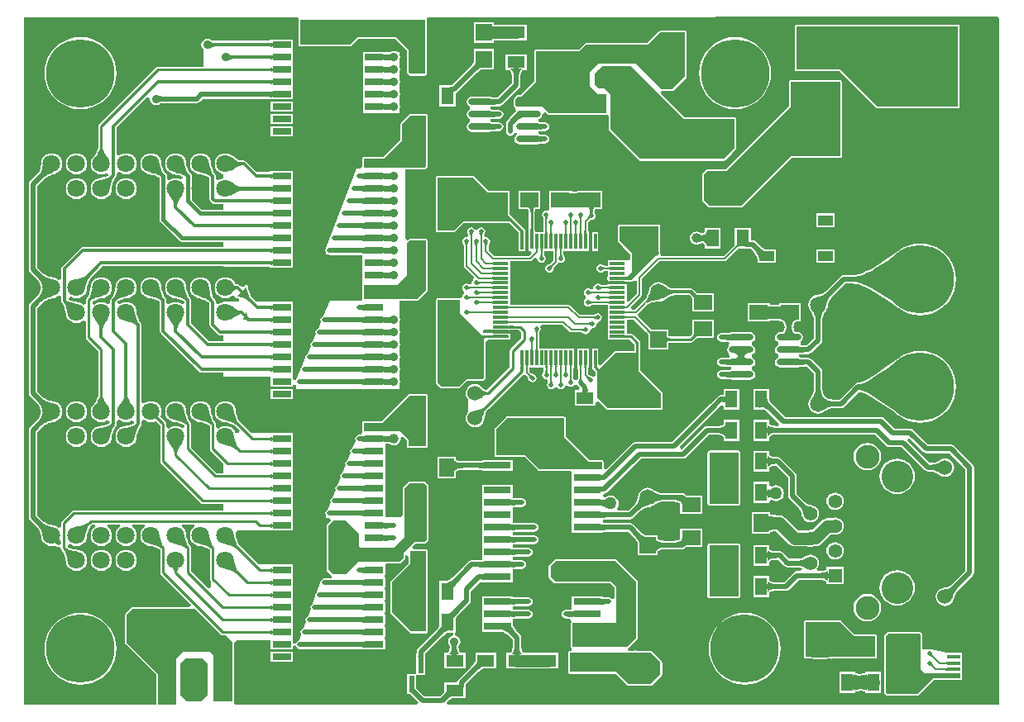
<source format=gtl>
G04*
G04 #@! TF.GenerationSoftware,Altium Limited,Altium Designer,20.2.6 (244)*
G04*
G04 Layer_Physical_Order=1*
G04 Layer_Color=255*
%FSLAX25Y25*%
%MOIN*%
G70*
G04*
G04 #@! TF.SameCoordinates,67F572C8-D8A7-448A-AE13-BF973E4C7752*
G04*
G04*
G04 #@! TF.FilePolarity,Positive*
G04*
G01*
G75*
%ADD10C,0.01000*%
%ADD12C,0.01181*%
%ADD14C,0.00600*%
%ADD17R,0.07677X0.02559*%
%ADD18R,0.05927X0.07316*%
%ADD19R,0.05433X0.01772*%
%ADD20R,0.08268X0.05807*%
%ADD21R,0.07480X0.09350*%
%ADD22R,0.07480X0.04626*%
%ADD23R,0.04953X0.07134*%
%ADD24R,0.10433X0.07874*%
%ADD25R,0.02362X0.06693*%
%ADD26R,0.07134X0.04953*%
%ADD27R,0.07316X0.05927*%
%ADD28R,0.07874X0.10433*%
%ADD29R,0.04600X0.11800*%
%ADD30R,0.07100X0.10500*%
%ADD31R,0.06299X0.01200*%
G04:AMPARAMS|DCode=32|XSize=63.16mil|YSize=128.43mil|CornerRadius=18.63mil|HoleSize=0mil|Usage=FLASHONLY|Rotation=0.000|XOffset=0mil|YOffset=0mil|HoleType=Round|Shape=RoundedRectangle|*
%AMROUNDEDRECTD32*
21,1,0.06316,0.09117,0,0,0.0*
21,1,0.02590,0.12843,0,0,0.0*
1,1,0.03727,0.01295,-0.04558*
1,1,0.03727,-0.01295,-0.04558*
1,1,0.03727,-0.01295,0.04558*
1,1,0.03727,0.01295,0.04558*
%
%ADD32ROUNDEDRECTD32*%
G04:AMPARAMS|DCode=33|XSize=98.43mil|YSize=39.37mil|CornerRadius=19.68mil|HoleSize=0mil|Usage=FLASHONLY|Rotation=0.000|XOffset=0mil|YOffset=0mil|HoleType=Round|Shape=RoundedRectangle|*
%AMROUNDEDRECTD33*
21,1,0.09843,0.00000,0,0,0.0*
21,1,0.05906,0.03937,0,0,0.0*
1,1,0.03937,0.02953,0.00000*
1,1,0.03937,-0.02953,0.00000*
1,1,0.03937,-0.02953,0.00000*
1,1,0.03937,0.02953,0.00000*
%
%ADD33ROUNDEDRECTD33*%
%ADD34R,0.09843X0.03937*%
%ADD35R,0.05906X0.03937*%
%ADD36R,0.01200X0.06299*%
%ADD37R,0.06890X0.06890*%
%ADD38O,0.09843X0.02756*%
G04:AMPARAMS|DCode=39|XSize=63.16mil|YSize=128.43mil|CornerRadius=18.63mil|HoleSize=0mil|Usage=FLASHONLY|Rotation=90.000|XOffset=0mil|YOffset=0mil|HoleType=Round|Shape=RoundedRectangle|*
%AMROUNDEDRECTD39*
21,1,0.06316,0.09117,0,0,90.0*
21,1,0.02590,0.12843,0,0,90.0*
1,1,0.03727,0.04558,0.01295*
1,1,0.03727,0.04558,-0.01295*
1,1,0.03727,-0.04558,-0.01295*
1,1,0.03727,-0.04558,0.01295*
%
%ADD39ROUNDEDRECTD39*%
G04:AMPARAMS|DCode=40|XSize=98.43mil|YSize=39.37mil|CornerRadius=19.68mil|HoleSize=0mil|Usage=FLASHONLY|Rotation=90.000|XOffset=0mil|YOffset=0mil|HoleType=Round|Shape=RoundedRectangle|*
%AMROUNDEDRECTD40*
21,1,0.09843,0.00000,0,0,90.0*
21,1,0.05906,0.03937,0,0,90.0*
1,1,0.03937,0.00000,0.02953*
1,1,0.03937,0.00000,-0.02953*
1,1,0.03937,0.00000,-0.02953*
1,1,0.03937,0.00000,0.02953*
%
%ADD40ROUNDEDRECTD40*%
%ADD41R,0.03937X0.09843*%
%ADD42R,0.11024X0.02756*%
%ADD56R,0.06500X0.06500*%
%ADD57C,0.06500*%
%ADD61C,0.02000*%
%ADD62C,0.01100*%
%ADD63C,0.05000*%
%ADD64C,0.00800*%
%ADD65C,0.01500*%
%ADD66C,0.01076*%
%ADD67C,0.04000*%
%ADD68C,0.01800*%
%ADD69C,0.07087*%
%ADD70C,0.12795*%
%ADD71C,0.09626*%
%ADD72C,0.06024*%
%ADD73C,0.05504*%
%ADD74R,0.05504X0.05504*%
%ADD75C,0.27559*%
%ADD76R,0.27559X0.27559*%
%ADD77R,0.06000X0.06000*%
%ADD78C,0.06000*%
%ADD79C,0.02000*%
%ADD80C,0.03500*%
%ADD81C,0.02500*%
%ADD82C,0.05000*%
%ADD83C,0.03937*%
G36*
X225463Y608268D02*
X225463Y586317D01*
X219563Y586316D01*
X218795Y587084D01*
X218795Y596000D01*
X213795Y601000D01*
X198295D01*
X195295Y598000D01*
X175295D01*
X175295Y608268D01*
X225463Y608268D01*
D02*
G37*
G36*
X456980Y608644D02*
X456981Y331728D01*
X234503Y331728D01*
X234089Y332728D01*
X234162Y332801D01*
X234983Y333546D01*
X235389Y333875D01*
X235739Y334128D01*
X236020Y334300D01*
X236069Y334323D01*
X236539D01*
X236548Y334322D01*
X236556Y334323D01*
X241767D01*
Y338809D01*
X241800Y338977D01*
Y339963D01*
X245916Y344079D01*
X247083Y345163D01*
X247752Y345699D01*
X248357Y346121D01*
X248752Y346347D01*
X254267D01*
Y352700D01*
X245733D01*
Y349366D01*
X245507Y348972D01*
X245090Y348374D01*
X243881Y346947D01*
X238842Y341907D01*
X238466Y341345D01*
X238334Y340681D01*
Y340677D01*
X233233D01*
Y337647D01*
X233231Y337638D01*
X233233Y337630D01*
Y337160D01*
X233210Y337111D01*
X233037Y336830D01*
X232792Y336491D01*
X231666Y335207D01*
X231491Y335033D01*
X225308D01*
X223315Y337026D01*
X223209Y337097D01*
X221901Y338405D01*
Y343056D01*
X221901Y343828D01*
X222788Y343828D01*
X225641D01*
Y351200D01*
X225643Y351208D01*
X225641Y351921D01*
X225885Y352819D01*
X231530Y358465D01*
X232697Y359549D01*
X233366Y360085D01*
X233972Y360507D01*
X234366Y360733D01*
X236700D01*
X236862Y360733D01*
X236960Y359733D01*
X236249Y359591D01*
X235438Y359050D01*
X234897Y358239D01*
X234707Y357283D01*
X234897Y356328D01*
X235204Y355868D01*
X235222Y355823D01*
X235271Y355749D01*
X235301Y355688D01*
X235336Y355593D01*
X235372Y355465D01*
X235406Y355306D01*
X235433Y355131D01*
X235445Y354964D01*
X235416Y354634D01*
X235326Y354094D01*
X235207Y353649D01*
X235066Y353302D01*
X234912Y353051D01*
X234758Y352884D01*
X234602Y352780D01*
X234426Y352717D01*
X234265Y352700D01*
X233233D01*
Y346347D01*
X241767D01*
Y352700D01*
X240145D01*
X239983Y352717D01*
X239807Y352780D01*
X239651Y352884D01*
X239497Y353051D01*
X239344Y353302D01*
X239202Y353649D01*
X239083Y354094D01*
X238993Y354634D01*
X238963Y354983D01*
X238975Y355125D01*
X239004Y355306D01*
X239037Y355465D01*
X239073Y355593D01*
X239109Y355688D01*
X239139Y355750D01*
X239188Y355823D01*
X239206Y355868D01*
X239513Y356328D01*
X239703Y357283D01*
X239513Y358239D01*
X238971Y359050D01*
X238161Y359591D01*
X237609Y359701D01*
X237665Y360710D01*
X237700Y360733D01*
X237700Y361124D01*
X237700Y361124D01*
Y364304D01*
X237702Y364313D01*
X237700Y364321D01*
Y366241D01*
X237932Y366646D01*
X238347Y367243D01*
X239553Y368669D01*
X243315Y372431D01*
X243691Y372993D01*
X243823Y373657D01*
Y377582D01*
X247403Y381162D01*
X248378Y381222D01*
X249090Y381220D01*
X249099Y381222D01*
X260802D01*
Y385378D01*
X260802D01*
Y386427D01*
X263090Y386567D01*
X264590D01*
X265253Y386699D01*
X265815Y387074D01*
X266191Y387637D01*
X266323Y388300D01*
X266191Y388963D01*
X265815Y389526D01*
X265253Y389901D01*
X264590Y390033D01*
X262567D01*
X261147Y390103D01*
X260829Y390139D01*
X260802Y390143D01*
Y391427D01*
X263090Y391567D01*
X267090D01*
X267753Y391699D01*
X268315Y392074D01*
X268691Y392637D01*
X268823Y393300D01*
X268691Y393963D01*
X268315Y394526D01*
X267753Y394901D01*
X267090Y395033D01*
X262567D01*
X261147Y395103D01*
X260829Y395139D01*
X260802Y395143D01*
Y396427D01*
X263090Y396567D01*
X269590D01*
X270253Y396699D01*
X270815Y397074D01*
X271191Y397637D01*
X271323Y398300D01*
X271191Y398963D01*
X270815Y399526D01*
X270253Y399901D01*
X269590Y400033D01*
X262567D01*
X261147Y400103D01*
X260829Y400139D01*
X260802Y400143D01*
Y401427D01*
X263090Y401567D01*
X269590D01*
X270253Y401699D01*
X270815Y402074D01*
X271191Y402637D01*
X271323Y403300D01*
X271191Y403963D01*
X270815Y404526D01*
X270253Y404901D01*
X269590Y405033D01*
X262567D01*
X261147Y405103D01*
X260829Y405139D01*
X260802Y405143D01*
Y406222D01*
X260802Y406378D01*
Y410222D01*
X260802Y410378D01*
Y411427D01*
X263090Y411567D01*
X264590D01*
X265253Y411699D01*
X265815Y412074D01*
X266191Y412637D01*
X266323Y413300D01*
X266191Y413963D01*
X265815Y414526D01*
X265253Y414901D01*
X264590Y415033D01*
X262567D01*
X261147Y415103D01*
X260829Y415139D01*
X260802Y415143D01*
Y416222D01*
X260802Y416378D01*
Y420378D01*
X248378D01*
Y416378D01*
X248378Y416222D01*
Y415378D01*
X248378Y415222D01*
Y411378D01*
X248378Y411222D01*
Y410378D01*
X248378Y410222D01*
Y406378D01*
X248378Y406222D01*
Y405378D01*
X248378Y405222D01*
Y401378D01*
X248378Y401222D01*
Y400378D01*
X248378Y400222D01*
Y396378D01*
X248378Y396222D01*
Y395378D01*
X248378Y395222D01*
Y391378D01*
X248378Y391222D01*
Y390173D01*
X246089Y390033D01*
X244233D01*
X243570Y389901D01*
X243007Y389526D01*
X237519Y384038D01*
X236352Y382954D01*
X235684Y382419D01*
X235079Y381998D01*
X234674Y381767D01*
X232754D01*
X232746Y381769D01*
X232737Y381767D01*
X231347D01*
Y373701D01*
X231347Y373700D01*
X231347D01*
X231347Y369267D01*
Y363752D01*
X231121Y363357D01*
X230704Y362760D01*
X229496Y361333D01*
X222534Y354371D01*
X222159Y353809D01*
X222026Y353146D01*
Y352915D01*
X221879Y351921D01*
X221877Y351208D01*
X221879Y351200D01*
X221879Y350921D01*
Y344818D01*
X221879Y344046D01*
X220991Y344046D01*
X218139D01*
Y335953D01*
X219449D01*
X220829Y334574D01*
X220829Y334574D01*
X220936Y334503D01*
X222710Y332728D01*
X222296Y331728D01*
X148898D01*
X148743Y331928D01*
X148455Y332727D01*
X148509Y333000D01*
X148509Y356631D01*
X149212Y357519D01*
X149411Y357631D01*
X163257Y357631D01*
Y354021D01*
X172334D01*
Y355564D01*
X173334Y355662D01*
X173399Y355337D01*
X173774Y354774D01*
X174337Y354399D01*
X175000Y354267D01*
X198339D01*
X199704Y354244D01*
X200461Y354193D01*
X200461Y354020D01*
X201173Y354019D01*
X201182Y354020D01*
X201461Y354021D01*
X209539D01*
Y357979D01*
X209117D01*
Y359020D01*
X209539D01*
Y362980D01*
X209117D01*
Y364020D01*
X209539D01*
Y367980D01*
X209117D01*
Y369021D01*
X209539D01*
Y372979D01*
X209117D01*
Y374021D01*
X209539D01*
Y377979D01*
X209117D01*
Y379021D01*
X209539D01*
Y382979D01*
X209117D01*
Y384020D01*
X209539D01*
Y387980D01*
X210005Y388786D01*
X215295D01*
X215568Y388841D01*
X215800Y388995D01*
X217300Y390495D01*
X217455Y390727D01*
X217509Y391000D01*
X217509Y391920D01*
X217661Y392154D01*
X217696Y392172D01*
X218696Y391560D01*
Y388696D01*
X211806Y381805D01*
X211651Y381573D01*
X211596Y381300D01*
Y368800D01*
X211651Y368527D01*
X211806Y368295D01*
X219306Y360795D01*
X219323Y360784D01*
Y360733D01*
X219399D01*
X219537Y360641D01*
X219810Y360586D01*
X225810Y360586D01*
X226083Y360641D01*
X226315Y360795D01*
X226470Y361027D01*
X226524Y361300D01*
Y393800D01*
X226470Y394073D01*
X226315Y394305D01*
X226083Y394459D01*
X225810Y394514D01*
X220732D01*
X220318Y395514D01*
X221591Y396786D01*
X225295D01*
X225568Y396841D01*
X225800Y396995D01*
X226800Y397995D01*
X226955Y398227D01*
X227009Y398500D01*
Y420000D01*
X226955Y420273D01*
X226800Y420505D01*
X225800Y421505D01*
X225568Y421659D01*
X225295Y421714D01*
X219180Y421714D01*
X218906Y421659D01*
X218675Y421505D01*
X216791Y419620D01*
X216636Y419389D01*
X216582Y419116D01*
X216582Y408461D01*
X215582Y407480D01*
X209646D01*
Y437089D01*
X210625Y437171D01*
X210661Y437164D01*
X210852Y437114D01*
X211017Y437058D01*
X211157Y436999D01*
X211271Y436937D01*
X211396Y436851D01*
X211443Y436831D01*
X211654Y436669D01*
X212303Y436400D01*
X213000Y436308D01*
X213697Y436400D01*
X214346Y436669D01*
X214903Y437097D01*
X215331Y437654D01*
X215600Y438303D01*
X215691Y439000D01*
X215623Y439522D01*
X216027Y439853D01*
X216524Y440035D01*
X218082Y438477D01*
Y436000D01*
X218136Y435727D01*
X218291Y435495D01*
X218522Y435341D01*
X218795Y435286D01*
X225795D01*
X226068Y435341D01*
X226300Y435495D01*
X226455Y435727D01*
X226509Y436000D01*
Y456500D01*
X226455Y456773D01*
X226300Y457005D01*
X226068Y457159D01*
X225795Y457214D01*
X219295Y457214D01*
X219022Y457159D01*
X218791Y457005D01*
X210291Y448505D01*
X208000Y446214D01*
X200795Y446214D01*
X200522Y446159D01*
X200291Y446005D01*
X200136Y445773D01*
X200082Y445500D01*
Y442000D01*
X200093Y441945D01*
X199701Y441227D01*
X199456Y440945D01*
X198522D01*
X198386Y440611D01*
X198337Y440601D01*
X197774Y440226D01*
X197399Y439663D01*
X197267Y439000D01*
X197399Y438337D01*
X197437Y438280D01*
X196346Y435603D01*
X196337Y435601D01*
X195774Y435226D01*
X195399Y434663D01*
X195267Y434000D01*
X195399Y433337D01*
X195414Y433314D01*
X194298Y430575D01*
X193774Y430226D01*
X193399Y429663D01*
X193267Y429000D01*
X193394Y428358D01*
X192247Y425541D01*
X191774Y425226D01*
X191399Y424663D01*
X191267Y424000D01*
X191382Y423419D01*
X190196Y420507D01*
X189774Y420226D01*
X189399Y419663D01*
X189267Y419000D01*
X189370Y418480D01*
X188145Y415473D01*
X187774Y415226D01*
X187399Y414663D01*
X187267Y414000D01*
X187358Y413541D01*
X186094Y410439D01*
X185774Y410226D01*
X185399Y409663D01*
X185267Y409000D01*
X185399Y408337D01*
X185495Y408192D01*
Y407001D01*
X187009D01*
X187423Y406001D01*
X185975Y404553D01*
X185820Y404321D01*
X185766Y404048D01*
Y386332D01*
X185820Y386058D01*
X185975Y385827D01*
X187932Y383870D01*
X187933Y383786D01*
X187795Y382837D01*
X187112Y382733D01*
X185000D01*
X184337Y382601D01*
X183774Y382226D01*
X183399Y381663D01*
X183267Y381000D01*
X183288Y380891D01*
X182010Y377383D01*
X181774Y377226D01*
X181399Y376663D01*
X181267Y376000D01*
X181351Y375574D01*
X180246Y372541D01*
X179774Y372226D01*
X179399Y371663D01*
X179267Y371000D01*
X179399Y370337D01*
X179428Y370293D01*
X178456Y367625D01*
X178337Y367601D01*
X177774Y367226D01*
X177399Y366663D01*
X177267Y366000D01*
X177399Y365337D01*
X177543Y365120D01*
X176648Y362663D01*
X176337Y362601D01*
X175774Y362226D01*
X175399Y361663D01*
X175267Y361000D01*
X175399Y360337D01*
X175659Y359947D01*
X174841Y357702D01*
X174337Y357601D01*
X173774Y357226D01*
X173399Y356663D01*
X173334Y356338D01*
X172334Y356436D01*
Y357979D01*
Y362980D01*
Y367980D01*
Y372979D01*
Y377979D01*
Y382979D01*
Y388300D01*
X158502D01*
X150761Y396041D01*
X150660Y396155D01*
X150452Y396443D01*
X150253Y396780D01*
X150063Y397168D01*
X149886Y397607D01*
X149723Y398096D01*
X149576Y398628D01*
X149321Y399869D01*
X149220Y400561D01*
X149198Y400622D01*
X149138Y401080D01*
X149125Y401289D01*
X149751Y402079D01*
X163198Y402079D01*
X163257Y402021D01*
X163969Y402019D01*
X163977Y402021D01*
X164257Y402021D01*
X172334D01*
Y405979D01*
X172334D01*
Y407021D01*
X172334D01*
Y410980D01*
X172334D01*
Y412020D01*
X172334D01*
Y415979D01*
X172334D01*
Y417021D01*
X172334D01*
Y420979D01*
X172334D01*
Y422020D01*
X172334D01*
Y425980D01*
X172334D01*
Y427021D01*
X172334D01*
Y430979D01*
X172334D01*
Y432021D01*
X172334D01*
Y435980D01*
X172334D01*
Y437020D01*
X172334D01*
X172334Y440450D01*
X172334Y440979D01*
X172334Y441450D01*
X171529Y441450D01*
X155353Y441450D01*
X150761Y446041D01*
X150660Y446155D01*
X150452Y446443D01*
X150253Y446780D01*
X150063Y447168D01*
X149886Y447607D01*
X149723Y448096D01*
X149576Y448628D01*
X149321Y449869D01*
X149220Y450561D01*
X149198Y450622D01*
X149134Y451108D01*
X148706Y452140D01*
X148026Y453026D01*
X147140Y453707D01*
X146108Y454134D01*
X145000Y454280D01*
X143892Y454134D01*
X142860Y453707D01*
X141974Y453026D01*
X141294Y452140D01*
X140866Y451108D01*
X140720Y450000D01*
X140866Y448892D01*
X141294Y447860D01*
X141974Y446974D01*
X142860Y446293D01*
X143892Y445866D01*
X144378Y445802D01*
X144439Y445780D01*
X145131Y445679D01*
X146372Y445424D01*
X146904Y445277D01*
X147393Y445114D01*
X147832Y444937D01*
X148220Y444747D01*
X148557Y444548D01*
X148845Y444340D01*
X148959Y444239D01*
X150824Y442374D01*
X150441Y441450D01*
X148993D01*
X148706Y442140D01*
X148026Y443026D01*
X147140Y443707D01*
X146108Y444134D01*
X145000Y444280D01*
X143892Y444134D01*
X142860Y443707D01*
X142274Y443257D01*
X141323Y443643D01*
X141274Y443689D01*
Y445000D01*
X141177Y445488D01*
X140901Y445901D01*
X140761Y446041D01*
X140660Y446154D01*
X140452Y446442D01*
X140253Y446780D01*
X140064Y447168D01*
X139887Y447606D01*
X139723Y448096D01*
X139576Y448628D01*
X139321Y449870D01*
X139220Y450562D01*
X139198Y450623D01*
X139134Y451108D01*
X138707Y452140D01*
X138026Y453026D01*
X137140Y453707D01*
X136108Y454134D01*
X135000Y454280D01*
X133892Y454134D01*
X132860Y453707D01*
X131974Y453026D01*
X131293Y452140D01*
X130866Y451108D01*
X130720Y450000D01*
X130866Y448892D01*
X131293Y447860D01*
X131974Y446974D01*
X132860Y446293D01*
X133892Y445866D01*
X134377Y445802D01*
X134438Y445780D01*
X135130Y445679D01*
X136372Y445424D01*
X136904Y445277D01*
X137394Y445113D01*
X137832Y444936D01*
X138221Y444747D01*
X138558Y444548D01*
X138725Y444426D01*
Y435000D01*
X138822Y434512D01*
X139099Y434099D01*
X144157Y429041D01*
Y425275D01*
X141528D01*
X131274Y435528D01*
Y445000D01*
X131177Y445488D01*
X130901Y445901D01*
X130761Y446041D01*
X130660Y446154D01*
X130452Y446442D01*
X130253Y446780D01*
X130064Y447168D01*
X129887Y447606D01*
X129723Y448096D01*
X129576Y448628D01*
X129322Y449870D01*
X129220Y450562D01*
X129198Y450623D01*
X129134Y451108D01*
X128707Y452140D01*
X128026Y453026D01*
X127140Y453707D01*
X126108Y454134D01*
X125000Y454280D01*
X123892Y454134D01*
X122860Y453707D01*
X121974Y453026D01*
X121293Y452140D01*
X120866Y451108D01*
X120720Y450000D01*
X120866Y448892D01*
X121293Y447860D01*
X121974Y446974D01*
X122860Y446293D01*
X123892Y445866D01*
X124377Y445802D01*
X124438Y445780D01*
X125130Y445679D01*
X126372Y445424D01*
X126904Y445277D01*
X127394Y445113D01*
X127832Y444936D01*
X128220Y444747D01*
X128489Y444588D01*
X128535Y444358D01*
X128469Y443817D01*
X127512Y443421D01*
X127140Y443707D01*
X126108Y444134D01*
X125000Y444280D01*
X123892Y444134D01*
X122860Y443707D01*
X122274Y443257D01*
X121323Y443643D01*
X121274Y443689D01*
Y445000D01*
X121177Y445488D01*
X120901Y445901D01*
X118776Y448027D01*
X119134Y448892D01*
X119280Y450000D01*
X119134Y451108D01*
X118707Y452140D01*
X118026Y453026D01*
X117140Y453707D01*
X116108Y454134D01*
X115000Y454280D01*
X113892Y454134D01*
X112860Y453707D01*
X112316Y453289D01*
X111316Y453735D01*
Y485000D01*
X111216Y485503D01*
X110930Y485930D01*
X110770Y486091D01*
X110676Y486195D01*
X110463Y486488D01*
X110259Y486828D01*
X110066Y487216D01*
X109887Y487652D01*
X109722Y488136D01*
X109574Y488661D01*
X109320Y489884D01*
X109220Y490562D01*
X109198Y490623D01*
X109134Y491108D01*
X108706Y492140D01*
X108026Y493026D01*
X107140Y493707D01*
X106108Y494134D01*
X105000Y494280D01*
X103892Y494134D01*
X102860Y493707D01*
X102648Y493544D01*
X101625Y493941D01*
X101614Y493989D01*
X101675Y494649D01*
X101828Y494741D01*
X102216Y494934D01*
X102652Y495113D01*
X103136Y495278D01*
X103661Y495426D01*
X104884Y495680D01*
X105562Y495780D01*
X105623Y495802D01*
X106108Y495866D01*
X107140Y496293D01*
X108026Y496974D01*
X108706Y497860D01*
X109134Y498892D01*
X109280Y500000D01*
X109134Y501108D01*
X108706Y502140D01*
X108026Y503026D01*
X107140Y503707D01*
X106108Y504134D01*
X105000Y504280D01*
X103892Y504134D01*
X102860Y503707D01*
X101974Y503026D01*
X101294Y502140D01*
X100866Y501108D01*
X100802Y500623D01*
X100780Y500562D01*
X100680Y499884D01*
X100426Y498661D01*
X100278Y498136D01*
X100113Y497652D01*
X99933Y497216D01*
X99741Y496828D01*
X99537Y496488D01*
X99324Y496195D01*
X99230Y496091D01*
X99070Y495930D01*
X98784Y495504D01*
X98684Y495000D01*
Y493735D01*
X97684Y493289D01*
X97140Y493707D01*
X96108Y494134D01*
X95000Y494280D01*
X93892Y494134D01*
X92860Y493707D01*
X92256Y493243D01*
X91376Y493598D01*
X91384Y494413D01*
X91405Y494572D01*
X91720Y494754D01*
X92098Y494935D01*
X93056Y495278D01*
X93587Y495422D01*
X94854Y495677D01*
X95561Y495780D01*
X95623Y495802D01*
X96108Y495866D01*
X97140Y496293D01*
X98026Y496974D01*
X98707Y497860D01*
X99134Y498892D01*
X99280Y500000D01*
X99134Y501108D01*
X98707Y502140D01*
X98026Y503026D01*
X97140Y503707D01*
X96108Y504134D01*
X95000Y504280D01*
X93892Y504134D01*
X92860Y503707D01*
X91974Y503026D01*
X91294Y502140D01*
X90866Y501108D01*
X90802Y500623D01*
X90780Y500561D01*
X90676Y499847D01*
X90558Y499202D01*
X90273Y498038D01*
X90113Y497550D01*
X89939Y497108D01*
X89754Y496720D01*
X89561Y496386D01*
X89360Y496104D01*
X89251Y495981D01*
X89135Y495865D01*
X88870Y495468D01*
X88776Y495000D01*
Y493660D01*
X88602Y493513D01*
X87776Y493218D01*
X87140Y493707D01*
X86108Y494134D01*
X85639Y494196D01*
X85579Y494217D01*
X84886Y494321D01*
X84263Y494436D01*
X83139Y494712D01*
X82671Y494864D01*
X82248Y495029D01*
X81902Y495192D01*
X81878Y495266D01*
X81869Y495797D01*
X82799Y496321D01*
X82821Y496324D01*
X82860Y496293D01*
X83892Y495866D01*
X85000Y495720D01*
X86108Y495866D01*
X87140Y496293D01*
X88026Y496974D01*
X88706Y497860D01*
X89134Y498892D01*
X89198Y499378D01*
X89220Y499439D01*
X89320Y500117D01*
X89574Y501339D01*
X89721Y501864D01*
X89886Y502348D01*
X90066Y502784D01*
X90258Y503172D01*
X90462Y503511D01*
X90676Y503804D01*
X90770Y503909D01*
X95545Y508684D01*
X144157D01*
Y508379D01*
X162898D01*
X163257Y508020D01*
X163969Y508019D01*
X163977Y508020D01*
X164257Y508020D01*
X172334D01*
Y513021D01*
Y516980D01*
Y521980D01*
Y526979D01*
Y531980D01*
Y536979D01*
Y541980D01*
Y546980D01*
X164257D01*
X163977Y546980D01*
X163969Y546981D01*
X163257Y546980D01*
X162346Y546765D01*
X157596D01*
X153430Y550930D01*
X153004Y551216D01*
X152500Y551316D01*
X151844D01*
X151704Y551323D01*
X151345Y551379D01*
X150961Y551476D01*
X150550Y551614D01*
X150115Y551795D01*
X149656Y552021D01*
X149181Y552287D01*
X148137Y552972D01*
X147587Y553381D01*
X147529Y553408D01*
X147140Y553707D01*
X146108Y554134D01*
X145000Y554280D01*
X143892Y554134D01*
X142860Y553707D01*
X141974Y553026D01*
X141294Y552140D01*
X140866Y551108D01*
X140720Y550000D01*
X140866Y548892D01*
X141294Y547860D01*
X141974Y546974D01*
X142860Y546293D01*
X143892Y545866D01*
X144157Y545831D01*
Y544169D01*
X143892Y544134D01*
X142860Y543707D01*
X142316Y543289D01*
X141316Y543735D01*
Y545000D01*
X141216Y545504D01*
X140930Y545930D01*
X140770Y546091D01*
X140676Y546195D01*
X140463Y546488D01*
X140259Y546828D01*
X140067Y547216D01*
X139887Y547652D01*
X139722Y548136D01*
X139574Y548661D01*
X139320Y549884D01*
X139220Y550562D01*
X139198Y550623D01*
X139134Y551108D01*
X138707Y552140D01*
X138026Y553026D01*
X137140Y553707D01*
X136108Y554134D01*
X135000Y554280D01*
X133892Y554134D01*
X132860Y553707D01*
X131974Y553026D01*
X131293Y552140D01*
X130866Y551108D01*
X130720Y550000D01*
X130866Y548892D01*
X131293Y547860D01*
X131974Y546974D01*
X132860Y546293D01*
X133892Y545866D01*
X134377Y545802D01*
X134438Y545780D01*
X135116Y545680D01*
X136339Y545426D01*
X136864Y545278D01*
X137348Y545113D01*
X137784Y544934D01*
X138172Y544741D01*
X138512Y544537D01*
X138684Y544412D01*
Y535692D01*
X138784Y535188D01*
X139070Y534761D01*
X139761Y534070D01*
X140188Y533784D01*
X140692Y533684D01*
X144157D01*
Y531478D01*
X135612D01*
X131478Y535612D01*
Y545000D01*
X131366Y545566D01*
X131045Y546045D01*
X130790Y546301D01*
X130738Y546358D01*
X130501Y546670D01*
X130280Y547019D01*
X130075Y547406D01*
X129886Y547832D01*
X129716Y548297D01*
X129565Y548793D01*
X129314Y549937D01*
X129219Y550564D01*
X129198Y550624D01*
X129134Y551108D01*
X128707Y552140D01*
X128026Y553026D01*
X127140Y553707D01*
X126108Y554134D01*
X125000Y554280D01*
X123892Y554134D01*
X122860Y553707D01*
X121974Y553026D01*
X121293Y552140D01*
X120866Y551108D01*
X120720Y550000D01*
X120866Y548892D01*
X121293Y547860D01*
X121974Y546974D01*
X122860Y546293D01*
X123892Y545866D01*
X124368Y545803D01*
X124421Y545783D01*
X125662Y545569D01*
X126199Y545437D01*
X126703Y545285D01*
X127168Y545114D01*
X127594Y544925D01*
X127946Y544738D01*
X127979Y544630D01*
X127971Y544329D01*
X127565Y544025D01*
X126957Y543782D01*
X126108Y544134D01*
X125000Y544280D01*
X123892Y544134D01*
X122860Y543707D01*
X122485Y543419D01*
X121485Y543912D01*
Y544993D01*
X121373Y545559D01*
X121052Y546039D01*
X120790Y546301D01*
X120738Y546358D01*
X120501Y546670D01*
X120280Y547019D01*
X120075Y547406D01*
X119886Y547832D01*
X119715Y548297D01*
X119565Y548793D01*
X119314Y549936D01*
X119219Y550564D01*
X119198Y550624D01*
X119134Y551108D01*
X118707Y552140D01*
X118026Y553026D01*
X117140Y553707D01*
X116108Y554134D01*
X115000Y554280D01*
X113892Y554134D01*
X112860Y553707D01*
X111974Y553026D01*
X111293Y552140D01*
X110866Y551108D01*
X110720Y550000D01*
X110866Y548892D01*
X111293Y547860D01*
X111974Y546974D01*
X112860Y546293D01*
X113892Y545866D01*
X114369Y545803D01*
X114421Y545783D01*
X115663Y545569D01*
X116199Y545437D01*
X116703Y545285D01*
X117168Y545114D01*
X117594Y544925D01*
X117981Y544720D01*
X118330Y544499D01*
X118528Y544348D01*
Y527493D01*
X118641Y526928D01*
X118961Y526448D01*
X126455Y518955D01*
X126934Y518634D01*
X127500Y518522D01*
X144157D01*
Y516316D01*
X87500D01*
X86997Y516216D01*
X86570Y515930D01*
X79236Y508597D01*
X78951Y508170D01*
X78850Y507666D01*
Y503595D01*
X78484Y503342D01*
X77850Y503161D01*
X77140Y503707D01*
X76108Y504134D01*
X75625Y504198D01*
X75567Y504219D01*
X75011Y504306D01*
X74498Y504414D01*
X74012Y504546D01*
X73552Y504702D01*
X73117Y504881D01*
X72707Y505083D01*
X72322Y505308D01*
X71960Y505556D01*
X71641Y505810D01*
X69233Y508218D01*
Y541062D01*
X72200Y544028D01*
X72505Y544285D01*
X72876Y544563D01*
X73260Y544815D01*
X73657Y545044D01*
X74067Y545249D01*
X74492Y545429D01*
X74931Y545586D01*
X75385Y545720D01*
X75872Y545834D01*
X75877Y545835D01*
X76108Y545866D01*
X77140Y546293D01*
X78026Y546974D01*
X78707Y547860D01*
X79134Y548892D01*
X79280Y550000D01*
X79134Y551108D01*
X78707Y552140D01*
X78026Y553026D01*
X77140Y553707D01*
X76108Y554134D01*
X75000Y554280D01*
X73892Y554134D01*
X72860Y553707D01*
X71974Y553026D01*
X71293Y552140D01*
X70866Y551108D01*
X70758Y550284D01*
X70751Y550262D01*
X70746Y550195D01*
X70720Y550000D01*
X70726Y549954D01*
X70701Y549650D01*
X70626Y549090D01*
X70526Y548566D01*
X70400Y548078D01*
X70251Y547625D01*
X70078Y547207D01*
X69882Y546824D01*
X69664Y546473D01*
X69425Y546157D01*
X66274Y543006D01*
X65899Y542443D01*
X65767Y541780D01*
Y507500D01*
X65899Y506837D01*
X66274Y506274D01*
X69190Y503359D01*
X69444Y503040D01*
X69692Y502678D01*
X69917Y502293D01*
X70119Y501883D01*
X70298Y501448D01*
X70454Y500988D01*
X70586Y500502D01*
X70692Y500000D01*
X70586Y499498D01*
X70454Y499012D01*
X70298Y498552D01*
X70119Y498117D01*
X69917Y497707D01*
X69692Y497322D01*
X69444Y496960D01*
X69190Y496641D01*
X66274Y493726D01*
X65899Y493163D01*
X65767Y492500D01*
Y457500D01*
X65899Y456837D01*
X66274Y456274D01*
X69190Y453359D01*
X69444Y453040D01*
X69692Y452678D01*
X69917Y452293D01*
X70119Y451883D01*
X70298Y451448D01*
X70454Y450988D01*
X70586Y450502D01*
X70692Y450000D01*
X70586Y449498D01*
X70454Y449012D01*
X70298Y448552D01*
X70119Y448117D01*
X69917Y447707D01*
X69692Y447322D01*
X69444Y446960D01*
X69190Y446641D01*
X66274Y443726D01*
X65899Y443163D01*
X65767Y442500D01*
Y407500D01*
X65899Y406837D01*
X66274Y406274D01*
X69190Y403359D01*
X69444Y403040D01*
X69692Y402678D01*
X69917Y402293D01*
X70119Y401883D01*
X70298Y401448D01*
X70454Y400988D01*
X70586Y400502D01*
X70694Y399990D01*
X70781Y399433D01*
X70802Y399375D01*
X70866Y398892D01*
X71293Y397860D01*
X71974Y396974D01*
X72860Y396293D01*
X73892Y395866D01*
X75000Y395720D01*
X76108Y395866D01*
X76514Y396034D01*
X76617Y395932D01*
X77179Y395556D01*
X77843Y395424D01*
X77951Y395373D01*
X78808Y394646D01*
X78834Y394517D01*
X79107Y394108D01*
X79241Y393974D01*
X79345Y393858D01*
X79551Y393571D01*
X79749Y393235D01*
X79937Y392847D01*
X80113Y392407D01*
X80276Y391916D01*
X80423Y391382D01*
X80678Y390134D01*
X80780Y389438D01*
X80802Y389377D01*
X80866Y388892D01*
X81293Y387860D01*
X81974Y386974D01*
X82860Y386294D01*
X83892Y385866D01*
X85000Y385720D01*
X86108Y385866D01*
X87140Y386294D01*
X88026Y386974D01*
X88706Y387860D01*
X89134Y388892D01*
X89280Y390000D01*
X89134Y391108D01*
X88706Y392140D01*
X88026Y393026D01*
X87140Y393706D01*
X86108Y394134D01*
X85623Y394198D01*
X85562Y394220D01*
X84866Y394322D01*
X83618Y394577D01*
X83084Y394724D01*
X82593Y394887D01*
X82153Y395063D01*
X81765Y395251D01*
X81486Y395415D01*
X81438Y395731D01*
X81493Y396237D01*
X82431Y396622D01*
X82860Y396293D01*
X83892Y395866D01*
X85000Y395720D01*
X86108Y395866D01*
X87140Y396293D01*
X88026Y396974D01*
X88706Y397860D01*
X89134Y398892D01*
X89198Y399378D01*
X89220Y399439D01*
X89322Y400135D01*
X89576Y401382D01*
X89723Y401916D01*
X89886Y402407D01*
X90063Y402846D01*
X90251Y403234D01*
X90449Y403571D01*
X90655Y403857D01*
X90759Y403973D01*
X91323Y404538D01*
X92385D01*
X92399Y404513D01*
X92640Y403538D01*
X91974Y403026D01*
X91294Y402140D01*
X90866Y401108D01*
X90720Y400000D01*
X90866Y398892D01*
X91294Y397860D01*
X91974Y396974D01*
X92860Y396293D01*
X93892Y395866D01*
X95000Y395720D01*
X96108Y395866D01*
X97140Y396293D01*
X98026Y396974D01*
X98707Y397860D01*
X99134Y398892D01*
X99280Y400000D01*
X99134Y401108D01*
X98707Y402140D01*
X98026Y403026D01*
X97360Y403538D01*
X97601Y404513D01*
X97615Y404538D01*
X102385D01*
X102399Y404513D01*
X102640Y403538D01*
X101974Y403026D01*
X101294Y402140D01*
X100866Y401108D01*
X100720Y400000D01*
X100866Y398892D01*
X101294Y397860D01*
X101974Y396974D01*
X102860Y396293D01*
X103892Y395866D01*
X105000Y395720D01*
X106108Y395866D01*
X107140Y396293D01*
X108026Y396974D01*
X108706Y397860D01*
X109134Y398892D01*
X109280Y400000D01*
X109134Y401108D01*
X108706Y402140D01*
X108026Y403026D01*
X107360Y403538D01*
X107601Y404513D01*
X107615Y404538D01*
X112385D01*
X112399Y404513D01*
X112640Y403538D01*
X111974Y403026D01*
X111293Y402140D01*
X110866Y401108D01*
X110720Y400000D01*
X110866Y398892D01*
X111293Y397860D01*
X111974Y396974D01*
X112860Y396293D01*
X113892Y395866D01*
X114377Y395802D01*
X114438Y395780D01*
X115130Y395678D01*
X116372Y395424D01*
X116904Y395277D01*
X117394Y395113D01*
X117832Y394936D01*
X118220Y394747D01*
X118558Y394548D01*
X118726Y394426D01*
Y385000D01*
X118823Y384512D01*
X119099Y384099D01*
X131060Y372138D01*
X130677Y371214D01*
X107795Y371214D01*
X107522Y371159D01*
X107291Y371005D01*
X107291Y371005D01*
X104791Y368505D01*
X104791Y368505D01*
X104636Y368273D01*
X104582Y368000D01*
Y365605D01*
X104568Y365500D01*
X104582Y365394D01*
X104582Y358106D01*
X104568Y358000D01*
X104582Y357894D01*
Y356750D01*
X104636Y356477D01*
X104791Y356245D01*
X104791Y356245D01*
X117082Y343954D01*
X117082Y331728D01*
X64012D01*
X64012Y609128D01*
X173867Y609190D01*
X174080Y609010D01*
X174562Y608297D01*
X174582Y608190D01*
X174582Y598000D01*
X174636Y597727D01*
X174791Y597495D01*
X175022Y597341D01*
X175295Y597286D01*
X195295D01*
X195568Y597341D01*
X195800Y597495D01*
X198591Y600286D01*
X213500D01*
X218082Y595704D01*
X218082Y587084D01*
X218136Y586811D01*
X218291Y586580D01*
X218836Y586034D01*
Y585642D01*
X219563Y585603D01*
X219820Y585603D01*
X225463Y585603D01*
X225660Y585642D01*
X226164D01*
Y586250D01*
X226177Y586317D01*
X226177Y608220D01*
X226177Y608268D01*
X226656Y609025D01*
X226871Y609220D01*
X456273Y609351D01*
X456980Y608644D01*
D02*
G37*
G36*
X147729Y552387D02*
X148810Y551677D01*
X149324Y551389D01*
X149820Y551145D01*
X150299Y550945D01*
X150760Y550790D01*
X151204Y550679D01*
X151629Y550613D01*
X152037Y550591D01*
Y549409D01*
X151629Y549387D01*
X151204Y549321D01*
X150760Y549210D01*
X150299Y549055D01*
X149820Y548855D01*
X149324Y548611D01*
X148810Y548323D01*
X147729Y547613D01*
X147161Y547192D01*
Y552808D01*
X147729Y552387D01*
D02*
G37*
G36*
X138617Y549759D02*
X138880Y548492D01*
X139040Y547924D01*
X139219Y547401D01*
X139416Y546921D01*
X139632Y546485D01*
X139867Y546093D01*
X140121Y545746D01*
X140393Y545442D01*
X139558Y544606D01*
X139254Y544879D01*
X138907Y545133D01*
X138515Y545368D01*
X138079Y545584D01*
X137599Y545781D01*
X137076Y545960D01*
X136508Y546120D01*
X135241Y546383D01*
X134542Y546486D01*
X138514Y550458D01*
X138617Y549759D01*
D02*
G37*
G36*
X128612Y549807D02*
X128874Y548613D01*
X129038Y548070D01*
X129225Y547564D01*
X129433Y547094D01*
X129663Y546660D01*
X129915Y546262D01*
X130189Y545901D01*
X130484Y545576D01*
X129424Y544515D01*
X129099Y544811D01*
X128738Y545085D01*
X128340Y545337D01*
X127906Y545567D01*
X127436Y545776D01*
X126930Y545962D01*
X126387Y546126D01*
X125808Y546268D01*
X124542Y546486D01*
X128514Y550458D01*
X128612Y549807D01*
D02*
G37*
G36*
X118612Y549806D02*
X118874Y548613D01*
X119038Y548070D01*
X119224Y547564D01*
X119432Y547094D01*
X119662Y546660D01*
X119914Y546263D01*
X120188Y545901D01*
X120484Y545576D01*
X119424Y544515D01*
X119099Y544811D01*
X118737Y545086D01*
X118340Y545338D01*
X117906Y545568D01*
X117436Y545776D01*
X116930Y545962D01*
X116387Y546126D01*
X115808Y546268D01*
X114543Y546486D01*
X118514Y550457D01*
X118612Y549806D01*
D02*
G37*
G36*
X75710Y546529D02*
X75203Y546410D01*
X74710Y546265D01*
X74232Y546094D01*
X73768Y545897D01*
X73319Y545673D01*
X72885Y545423D01*
X72466Y545147D01*
X72061Y544844D01*
X71670Y544516D01*
X71295Y544161D01*
X69666Y545360D01*
X69974Y545698D01*
X70253Y546069D01*
X70504Y546472D01*
X70726Y546908D01*
X70920Y547376D01*
X71086Y547877D01*
X71223Y548410D01*
X71331Y548975D01*
X71411Y549574D01*
X71463Y550204D01*
X75710Y546529D01*
D02*
G37*
G36*
X163969Y543733D02*
X163945Y543861D01*
X163874Y543976D01*
X163756Y544078D01*
X163591Y544166D01*
X163378Y544240D01*
X163118Y544301D01*
X162811Y544348D01*
X162457Y544382D01*
X161607Y544410D01*
Y545590D01*
X162055Y545597D01*
X162811Y545651D01*
X163118Y545699D01*
X163378Y545760D01*
X163591Y545834D01*
X163756Y545922D01*
X163874Y546024D01*
X163945Y546139D01*
X163969Y546268D01*
Y543733D01*
D02*
G37*
G36*
Y538732D02*
X163939Y538831D01*
X163849Y538919D01*
X163699Y538996D01*
X163489Y539064D01*
X163219Y539121D01*
X162889Y539167D01*
X162049Y539229D01*
X160969Y539250D01*
Y540750D01*
X161539Y540755D01*
X163219Y540879D01*
X163489Y540936D01*
X163699Y541004D01*
X163849Y541081D01*
X163939Y541169D01*
X163969Y541267D01*
Y538732D01*
D02*
G37*
G36*
X147691Y542417D02*
X148720Y541758D01*
X149220Y541491D01*
X149709Y541264D01*
X150189Y541079D01*
X150658Y540935D01*
X151118Y540832D01*
X151567Y540771D01*
X152006Y540750D01*
Y539250D01*
X151567Y539229D01*
X151118Y539168D01*
X150658Y539065D01*
X150189Y538921D01*
X149709Y538736D01*
X149220Y538509D01*
X148720Y538242D01*
X148211Y537933D01*
X147161Y537192D01*
Y542808D01*
X147691Y542417D01*
D02*
G37*
G36*
X163969Y533733D02*
X163945Y533861D01*
X163874Y533976D01*
X163756Y534078D01*
X163591Y534166D01*
X163378Y534240D01*
X163118Y534301D01*
X162811Y534348D01*
X162457Y534382D01*
X161607Y534410D01*
Y535591D01*
X162055Y535597D01*
X162811Y535651D01*
X163118Y535699D01*
X163378Y535760D01*
X163591Y535834D01*
X163756Y535922D01*
X163874Y536024D01*
X163945Y536139D01*
X163969Y536268D01*
Y533733D01*
D02*
G37*
G36*
X127386Y537271D02*
X126677Y536190D01*
X126389Y535676D01*
X126145Y535180D01*
X125945Y534701D01*
X125790Y534240D01*
X125679Y533797D01*
X125613Y533371D01*
X125591Y532963D01*
X124409D01*
X124387Y533371D01*
X124321Y533797D01*
X124210Y534240D01*
X124055Y534701D01*
X123855Y535180D01*
X123611Y535676D01*
X123323Y536190D01*
X122614Y537271D01*
X122192Y537839D01*
X127808D01*
X127386Y537271D01*
D02*
G37*
G36*
X163969Y528732D02*
X163939Y528831D01*
X163849Y528919D01*
X163699Y528996D01*
X163489Y529064D01*
X163219Y529121D01*
X162889Y529167D01*
X162049Y529229D01*
X160969Y529250D01*
Y530750D01*
X161539Y530755D01*
X163219Y530879D01*
X163489Y530936D01*
X163699Y531004D01*
X163849Y531081D01*
X163939Y531169D01*
X163969Y531267D01*
Y528732D01*
D02*
G37*
G36*
Y523733D02*
X163945Y523861D01*
X163874Y523976D01*
X163756Y524078D01*
X163591Y524166D01*
X163378Y524240D01*
X163118Y524301D01*
X162811Y524348D01*
X162457Y524382D01*
X161607Y524409D01*
Y525591D01*
X162055Y525597D01*
X162811Y525652D01*
X163118Y525699D01*
X163378Y525760D01*
X163591Y525834D01*
X163756Y525922D01*
X163874Y526024D01*
X163945Y526139D01*
X163969Y526267D01*
Y523733D01*
D02*
G37*
G36*
Y518733D02*
X163939Y518831D01*
X163849Y518919D01*
X163699Y518996D01*
X163489Y519064D01*
X163219Y519121D01*
X162889Y519167D01*
X162049Y519229D01*
X160969Y519250D01*
Y520750D01*
X161539Y520755D01*
X163219Y520879D01*
X163489Y520936D01*
X163699Y521004D01*
X163849Y521081D01*
X163939Y521169D01*
X163969Y521268D01*
Y518733D01*
D02*
G37*
G36*
Y513732D02*
X163945Y513861D01*
X163874Y513976D01*
X163756Y514078D01*
X163591Y514166D01*
X163378Y514240D01*
X163118Y514301D01*
X162811Y514349D01*
X162457Y514382D01*
X161607Y514409D01*
Y515590D01*
X162055Y515597D01*
X162811Y515652D01*
X163118Y515699D01*
X163378Y515760D01*
X163591Y515834D01*
X163756Y515922D01*
X163874Y516024D01*
X163945Y516139D01*
X163969Y516267D01*
Y513732D01*
D02*
G37*
G36*
Y508733D02*
X163945Y508861D01*
X163874Y508976D01*
X163756Y509078D01*
X163591Y509166D01*
X163378Y509240D01*
X163118Y509301D01*
X162811Y509348D01*
X162457Y509382D01*
X161607Y509410D01*
Y510591D01*
X162055Y510597D01*
X162811Y510651D01*
X163118Y510699D01*
X163378Y510760D01*
X163591Y510834D01*
X163756Y510922D01*
X163874Y511024D01*
X163945Y511139D01*
X163969Y511268D01*
Y508733D01*
D02*
G37*
G36*
X90394Y504558D02*
X90121Y504254D01*
X89867Y503906D01*
X89632Y503514D01*
X89416Y503079D01*
X89218Y502599D01*
X89039Y502075D01*
X88880Y501508D01*
X88617Y500242D01*
X88514Y499543D01*
X84543Y503514D01*
X85242Y503617D01*
X86508Y503880D01*
X87076Y504039D01*
X87599Y504218D01*
X88079Y504416D01*
X88514Y504632D01*
X88906Y504867D01*
X89254Y505121D01*
X89558Y505394D01*
X90394Y504558D01*
D02*
G37*
G36*
X95458Y496486D02*
X94731Y496380D01*
X93423Y496116D01*
X92842Y495959D01*
X91824Y495594D01*
X91387Y495386D01*
X90999Y495161D01*
X90659Y494919D01*
X90368Y494661D01*
X89661Y495368D01*
X89919Y495659D01*
X90161Y495999D01*
X90386Y496387D01*
X90594Y496824D01*
X90785Y497308D01*
X90959Y497842D01*
X91257Y499053D01*
X91380Y499731D01*
X91486Y500458D01*
X95458Y496486D01*
D02*
G37*
G36*
X105458D02*
X104759Y496383D01*
X103492Y496120D01*
X102924Y495960D01*
X102401Y495781D01*
X101921Y495584D01*
X101485Y495368D01*
X101093Y495133D01*
X100746Y494879D01*
X100442Y494606D01*
X99607Y495442D01*
X99879Y495746D01*
X100133Y496093D01*
X100368Y496485D01*
X100584Y496921D01*
X100781Y497401D01*
X100960Y497924D01*
X101120Y498492D01*
X101383Y499759D01*
X101486Y500458D01*
X105458Y496486D01*
D02*
G37*
G36*
X71154Y505286D02*
X71535Y504982D01*
X71940Y504705D01*
X72369Y504454D01*
X72823Y504230D01*
X73301Y504034D01*
X73803Y503863D01*
X74330Y503720D01*
X74881Y503604D01*
X75457Y503514D01*
X71943Y500000D01*
X75457Y496486D01*
X74881Y496396D01*
X74330Y496280D01*
X73803Y496137D01*
X73301Y495966D01*
X72823Y495770D01*
X72369Y495546D01*
X71940Y495295D01*
X71535Y495018D01*
X71154Y494714D01*
X70798Y494384D01*
X69384Y495798D01*
X69714Y496154D01*
X70018Y496535D01*
X70296Y496940D01*
X70546Y497369D01*
X70770Y497823D01*
X70966Y498301D01*
X71136Y498803D01*
X71280Y499330D01*
X71396Y499882D01*
X71415Y500000D01*
X71396Y500118D01*
X71280Y500670D01*
X71136Y501197D01*
X70966Y501699D01*
X70770Y502177D01*
X70546Y502631D01*
X70296Y503060D01*
X70018Y503465D01*
X69714Y503846D01*
X69384Y504202D01*
X70798Y505616D01*
X71154Y505286D01*
D02*
G37*
G36*
X80858Y495009D02*
X81179Y494782D01*
X81549Y494570D01*
X81966Y494373D01*
X82431Y494192D01*
X82944Y494025D01*
X84113Y493738D01*
X84769Y493617D01*
X85473Y493512D01*
X81488Y489527D01*
X81383Y490231D01*
X80975Y492056D01*
X80809Y492569D01*
X80627Y493034D01*
X80430Y493451D01*
X80218Y493821D01*
X79991Y494142D01*
X79749Y494416D01*
X80584Y495251D01*
X80858Y495009D01*
D02*
G37*
G36*
X108617Y489759D02*
X108880Y488492D01*
X109040Y487924D01*
X109219Y487401D01*
X109416Y486921D01*
X109632Y486485D01*
X109867Y486093D01*
X110121Y485746D01*
X110394Y485442D01*
X109558Y484607D01*
X109254Y484879D01*
X108907Y485133D01*
X108515Y485368D01*
X108079Y485584D01*
X107599Y485781D01*
X107076Y485960D01*
X106508Y486120D01*
X105241Y486383D01*
X104542Y486486D01*
X108514Y490458D01*
X108617Y489759D01*
D02*
G37*
G36*
X97386Y487271D02*
X96677Y486190D01*
X96389Y485676D01*
X96145Y485180D01*
X95945Y484701D01*
X95790Y484240D01*
X95679Y483797D01*
X95613Y483371D01*
X95591Y482963D01*
X94410D01*
X94387Y483371D01*
X94321Y483797D01*
X94210Y484240D01*
X94055Y484701D01*
X93855Y485180D01*
X93611Y485676D01*
X93323Y486190D01*
X92614Y487271D01*
X92192Y487839D01*
X97808D01*
X97386Y487271D01*
D02*
G37*
G36*
X105613Y456629D02*
X105679Y456204D01*
X105790Y455760D01*
X105945Y455299D01*
X106145Y454820D01*
X106389Y454324D01*
X106677Y453810D01*
X107387Y452729D01*
X107808Y452161D01*
X102192D01*
X102613Y452729D01*
X103323Y453810D01*
X103611Y454324D01*
X103855Y454820D01*
X104055Y455299D01*
X104210Y455760D01*
X104321Y456204D01*
X104387Y456629D01*
X104409Y457037D01*
X105591D01*
X105613Y456629D01*
D02*
G37*
G36*
X95523Y456662D02*
X95592Y456250D01*
X95708Y455816D01*
X95869Y455361D01*
X96077Y454883D01*
X96331Y454383D01*
X96977Y453316D01*
X97369Y452750D01*
X97808Y452161D01*
X92192D01*
X92631Y452750D01*
X93369Y453861D01*
X93669Y454383D01*
X94131Y455361D01*
X94292Y455816D01*
X94408Y456250D01*
X94477Y456662D01*
X94500Y457051D01*
X95500D01*
X95523Y456662D01*
D02*
G37*
G36*
X225795Y436000D02*
X218795D01*
Y438773D01*
X215568Y442000D01*
X200795D01*
Y445500D01*
X208295Y445500D01*
X210795Y448000D01*
X219295Y456500D01*
X225795Y456500D01*
Y436000D01*
D02*
G37*
G36*
X148618Y449746D02*
X148881Y448461D01*
X149040Y447888D01*
X149216Y447360D01*
X149411Y446878D01*
X149624Y446442D01*
X149854Y446051D01*
X150103Y445707D01*
X150370Y445408D01*
X149592Y444630D01*
X149293Y444897D01*
X148949Y445146D01*
X148558Y445376D01*
X148122Y445589D01*
X147640Y445784D01*
X147113Y445960D01*
X146539Y446119D01*
X145254Y446382D01*
X144543Y446486D01*
X148514Y450457D01*
X148618Y449746D01*
D02*
G37*
G36*
X138618Y449747D02*
X138882Y448461D01*
X139040Y447887D01*
X139217Y447359D01*
X139412Y446877D01*
X139624Y446441D01*
X139855Y446051D01*
X140103Y445707D01*
X140369Y445408D01*
X139592Y444630D01*
X139293Y444897D01*
X138949Y445145D01*
X138559Y445376D01*
X138123Y445588D01*
X137641Y445783D01*
X137113Y445960D01*
X136539Y446118D01*
X135254Y446382D01*
X134542Y446486D01*
X138514Y450458D01*
X138618Y449747D01*
D02*
G37*
G36*
X128618D02*
X128882Y448461D01*
X129040Y447887D01*
X129217Y447359D01*
X129412Y446877D01*
X129624Y446441D01*
X129855Y446051D01*
X130103Y445707D01*
X130369Y445408D01*
X129592Y444630D01*
X129293Y444897D01*
X128949Y445145D01*
X128559Y445376D01*
X128123Y445588D01*
X127641Y445783D01*
X127113Y445960D01*
X126539Y446118D01*
X125253Y446382D01*
X124542Y446486D01*
X128514Y450458D01*
X128618Y449747D01*
D02*
G37*
G36*
X71154Y455286D02*
X71535Y454982D01*
X71940Y454705D01*
X72369Y454454D01*
X72823Y454230D01*
X73301Y454034D01*
X73803Y453863D01*
X74330Y453720D01*
X74881Y453604D01*
X75457Y453514D01*
X71943Y450000D01*
X75457Y446486D01*
X74881Y446396D01*
X74330Y446280D01*
X73803Y446137D01*
X73301Y445966D01*
X72823Y445770D01*
X72369Y445546D01*
X71940Y445295D01*
X71535Y445018D01*
X71154Y444714D01*
X70798Y444384D01*
X69384Y445798D01*
X69714Y446154D01*
X70018Y446535D01*
X70296Y446940D01*
X70546Y447369D01*
X70770Y447823D01*
X70966Y448301D01*
X71136Y448803D01*
X71280Y449330D01*
X71396Y449882D01*
X71415Y450000D01*
X71396Y450118D01*
X71280Y450670D01*
X71136Y451197D01*
X70966Y451699D01*
X70770Y452177D01*
X70546Y452631D01*
X70296Y453060D01*
X70018Y453465D01*
X69714Y453846D01*
X69384Y454202D01*
X70798Y455616D01*
X71154Y455286D01*
D02*
G37*
G36*
X211799Y440017D02*
X212827Y440000D01*
Y438000D01*
X212067Y437997D01*
X211799Y437979D01*
Y437440D01*
X211644Y437546D01*
X211468Y437642D01*
X211272Y437726D01*
X211056Y437799D01*
X210820Y437860D01*
X210615Y437900D01*
X208867Y437783D01*
X208827Y437733D01*
Y440268D01*
X208867Y440217D01*
X208987Y440171D01*
X209187Y440131D01*
X209467Y440096D01*
X210223Y440046D01*
X210287Y440050D01*
X210563Y440090D01*
X210820Y440140D01*
X211056Y440202D01*
X211272Y440274D01*
X211468Y440358D01*
X211644Y440453D01*
X211799Y440560D01*
Y440017D01*
D02*
G37*
G36*
X110372Y444588D02*
X110101Y444285D01*
X109849Y443937D01*
X109616Y443546D01*
X109402Y443110D01*
X109206Y442629D01*
X109030Y442104D01*
X108873Y441535D01*
X108616Y440263D01*
X108516Y439561D01*
X104525Y443511D01*
X105221Y443618D01*
X106481Y443886D01*
X107047Y444049D01*
X107569Y444230D01*
X108047Y444429D01*
X108483Y444647D01*
X108875Y444884D01*
X109223Y445140D01*
X109529Y445414D01*
X110372Y444588D01*
D02*
G37*
G36*
X100393Y444558D02*
X100121Y444254D01*
X99867Y443907D01*
X99632Y443515D01*
X99416Y443079D01*
X99219Y442599D01*
X99040Y442076D01*
X98880Y441508D01*
X98617Y440241D01*
X98514Y439542D01*
X94542Y443514D01*
X95241Y443617D01*
X96508Y443880D01*
X97076Y444040D01*
X97599Y444219D01*
X98079Y444416D01*
X98515Y444632D01*
X98907Y444867D01*
X99254Y445121D01*
X99558Y445394D01*
X100393Y444558D01*
D02*
G37*
G36*
X201173Y437733D02*
X201152Y437783D01*
X201086Y437829D01*
X200978Y437869D01*
X200826Y437904D01*
X200630Y437933D01*
X200108Y437976D01*
X199000Y438000D01*
Y440000D01*
X199413Y440003D01*
X200826Y440096D01*
X200978Y440131D01*
X201086Y440171D01*
X201152Y440217D01*
X201173Y440268D01*
Y437733D01*
D02*
G37*
G36*
X163969D02*
X163947Y437869D01*
X163881Y437991D01*
X163771Y438098D01*
X163617Y438192D01*
X163419Y438271D01*
X163177Y438335D01*
X162891Y438385D01*
X162561Y438421D01*
X161769Y438450D01*
Y439550D01*
X162187Y439557D01*
X162891Y439615D01*
X163177Y439665D01*
X163419Y439729D01*
X163617Y439808D01*
X163771Y439902D01*
X163881Y440009D01*
X163947Y440131D01*
X163969Y440268D01*
Y437733D01*
D02*
G37*
G36*
X148618Y439746D02*
X148881Y438461D01*
X149040Y437887D01*
X149216Y437360D01*
X149411Y436878D01*
X149624Y436442D01*
X149854Y436051D01*
X150103Y435707D01*
X150370Y435408D01*
X149592Y434630D01*
X149293Y434897D01*
X148949Y435146D01*
X148558Y435376D01*
X148122Y435589D01*
X147640Y435784D01*
X147113Y435960D01*
X146539Y436119D01*
X145254Y436382D01*
X144543Y436486D01*
X148514Y440457D01*
X148618Y439746D01*
D02*
G37*
G36*
X127379Y437262D02*
X126656Y436167D01*
X126363Y435650D01*
X126114Y435152D01*
X125911Y434673D01*
X125753Y434214D01*
X125640Y433775D01*
X125573Y433356D01*
X125550Y432956D01*
X124450D01*
X124427Y433356D01*
X124360Y433775D01*
X124247Y434214D01*
X124089Y434673D01*
X123886Y435152D01*
X123637Y435650D01*
X123344Y436167D01*
X122621Y437262D01*
X122192Y437839D01*
X127808D01*
X127379Y437262D01*
D02*
G37*
G36*
X201173Y432732D02*
X201133Y432783D01*
X201013Y432829D01*
X200813Y432869D01*
X200533Y432904D01*
X199733Y432957D01*
X197173Y433000D01*
Y435000D01*
X197933Y435003D01*
X201133Y435217D01*
X201173Y435267D01*
Y432732D01*
D02*
G37*
G36*
X163969D02*
X163947Y432869D01*
X163881Y432991D01*
X163771Y433098D01*
X163617Y433192D01*
X163419Y433271D01*
X163177Y433335D01*
X162891Y433385D01*
X162561Y433421D01*
X161769Y433450D01*
Y434550D01*
X162187Y434557D01*
X162891Y434615D01*
X163177Y434665D01*
X163419Y434729D01*
X163617Y434808D01*
X163771Y434902D01*
X163881Y435009D01*
X163947Y435131D01*
X163969Y435267D01*
Y432732D01*
D02*
G37*
G36*
X201173Y427733D02*
X201133Y427783D01*
X201013Y427829D01*
X200813Y427869D01*
X200533Y427904D01*
X199733Y427957D01*
X197173Y428000D01*
Y430000D01*
X197933Y430003D01*
X201133Y430217D01*
X201173Y430267D01*
Y427733D01*
D02*
G37*
G36*
X163969D02*
X163947Y427869D01*
X163881Y427991D01*
X163771Y428098D01*
X163617Y428192D01*
X163419Y428271D01*
X163177Y428335D01*
X162891Y428385D01*
X162561Y428421D01*
X161769Y428450D01*
Y429550D01*
X162187Y429557D01*
X162891Y429615D01*
X163177Y429665D01*
X163419Y429729D01*
X163617Y429808D01*
X163771Y429902D01*
X163881Y430009D01*
X163947Y430131D01*
X163969Y430267D01*
Y427733D01*
D02*
G37*
G36*
X201173Y422732D02*
X201133Y422783D01*
X201013Y422829D01*
X200813Y422869D01*
X200533Y422904D01*
X199733Y422957D01*
X197173Y423000D01*
Y425000D01*
X197933Y425003D01*
X201133Y425217D01*
X201173Y425268D01*
Y422732D01*
D02*
G37*
G36*
X163969D02*
X163947Y422869D01*
X163881Y422991D01*
X163771Y423098D01*
X163617Y423192D01*
X163419Y423271D01*
X163177Y423335D01*
X162891Y423385D01*
X162561Y423421D01*
X161769Y423450D01*
Y424550D01*
X162187Y424557D01*
X162891Y424615D01*
X163177Y424665D01*
X163419Y424729D01*
X163617Y424808D01*
X163771Y424902D01*
X163881Y425009D01*
X163947Y425131D01*
X163969Y425268D01*
Y422732D01*
D02*
G37*
G36*
X201173Y417732D02*
X201133Y417783D01*
X201013Y417829D01*
X200813Y417869D01*
X200533Y417904D01*
X199733Y417957D01*
X197173Y418000D01*
Y420000D01*
X197933Y420003D01*
X201133Y420217D01*
X201173Y420267D01*
Y417732D01*
D02*
G37*
G36*
X163969D02*
X163947Y417869D01*
X163881Y417991D01*
X163771Y418098D01*
X163617Y418192D01*
X163419Y418271D01*
X163177Y418335D01*
X162891Y418385D01*
X162561Y418421D01*
X161769Y418450D01*
Y419550D01*
X162187Y419557D01*
X162891Y419615D01*
X163177Y419665D01*
X163419Y419729D01*
X163617Y419808D01*
X163771Y419902D01*
X163881Y420009D01*
X163947Y420131D01*
X163969Y420267D01*
Y417732D01*
D02*
G37*
G36*
X201173Y412733D02*
X201133Y412783D01*
X201013Y412829D01*
X200813Y412869D01*
X200533Y412904D01*
X199733Y412957D01*
X197173Y413000D01*
Y415000D01*
X197933Y415003D01*
X201133Y415217D01*
X201173Y415268D01*
Y412733D01*
D02*
G37*
G36*
X163969D02*
X163947Y412869D01*
X163881Y412991D01*
X163771Y413098D01*
X163617Y413192D01*
X163419Y413271D01*
X163177Y413335D01*
X162891Y413385D01*
X162561Y413421D01*
X161769Y413450D01*
Y414550D01*
X162187Y414557D01*
X162891Y414615D01*
X163177Y414665D01*
X163419Y414729D01*
X163617Y414808D01*
X163771Y414902D01*
X163881Y415009D01*
X163947Y415131D01*
X163969Y415268D01*
Y412733D01*
D02*
G37*
G36*
X260130Y414596D02*
X260250Y414534D01*
X260450Y414479D01*
X260730Y414432D01*
X261090Y414392D01*
X262650Y414315D01*
X264090Y414300D01*
Y412300D01*
X263330Y412296D01*
X260450Y412121D01*
X260250Y412066D01*
X260130Y412004D01*
X260090Y411934D01*
Y414666D01*
X260130Y414596D01*
D02*
G37*
G36*
X201173Y407732D02*
X201133Y407783D01*
X201013Y407829D01*
X200813Y407869D01*
X200533Y407904D01*
X199733Y407957D01*
X197173Y408000D01*
Y410000D01*
X197933Y410003D01*
X201133Y410217D01*
X201173Y410267D01*
Y407732D01*
D02*
G37*
G36*
X163969D02*
X163947Y407871D01*
X163883Y407995D01*
X163775Y408105D01*
X163624Y408199D01*
X163431Y408280D01*
X163194Y408345D01*
X162914Y408396D01*
X162591Y408433D01*
X162225Y408455D01*
X161817Y408462D01*
Y409538D01*
X162225Y409545D01*
X162914Y409604D01*
X163194Y409655D01*
X163431Y409720D01*
X163624Y409801D01*
X163775Y409896D01*
X163883Y410005D01*
X163947Y410129D01*
X163969Y410267D01*
Y407732D01*
D02*
G37*
G36*
X78484Y496658D02*
X78850Y496405D01*
Y494834D01*
X78951Y494330D01*
X79236Y493903D01*
X79354Y493785D01*
X79431Y493699D01*
X79616Y493436D01*
X79797Y493121D01*
X79971Y492752D01*
X80136Y492329D01*
X80286Y491868D01*
X80681Y490100D01*
X80783Y489421D01*
X80804Y489361D01*
X80866Y488892D01*
X81293Y487860D01*
X81974Y486974D01*
X82860Y486294D01*
X83892Y485866D01*
X85000Y485720D01*
X86108Y485866D01*
X87140Y486294D01*
X87776Y486782D01*
X88602Y486487D01*
X88776Y486340D01*
Y480000D01*
X88870Y479532D01*
X89135Y479135D01*
X93777Y474493D01*
Y456907D01*
X93767Y456742D01*
X93709Y456401D01*
X93610Y456028D01*
X93470Y455633D01*
X93036Y454713D01*
X92762Y454236D01*
X92047Y453161D01*
X91620Y452588D01*
X91592Y452529D01*
X91294Y452140D01*
X90866Y451108D01*
X90720Y450000D01*
X90866Y448892D01*
X91294Y447860D01*
X91974Y446974D01*
X92860Y446293D01*
X93892Y445866D01*
X95000Y445720D01*
X96108Y445866D01*
X97140Y446293D01*
X97352Y446456D01*
X98375Y446059D01*
X98386Y446011D01*
X98325Y445351D01*
X98172Y445259D01*
X97784Y445066D01*
X97348Y444887D01*
X96864Y444722D01*
X96339Y444574D01*
X95116Y444320D01*
X94437Y444220D01*
X94377Y444198D01*
X93892Y444134D01*
X92860Y443707D01*
X91974Y443026D01*
X91294Y442140D01*
X90866Y441108D01*
X90720Y440000D01*
X90866Y438892D01*
X91294Y437860D01*
X91974Y436974D01*
X92860Y436294D01*
X93892Y435866D01*
X95000Y435720D01*
X96108Y435866D01*
X97140Y436294D01*
X98026Y436974D01*
X98707Y437860D01*
X99134Y438892D01*
X99198Y439377D01*
X99220Y439437D01*
X99320Y440116D01*
X99574Y441339D01*
X99722Y441864D01*
X99887Y442348D01*
X100066Y442784D01*
X100259Y443172D01*
X100463Y443512D01*
X100676Y443805D01*
X100770Y443909D01*
X100930Y444070D01*
X101216Y444496D01*
X101316Y445000D01*
Y446265D01*
X102316Y446711D01*
X102860Y446293D01*
X103892Y445866D01*
X105000Y445720D01*
X106108Y445866D01*
X107140Y446293D01*
X107284Y446404D01*
X108324Y446020D01*
X108342Y446002D01*
X108272Y445354D01*
X108138Y445273D01*
X107750Y445078D01*
X107314Y444897D01*
X106831Y444729D01*
X106308Y444579D01*
X105092Y444320D01*
X104417Y444217D01*
X104358Y444195D01*
X103892Y444134D01*
X102860Y443707D01*
X101974Y443026D01*
X101294Y442140D01*
X100866Y441108D01*
X100720Y440000D01*
X100866Y438892D01*
X101294Y437860D01*
X101974Y436974D01*
X102860Y436294D01*
X103892Y435866D01*
X105000Y435720D01*
X106108Y435866D01*
X107140Y436294D01*
X108026Y436974D01*
X108706Y437860D01*
X109134Y438892D01*
X109201Y439398D01*
X109223Y439460D01*
X109320Y440142D01*
X109568Y441369D01*
X109713Y441896D01*
X109876Y442381D01*
X110053Y442818D01*
X110244Y443205D01*
X110446Y443545D01*
X110657Y443836D01*
X110751Y443941D01*
X110930Y444120D01*
X111216Y444547D01*
X111316Y445051D01*
Y446265D01*
X112316Y446711D01*
X112860Y446293D01*
X113892Y445866D01*
X115000Y445720D01*
X116108Y445866D01*
X116973Y446224D01*
X118726Y444472D01*
Y430000D01*
X118823Y429512D01*
X119099Y429099D01*
X135099Y413099D01*
X135512Y412822D01*
X136000Y412725D01*
X144157D01*
Y410262D01*
X84000D01*
X83517Y410166D01*
X83107Y409893D01*
X79107Y405893D01*
X78834Y405483D01*
X78738Y405000D01*
Y403683D01*
X78661Y403612D01*
X77738Y403248D01*
X77140Y403707D01*
X76108Y404134D01*
X75625Y404198D01*
X75567Y404219D01*
X75011Y404306D01*
X74498Y404414D01*
X74012Y404546D01*
X73552Y404702D01*
X73117Y404881D01*
X72707Y405083D01*
X72322Y405308D01*
X71960Y405556D01*
X71641Y405810D01*
X69233Y408218D01*
Y441782D01*
X71641Y444190D01*
X71960Y444444D01*
X72322Y444692D01*
X72707Y444917D01*
X73117Y445119D01*
X73552Y445298D01*
X74012Y445454D01*
X74498Y445586D01*
X75010Y445694D01*
X75567Y445781D01*
X75625Y445802D01*
X76108Y445866D01*
X77140Y446293D01*
X78026Y446974D01*
X78707Y447860D01*
X79134Y448892D01*
X79280Y450000D01*
X79134Y451108D01*
X78707Y452140D01*
X78026Y453026D01*
X77140Y453707D01*
X76108Y454134D01*
X75625Y454198D01*
X75567Y454219D01*
X75011Y454306D01*
X74498Y454414D01*
X74012Y454546D01*
X73552Y454702D01*
X73117Y454881D01*
X72707Y455083D01*
X72322Y455308D01*
X71960Y455556D01*
X71641Y455810D01*
X69233Y458218D01*
Y491782D01*
X71641Y494190D01*
X71960Y494444D01*
X72322Y494692D01*
X72707Y494917D01*
X73117Y495119D01*
X73552Y495298D01*
X74012Y495454D01*
X74498Y495586D01*
X75010Y495694D01*
X75567Y495781D01*
X75625Y495802D01*
X76108Y495866D01*
X77140Y496293D01*
X77850Y496839D01*
X78484Y496658D01*
D02*
G37*
G36*
X208867Y405217D02*
X208987Y405171D01*
X209187Y405131D01*
X209467Y405096D01*
X210267Y405043D01*
X212827Y405000D01*
Y403000D01*
X212067Y402997D01*
X208867Y402783D01*
X208827Y402733D01*
Y405267D01*
X208867Y405217D01*
D02*
G37*
G36*
X163969Y402733D02*
X163947Y402871D01*
X163883Y402995D01*
X163775Y403104D01*
X163624Y403199D01*
X163431Y403280D01*
X163194Y403345D01*
X162914Y403396D01*
X162591Y403433D01*
X162225Y403455D01*
X161817Y403462D01*
Y404538D01*
X162225Y404545D01*
X162914Y404604D01*
X163194Y404655D01*
X163431Y404720D01*
X163624Y404801D01*
X163775Y404895D01*
X163883Y405005D01*
X163947Y405129D01*
X163969Y405267D01*
Y402733D01*
D02*
G37*
G36*
X260130Y404596D02*
X260250Y404534D01*
X260450Y404479D01*
X260730Y404432D01*
X261090Y404391D01*
X262650Y404315D01*
X264090Y404300D01*
Y402300D01*
X263330Y402296D01*
X260450Y402121D01*
X260250Y402066D01*
X260130Y402004D01*
X260090Y401934D01*
Y404666D01*
X260130Y404596D01*
D02*
G37*
G36*
X90362Y404601D02*
X90097Y404305D01*
X89850Y403961D01*
X89621Y403571D01*
X89410Y403135D01*
X89216Y402653D01*
X89040Y402123D01*
X88882Y401548D01*
X88619Y400258D01*
X88514Y399543D01*
X84543Y403514D01*
X85258Y403619D01*
X86548Y403882D01*
X87123Y404040D01*
X87652Y404216D01*
X88135Y404410D01*
X88571Y404621D01*
X88961Y404850D01*
X89305Y405097D01*
X89601Y405362D01*
X90362Y404601D01*
D02*
G37*
G36*
X71154Y405286D02*
X71535Y404982D01*
X71940Y404705D01*
X72369Y404454D01*
X72823Y404230D01*
X73301Y404034D01*
X73803Y403863D01*
X74330Y403720D01*
X74881Y403604D01*
X75457Y403514D01*
X71486Y399543D01*
X71396Y400119D01*
X71280Y400670D01*
X71136Y401197D01*
X70966Y401699D01*
X70770Y402177D01*
X70546Y402631D01*
X70296Y403060D01*
X70018Y403465D01*
X69714Y403846D01*
X69384Y404202D01*
X70798Y405616D01*
X71154Y405286D01*
D02*
G37*
G36*
X208867Y400217D02*
X208987Y400171D01*
X209187Y400131D01*
X209467Y400096D01*
X210267Y400043D01*
X212827Y400000D01*
Y398000D01*
X212067Y397997D01*
X208867Y397783D01*
X208827Y397732D01*
Y400268D01*
X208867Y400217D01*
D02*
G37*
G36*
X260130Y399596D02*
X260250Y399534D01*
X260450Y399479D01*
X260730Y399432D01*
X261090Y399392D01*
X262650Y399315D01*
X264090Y399300D01*
Y397300D01*
X263330Y397296D01*
X260450Y397121D01*
X260250Y397066D01*
X260130Y397004D01*
X260090Y396934D01*
Y399666D01*
X260130Y399596D01*
D02*
G37*
G36*
X226295Y420000D02*
Y398500D01*
X225295Y397500D01*
X221295D01*
X217280Y393485D01*
X217009Y393169D01*
X216813Y392900D01*
X216795Y392870D01*
X216795Y391000D01*
X215295Y389500D01*
X200795Y389500D01*
X198506D01*
X193369Y384363D01*
X188448D01*
X186479Y386332D01*
Y404048D01*
X188448Y406016D01*
X193369D01*
X199000Y400386D01*
Y395795D01*
X199606Y395190D01*
X212985D01*
X217295Y399500D01*
X217295Y419116D01*
X219180Y421000D01*
X225295Y421000D01*
X226295Y420000D01*
D02*
G37*
G36*
X148618Y399746D02*
X148881Y398461D01*
X149040Y397887D01*
X149216Y397360D01*
X149411Y396878D01*
X149624Y396442D01*
X149854Y396051D01*
X150103Y395707D01*
X150370Y395408D01*
X149592Y394631D01*
X149293Y394897D01*
X148949Y395146D01*
X148558Y395376D01*
X148122Y395589D01*
X147640Y395784D01*
X147113Y395960D01*
X146539Y396119D01*
X145254Y396382D01*
X144543Y396486D01*
X148514Y400457D01*
X148618Y399746D01*
D02*
G37*
G36*
X138618Y399746D02*
X138882Y398461D01*
X139040Y397887D01*
X139217Y397359D01*
X139412Y396877D01*
X139624Y396441D01*
X139855Y396051D01*
X140103Y395707D01*
X140369Y395408D01*
X139592Y394631D01*
X139293Y394897D01*
X138949Y395145D01*
X138559Y395376D01*
X138123Y395588D01*
X137641Y395783D01*
X137113Y395960D01*
X136539Y396118D01*
X135254Y396382D01*
X134542Y396486D01*
X138514Y400458D01*
X138618Y399746D01*
D02*
G37*
G36*
X128618D02*
X128882Y398461D01*
X129040Y397887D01*
X129217Y397359D01*
X129412Y396877D01*
X129624Y396441D01*
X129855Y396051D01*
X130103Y395707D01*
X130369Y395408D01*
X129592Y394631D01*
X129293Y394897D01*
X128949Y395145D01*
X128559Y395376D01*
X128123Y395588D01*
X127641Y395783D01*
X127113Y395960D01*
X126539Y396118D01*
X125253Y396382D01*
X124542Y396486D01*
X128514Y400458D01*
X128618Y399746D01*
D02*
G37*
G36*
X118618D02*
X118882Y398461D01*
X119040Y397887D01*
X119217Y397359D01*
X119412Y396877D01*
X119624Y396441D01*
X119855Y396051D01*
X120103Y395707D01*
X120370Y395408D01*
X119592Y394631D01*
X119293Y394897D01*
X118949Y395145D01*
X118559Y395376D01*
X118123Y395588D01*
X117641Y395783D01*
X117113Y395960D01*
X116539Y396118D01*
X115253Y396382D01*
X114542Y396486D01*
X118514Y400458D01*
X118618Y399746D01*
D02*
G37*
G36*
X260130Y394596D02*
X260250Y394534D01*
X260450Y394479D01*
X260730Y394432D01*
X261090Y394391D01*
X262650Y394315D01*
X264090Y394300D01*
Y392300D01*
X263330Y392296D01*
X260450Y392121D01*
X260250Y392066D01*
X260130Y392004D01*
X260090Y391934D01*
Y394666D01*
X260130Y394596D01*
D02*
G37*
G36*
X80695Y395098D02*
X81038Y394851D01*
X81428Y394622D01*
X81864Y394410D01*
X82347Y394216D01*
X82876Y394040D01*
X83452Y393882D01*
X84743Y393619D01*
X85458Y393514D01*
X81486Y389542D01*
X81381Y390257D01*
X81118Y391548D01*
X80960Y392124D01*
X80784Y392653D01*
X80590Y393136D01*
X80378Y393572D01*
X80149Y393962D01*
X79902Y394305D01*
X79638Y394601D01*
X80398Y395362D01*
X80695Y395098D01*
D02*
G37*
G36*
X260130Y389596D02*
X260250Y389534D01*
X260450Y389479D01*
X260730Y389432D01*
X261090Y389391D01*
X262650Y389315D01*
X264090Y389300D01*
Y387300D01*
X263330Y387296D01*
X260450Y387121D01*
X260250Y387066D01*
X260130Y387004D01*
X260090Y386934D01*
Y389666D01*
X260130Y389596D01*
D02*
G37*
G36*
X249090Y386934D02*
X249050Y387004D01*
X248930Y387066D01*
X248730Y387121D01*
X248450Y387168D01*
X248090Y387209D01*
X246530Y387285D01*
X245090Y387300D01*
Y389300D01*
X245850Y389304D01*
X248730Y389479D01*
X248930Y389534D01*
X249050Y389596D01*
X249090Y389666D01*
Y386934D01*
D02*
G37*
G36*
X126284Y386679D02*
X126130Y386568D01*
X125994Y386439D01*
X125876Y386291D01*
X125777Y386123D01*
X125695Y385936D01*
X125632Y385731D01*
X125586Y385506D01*
X125559Y385263D01*
X125550Y385000D01*
X124450D01*
X124441Y385263D01*
X124414Y385506D01*
X124368Y385731D01*
X124305Y385936D01*
X124223Y386123D01*
X124124Y386291D01*
X124006Y386439D01*
X123870Y386568D01*
X123716Y386679D01*
X123543Y386770D01*
X126457D01*
X126284Y386679D01*
D02*
G37*
G36*
X201173Y384733D02*
X201152Y384783D01*
X201086Y384829D01*
X200978Y384869D01*
X200826Y384904D01*
X200630Y384933D01*
X200108Y384976D01*
X199000Y385000D01*
Y387000D01*
X199413Y387003D01*
X200826Y387096D01*
X200978Y387131D01*
X201086Y387171D01*
X201152Y387217D01*
X201173Y387267D01*
Y384733D01*
D02*
G37*
G36*
X163969D02*
X163947Y384869D01*
X163881Y384991D01*
X163771Y385098D01*
X163617Y385192D01*
X163419Y385271D01*
X163177Y385335D01*
X162891Y385385D01*
X162561Y385421D01*
X161769Y385450D01*
Y386550D01*
X162187Y386557D01*
X162891Y386615D01*
X163177Y386665D01*
X163419Y386729D01*
X163617Y386808D01*
X163771Y386902D01*
X163881Y387009D01*
X163947Y387131D01*
X163969Y387267D01*
Y384733D01*
D02*
G37*
G36*
X148618Y389746D02*
X148881Y388461D01*
X149040Y387888D01*
X149216Y387360D01*
X149411Y386878D01*
X149624Y386442D01*
X149854Y386051D01*
X150103Y385707D01*
X150370Y385408D01*
X149592Y384630D01*
X149293Y384897D01*
X148949Y385146D01*
X148558Y385376D01*
X148122Y385589D01*
X147640Y385784D01*
X147113Y385960D01*
X146539Y386119D01*
X145254Y386382D01*
X144543Y386486D01*
X148514Y390457D01*
X148618Y389746D01*
D02*
G37*
G36*
X249090Y381934D02*
X249070Y382004D01*
X249010Y382066D01*
X248910Y382121D01*
X248770Y382168D01*
X248590Y382208D01*
X248370Y382241D01*
X247810Y382285D01*
X247090Y382300D01*
Y384300D01*
X247470Y384304D01*
X248590Y384391D01*
X248770Y384432D01*
X248910Y384479D01*
X249010Y384534D01*
X249070Y384596D01*
X249090Y384666D01*
Y381934D01*
D02*
G37*
G36*
X239817Y382469D02*
X239025Y381649D01*
X237780Y380178D01*
X237328Y379528D01*
X236988Y378934D01*
X236762Y378397D01*
X236649Y377916D01*
Y377491D01*
X236762Y377124D01*
X236988Y376813D01*
X232746Y381055D01*
X233057Y380829D01*
X233424Y380716D01*
X233849D01*
X234330Y380829D01*
X234867Y381055D01*
X235461Y381395D01*
X236111Y381847D01*
X236819Y382413D01*
X238402Y383884D01*
X239817Y382469D01*
D02*
G37*
G36*
X201173Y379732D02*
X201133Y379783D01*
X201013Y379829D01*
X200813Y379869D01*
X200533Y379904D01*
X199733Y379957D01*
X197173Y380000D01*
Y382000D01*
X197933Y382003D01*
X201133Y382217D01*
X201173Y382267D01*
Y379732D01*
D02*
G37*
G36*
X163969D02*
X163947Y379869D01*
X163881Y379991D01*
X163771Y380098D01*
X163617Y380192D01*
X163419Y380271D01*
X163177Y380335D01*
X162891Y380385D01*
X162561Y380421D01*
X161769Y380450D01*
Y381550D01*
X162187Y381557D01*
X162891Y381615D01*
X163177Y381665D01*
X163419Y381729D01*
X163617Y381808D01*
X163771Y381902D01*
X163881Y382009D01*
X163947Y382131D01*
X163969Y382267D01*
Y379732D01*
D02*
G37*
G36*
X132399Y404513D02*
X132640Y403538D01*
X131974Y403026D01*
X131293Y402140D01*
X130866Y401108D01*
X130720Y400000D01*
X130866Y398892D01*
X131293Y397860D01*
X131974Y396974D01*
X132860Y396293D01*
X133892Y395866D01*
X134377Y395802D01*
X134438Y395780D01*
X135130Y395678D01*
X136372Y395424D01*
X136904Y395277D01*
X137394Y395113D01*
X137832Y394936D01*
X138221Y394747D01*
X138558Y394548D01*
X138725Y394426D01*
Y382500D01*
X138822Y382012D01*
X139076Y381633D01*
Y379033D01*
X138152Y378650D01*
X131274Y385528D01*
Y395000D01*
X131177Y395488D01*
X130901Y395901D01*
X130761Y396041D01*
X130660Y396154D01*
X130452Y396442D01*
X130253Y396780D01*
X130064Y397168D01*
X129887Y397606D01*
X129723Y398096D01*
X129576Y398628D01*
X129322Y399870D01*
X129220Y400562D01*
X129198Y400623D01*
X129134Y401108D01*
X128707Y402140D01*
X128026Y403026D01*
X127360Y403538D01*
X127601Y404513D01*
X127615Y404538D01*
X132385D01*
X132399Y404513D01*
D02*
G37*
G36*
X201173Y374732D02*
X201133Y374783D01*
X201013Y374829D01*
X200813Y374869D01*
X200533Y374904D01*
X199733Y374957D01*
X197173Y375000D01*
Y377000D01*
X197933Y377003D01*
X201133Y377217D01*
X201173Y377268D01*
Y374732D01*
D02*
G37*
G36*
X163969D02*
X163947Y374869D01*
X163881Y374991D01*
X163771Y375098D01*
X163617Y375192D01*
X163419Y375271D01*
X163177Y375335D01*
X162891Y375385D01*
X162561Y375421D01*
X161769Y375450D01*
Y376550D01*
X162187Y376557D01*
X162891Y376615D01*
X163177Y376665D01*
X163419Y376729D01*
X163617Y376808D01*
X163771Y376902D01*
X163881Y377009D01*
X163947Y377131D01*
X163969Y377268D01*
Y374732D01*
D02*
G37*
G36*
X201173Y369732D02*
X201133Y369783D01*
X201013Y369829D01*
X200813Y369869D01*
X200533Y369904D01*
X199733Y369957D01*
X197173Y370000D01*
Y372000D01*
X197933Y372003D01*
X201133Y372217D01*
X201173Y372268D01*
Y369732D01*
D02*
G37*
G36*
X163969D02*
X163947Y369869D01*
X163881Y369991D01*
X163771Y370098D01*
X163617Y370192D01*
X163419Y370271D01*
X163177Y370335D01*
X162891Y370385D01*
X162561Y370421D01*
X161769Y370450D01*
Y371550D01*
X162187Y371557D01*
X162891Y371615D01*
X163177Y371665D01*
X163419Y371729D01*
X163617Y371808D01*
X163771Y371902D01*
X163881Y372009D01*
X163947Y372131D01*
X163969Y372268D01*
Y369732D01*
D02*
G37*
G36*
X239817Y369969D02*
X239025Y369149D01*
X237780Y367678D01*
X237328Y367028D01*
X236988Y366434D01*
X236762Y365897D01*
X236649Y365416D01*
Y364991D01*
X236762Y364624D01*
X236988Y364313D01*
X232746Y368555D01*
X233057Y368329D01*
X233424Y368216D01*
X233849D01*
X234330Y368329D01*
X234867Y368555D01*
X235461Y368895D01*
X236111Y369347D01*
X236819Y369913D01*
X238402Y371384D01*
X239817Y369969D01*
D02*
G37*
G36*
X201173Y364733D02*
X201133Y364783D01*
X201013Y364829D01*
X200813Y364869D01*
X200533Y364904D01*
X199733Y364957D01*
X197173Y365000D01*
Y367000D01*
X197933Y367003D01*
X201133Y367217D01*
X201173Y367267D01*
Y364733D01*
D02*
G37*
G36*
X163969D02*
X163947Y364869D01*
X163881Y364991D01*
X163771Y365098D01*
X163617Y365192D01*
X163419Y365271D01*
X163177Y365335D01*
X162891Y365385D01*
X162561Y365421D01*
X161769Y365450D01*
Y366550D01*
X162187Y366557D01*
X162891Y366615D01*
X163177Y366665D01*
X163419Y366729D01*
X163617Y366808D01*
X163771Y366902D01*
X163881Y367009D01*
X163947Y367131D01*
X163969Y367267D01*
Y364733D01*
D02*
G37*
G36*
X236302Y361457D02*
X235992Y361682D01*
X235625Y361794D01*
X235201Y361793D01*
X234720Y361678D01*
X234183Y361451D01*
X233589Y361110D01*
X232938Y360656D01*
X232231Y360090D01*
X230645Y358616D01*
X229230Y360031D01*
X230024Y360852D01*
X231271Y362324D01*
X231724Y362975D01*
X232065Y363569D01*
X232292Y364106D01*
X232407Y364587D01*
X232408Y365011D01*
X232296Y365377D01*
X232071Y365687D01*
X236302Y361457D01*
D02*
G37*
G36*
X225810Y361300D02*
X219810Y361300D01*
X212310Y368800D01*
Y381300D01*
X219410Y388400D01*
Y393800D01*
X225810D01*
Y361300D01*
D02*
G37*
G36*
X201173Y359733D02*
X201133Y359783D01*
X201013Y359829D01*
X200813Y359869D01*
X200533Y359904D01*
X199733Y359957D01*
X197173Y360000D01*
Y362000D01*
X197933Y362003D01*
X201133Y362217D01*
X201173Y362267D01*
Y359733D01*
D02*
G37*
G36*
X163969D02*
X163947Y359869D01*
X163881Y359991D01*
X163771Y360098D01*
X163617Y360192D01*
X163419Y360271D01*
X163177Y360335D01*
X162891Y360385D01*
X162561Y360421D01*
X161769Y360450D01*
Y361550D01*
X162187Y361557D01*
X162891Y361615D01*
X163177Y361665D01*
X163419Y361729D01*
X163617Y361808D01*
X163771Y361902D01*
X163881Y362009D01*
X163947Y362131D01*
X163969Y362267D01*
Y359733D01*
D02*
G37*
G36*
X201173Y354732D02*
X201133Y354783D01*
X201013Y354829D01*
X200813Y354869D01*
X200533Y354904D01*
X199733Y354957D01*
X197173Y355000D01*
Y357000D01*
X197933Y357003D01*
X201133Y357217D01*
X201173Y357267D01*
Y354732D01*
D02*
G37*
G36*
X238518Y356104D02*
X238452Y355971D01*
X238394Y355814D01*
X238344Y355636D01*
X238301Y355435D01*
X238267Y355212D01*
X238246Y354984D01*
X238285Y354544D01*
X238385Y353942D01*
X238525Y353421D01*
X238705Y352979D01*
X238925Y352618D01*
X239185Y352337D01*
X239485Y352137D01*
X239825Y352016D01*
X240205Y351976D01*
X234205D01*
X234585Y352016D01*
X234925Y352137D01*
X235225Y352337D01*
X235485Y352618D01*
X235705Y352979D01*
X235885Y353421D01*
X236025Y353942D01*
X236125Y354544D01*
X236161Y354958D01*
X236143Y355212D01*
X236108Y355435D01*
X236066Y355636D01*
X236015Y355814D01*
X235957Y355971D01*
X235892Y356104D01*
X235818Y356216D01*
X238591D01*
X238518Y356104D01*
D02*
G37*
G36*
X224762Y352778D02*
X224843Y351383D01*
X224868Y351286D01*
X224897Y351228D01*
X224929Y351208D01*
X222591D01*
X222623Y351228D01*
X222652Y351286D01*
X222677Y351383D01*
X222699Y351518D01*
X222718Y351693D01*
X222753Y352448D01*
X222760Y353146D01*
X224760D01*
X224762Y352778D01*
D02*
G37*
G36*
X250687Y347071D02*
X250377Y347296D01*
X250011Y347408D01*
X249587Y347407D01*
X249106Y347292D01*
X248569Y347065D01*
X247975Y346724D01*
X247324Y346271D01*
X246616Y345704D01*
X245031Y344231D01*
X243616Y345645D01*
X244409Y346466D01*
X245656Y347938D01*
X246110Y348589D01*
X246451Y349183D01*
X246678Y349721D01*
X246793Y350201D01*
X246794Y350625D01*
X246682Y350992D01*
X246457Y351302D01*
X250687Y347071D01*
D02*
G37*
G36*
X236548Y335035D02*
X236404Y335118D01*
X236212Y335128D01*
X235971Y335065D01*
X235682Y334930D01*
X235343Y334722D01*
X234955Y334441D01*
X234519Y334088D01*
X233500Y333164D01*
X232917Y332593D01*
X231502Y334007D01*
X232073Y334590D01*
X233351Y336046D01*
X233631Y336433D01*
X233839Y336772D01*
X233975Y337062D01*
X234037Y337303D01*
X234027Y337495D01*
X233945Y337638D01*
X236548Y335035D01*
D02*
G37*
G36*
X132698Y370500D02*
X143099Y360099D01*
X143512Y359823D01*
X144000Y359725D01*
X144000Y359725D01*
X145196D01*
X145982Y358939D01*
X147291Y357631D01*
X147291D01*
X147795Y357126D01*
X147795Y333000D01*
X140295D01*
Y351460D01*
X138756Y353000D01*
X127795Y353000D01*
X125295Y350500D01*
Y331728D01*
X117795D01*
X117795Y344250D01*
X105295Y356750D01*
X105295Y368000D01*
X107795Y370500D01*
X132698Y370500D01*
D02*
G37*
G36*
X137795Y348425D02*
Y335630D01*
X135165Y333000D01*
X129598Y333000D01*
X126969Y335630D01*
X126969Y348425D01*
X129043Y350500D01*
X135721Y350500D01*
X137795Y348425D01*
D02*
G37*
%LPC*%
G36*
X253345Y607145D02*
X245055D01*
Y598855D01*
X253345D01*
Y599778D01*
X262194D01*
X262626Y599835D01*
X266467D01*
Y606188D01*
X262587D01*
X262200Y606239D01*
X262155Y606234D01*
X253345D01*
Y607145D01*
D02*
G37*
G36*
Y596318D02*
X245055D01*
Y592992D01*
X245053Y592983D01*
X245055Y592974D01*
Y591054D01*
X244824Y590649D01*
X244408Y590052D01*
X243202Y588626D01*
X236376Y581801D01*
X236000D01*
X235833Y581767D01*
X231347D01*
Y573233D01*
X237700D01*
Y578454D01*
X237757Y578466D01*
X238320Y578842D01*
X245236Y585758D01*
X246403Y586842D01*
X247071Y587376D01*
X247676Y587797D01*
X248081Y588028D01*
X250001D01*
X250010Y588027D01*
X250018Y588028D01*
X253345D01*
Y596318D01*
D02*
G37*
G36*
X330295Y603714D02*
X320295D01*
X320022Y603659D01*
X319791Y603505D01*
X315000Y598714D01*
X290295D01*
X290022Y598659D01*
X289791Y598505D01*
X287500Y596214D01*
X270295D01*
X270022Y596159D01*
X269791Y596005D01*
X269636Y595773D01*
X269582Y595500D01*
Y583296D01*
X264145Y577859D01*
X263121Y577859D01*
X262847Y577805D01*
X262616Y577650D01*
X261436Y576471D01*
X261282Y576239D01*
X261227Y575966D01*
X261227Y573665D01*
X261282Y573392D01*
X261436Y573161D01*
X261980Y572617D01*
X262094Y571592D01*
X262084Y571526D01*
X262051Y571418D01*
X261820Y571073D01*
X261775Y571017D01*
X261774Y571012D01*
X261771Y571009D01*
X261753Y570972D01*
X261645Y570811D01*
X261636Y570764D01*
X261611Y570724D01*
X259571Y568420D01*
X258629Y567478D01*
X258253Y566915D01*
X258121Y566252D01*
Y563000D01*
X258253Y562337D01*
X258629Y561774D01*
X259191Y561399D01*
X259854Y561267D01*
X260518Y561399D01*
X261080Y561774D01*
X261456Y562337D01*
X262317Y562674D01*
X262410Y561954D01*
X262284Y561619D01*
X262104Y561498D01*
X261645Y560811D01*
X261484Y560000D01*
X261645Y559189D01*
X262104Y558502D01*
X262792Y558043D01*
X263602Y557881D01*
X270689D01*
X271500Y558043D01*
X271688Y558168D01*
X271693Y558170D01*
X273181Y558267D01*
X273854D01*
X274518Y558399D01*
X275080Y558774D01*
X275456Y559337D01*
X275588Y560000D01*
X275456Y560663D01*
X275080Y561226D01*
X274518Y561601D01*
X273854Y561733D01*
X272934D01*
X272426Y561744D01*
X271970Y561780D01*
X271822Y561799D01*
X271728Y561818D01*
X271719Y561820D01*
X271709Y561825D01*
X271688Y561832D01*
X271500Y561957D01*
X271335Y561990D01*
Y563010D01*
X271500Y563043D01*
X271688Y563168D01*
X271693Y563170D01*
X273181Y563267D01*
X273854D01*
X274518Y563399D01*
X275080Y563774D01*
X275456Y564337D01*
X275588Y565000D01*
X275456Y565663D01*
X275080Y566226D01*
X274518Y566601D01*
X273854Y566733D01*
X272934D01*
X272426Y566744D01*
X271970Y566780D01*
X271822Y566799D01*
X271728Y566818D01*
X271719Y566820D01*
X271709Y566825D01*
X271688Y566832D01*
X271500Y566957D01*
X271335Y566990D01*
Y568010D01*
X271500Y568043D01*
X272187Y568502D01*
X272646Y569189D01*
X272808Y570000D01*
X273640Y570912D01*
X273840Y570946D01*
X274791Y569995D01*
X275022Y569841D01*
X275295Y569786D01*
X298406D01*
X298582Y569821D01*
X298775Y569787D01*
X299571Y569343D01*
X299582Y569333D01*
Y563854D01*
X299636Y563581D01*
X299791Y563350D01*
X311677Y551464D01*
X311908Y551309D01*
X312181Y551255D01*
X345905Y551255D01*
X346179Y551309D01*
X346410Y551464D01*
X349096Y554150D01*
X349250D01*
Y554304D01*
X350800Y555854D01*
X350955Y556085D01*
X351009Y556358D01*
X351009Y568000D01*
X350955Y568273D01*
X350800Y568505D01*
X350568Y568659D01*
X350295Y568714D01*
X330170D01*
X320572Y578311D01*
X320677Y578767D01*
X321011Y579286D01*
X325000D01*
X325273Y579341D01*
X325505Y579495D01*
X330800Y584791D01*
X330955Y585022D01*
X331009Y585295D01*
X331009Y603000D01*
X330955Y603273D01*
X330800Y603505D01*
X330568Y603659D01*
X330295Y603714D01*
D02*
G37*
G36*
X266467Y594165D02*
X257933D01*
Y587812D01*
X259260D01*
X259421Y587794D01*
X259598Y587732D01*
X259753Y587628D01*
X259908Y587461D01*
X260061Y587210D01*
X260202Y586863D01*
X260322Y586418D01*
X260412Y585878D01*
X260467Y585250D01*
Y582564D01*
X254636Y576733D01*
X254374D01*
X253884Y576743D01*
X253121Y576793D01*
X252525Y576867D01*
X252309Y576909D01*
X252264Y576920D01*
X252208Y576957D01*
X252014Y576996D01*
X251990Y577004D01*
X251927Y577013D01*
X251398Y577119D01*
X244311D01*
X243500Y576957D01*
X242813Y576498D01*
X242354Y575811D01*
X242192Y575000D01*
X242354Y574189D01*
X242813Y573502D01*
X243500Y573043D01*
X243665Y573010D01*
Y571990D01*
X243500Y571957D01*
X242813Y571498D01*
X242354Y570811D01*
X242192Y570000D01*
X242354Y569189D01*
X242813Y568502D01*
X243500Y568043D01*
X243665Y568010D01*
Y566990D01*
X243500Y566957D01*
X242813Y566498D01*
X242354Y565811D01*
X242192Y565000D01*
X242354Y564189D01*
X242813Y563502D01*
X243500Y563043D01*
X244311Y562881D01*
X251398D01*
X251927Y562987D01*
X251990Y562995D01*
X252014Y563004D01*
X252208Y563043D01*
X252264Y563080D01*
X252309Y563091D01*
X252504Y563129D01*
X254591Y563267D01*
X255354D01*
X256018Y563399D01*
X256580Y563774D01*
X256956Y564337D01*
X257088Y565000D01*
X256956Y565663D01*
X256580Y566226D01*
X256018Y566601D01*
X255354Y566733D01*
X254374D01*
X253884Y566743D01*
X253121Y566793D01*
X252525Y566867D01*
X252309Y566909D01*
X252264Y566920D01*
X252208Y566957D01*
X252014Y566996D01*
X251990Y567004D01*
X251927Y567013D01*
Y567987D01*
X251990Y567996D01*
X252014Y568004D01*
X252208Y568043D01*
X252264Y568080D01*
X252309Y568091D01*
X252504Y568129D01*
X254591Y568267D01*
X255354D01*
X256018Y568399D01*
X256580Y568774D01*
X256956Y569337D01*
X257088Y570000D01*
X256956Y570663D01*
X256580Y571226D01*
X256018Y571601D01*
X255354Y571733D01*
X254374D01*
X253884Y571743D01*
X253121Y571794D01*
X252525Y571868D01*
X252309Y571909D01*
X252264Y571920D01*
X252208Y571957D01*
X252014Y571996D01*
X251990Y572005D01*
X251927Y572013D01*
Y572987D01*
X251990Y572996D01*
X252014Y573004D01*
X252208Y573043D01*
X252264Y573080D01*
X252309Y573091D01*
X252504Y573129D01*
X254591Y573267D01*
X255354D01*
X256018Y573399D01*
X256580Y573774D01*
X263426Y580620D01*
X263801Y581182D01*
X263933Y581846D01*
Y585250D01*
X263988Y585878D01*
X264078Y586418D01*
X264198Y586863D01*
X264339Y587210D01*
X264492Y587461D01*
X264647Y587628D01*
X264802Y587732D01*
X264979Y587794D01*
X265140Y587812D01*
X266467D01*
Y594165D01*
D02*
G37*
G36*
X137795Y600498D02*
X136839Y600308D01*
X136029Y599766D01*
X135487Y598956D01*
X135297Y598000D01*
X135487Y597044D01*
X136029Y596234D01*
X136283Y596064D01*
Y589223D01*
X117795D01*
X117327Y589130D01*
X116930Y588865D01*
X94135Y566070D01*
X93870Y565673D01*
X93777Y565205D01*
Y556907D01*
X93767Y556742D01*
X93709Y556401D01*
X93610Y556028D01*
X93470Y555633D01*
X93036Y554713D01*
X92762Y554236D01*
X92047Y553161D01*
X91620Y552588D01*
X91592Y552529D01*
X91294Y552140D01*
X90866Y551108D01*
X90720Y550000D01*
X90866Y548892D01*
X91294Y547860D01*
X91974Y546974D01*
X92860Y546293D01*
X93892Y545866D01*
X95000Y545720D01*
X96108Y545866D01*
X96886Y546188D01*
X97142Y546163D01*
X97491Y545994D01*
X97918Y545630D01*
X97907Y545517D01*
X97748Y545413D01*
X97369Y545201D01*
X96455Y544797D01*
X95964Y544626D01*
X94815Y544311D01*
X94183Y544178D01*
X94165Y544170D01*
X93892Y544134D01*
X92860Y543707D01*
X91974Y543026D01*
X91294Y542140D01*
X90866Y541108D01*
X90720Y540000D01*
X90866Y538892D01*
X91294Y537860D01*
X91974Y536974D01*
X92860Y536294D01*
X93892Y535866D01*
X95000Y535720D01*
X96108Y535866D01*
X97140Y536294D01*
X98026Y536974D01*
X98707Y537860D01*
X99134Y538892D01*
X99234Y539655D01*
X99246Y539694D01*
X99258Y539831D01*
X99280Y540000D01*
X99275Y540035D01*
X99308Y540412D01*
X99492Y541693D01*
X99609Y542238D01*
X99746Y542734D01*
X99899Y543176D01*
X100066Y543561D01*
X100245Y543890D01*
X100434Y544164D01*
X100528Y544271D01*
X100930Y544674D01*
X101216Y545101D01*
X101316Y545605D01*
Y546265D01*
X102316Y546711D01*
X102860Y546293D01*
X103892Y545866D01*
X105000Y545720D01*
X106108Y545866D01*
X107140Y546293D01*
X108026Y546974D01*
X108706Y547860D01*
X109134Y548892D01*
X109280Y550000D01*
X109134Y551108D01*
X108706Y552140D01*
X108026Y553026D01*
X107140Y553707D01*
X106108Y554134D01*
X105000Y554280D01*
X103892Y554134D01*
X102860Y553707D01*
X102316Y553289D01*
X101316Y553735D01*
Y564660D01*
X113717Y577060D01*
X114638Y576568D01*
X114570Y576227D01*
X114760Y575271D01*
X115302Y574461D01*
X116112Y573919D01*
X117068Y573729D01*
X118024Y573919D01*
X118483Y574226D01*
X118528Y574244D01*
X118602Y574293D01*
X118664Y574323D01*
X118759Y574358D01*
X118887Y574394D01*
X119046Y574428D01*
X119221Y574455D01*
X119750Y574494D01*
X133522D01*
X134186Y574626D01*
X134748Y575001D01*
X136013Y576267D01*
X161135D01*
X162499Y576244D01*
X163257Y576193D01*
X163257Y576020D01*
X163969Y576019D01*
X163977Y576020D01*
X164257Y576020D01*
X172334D01*
Y581020D01*
Y584979D01*
Y589980D01*
Y594979D01*
Y599979D01*
X164257D01*
X163977Y599980D01*
X163969Y599981D01*
X163257Y599980D01*
X162284Y599914D01*
X139351D01*
X139281Y599965D01*
X139227Y599990D01*
X138751Y600308D01*
X137795Y600498D01*
D02*
G37*
G36*
X440295Y606214D02*
X375295D01*
X375022Y606159D01*
X374791Y606005D01*
X374636Y605773D01*
X374582Y605500D01*
Y588000D01*
X374636Y587727D01*
X374791Y587495D01*
X375022Y587341D01*
X375295Y587286D01*
X392500D01*
X407291Y572495D01*
X407522Y572341D01*
X407795Y572286D01*
X440295D01*
X440568Y572341D01*
X440800Y572495D01*
X440955Y572727D01*
X441009Y573000D01*
Y605500D01*
X440955Y605773D01*
X440800Y606005D01*
X440568Y606159D01*
X440295Y606214D01*
D02*
G37*
G36*
X350394Y601138D02*
X348122Y600960D01*
X345905Y600428D01*
X343800Y599555D01*
X341857Y598365D01*
X340124Y596884D01*
X338643Y595151D01*
X337452Y593208D01*
X336580Y591102D01*
X336048Y588886D01*
X335869Y586614D01*
X336048Y584342D01*
X336580Y582126D01*
X337452Y580020D01*
X338643Y578077D01*
X340124Y576344D01*
X341857Y574864D01*
X343800Y573673D01*
X345905Y572801D01*
X348122Y572269D01*
X350394Y572090D01*
X352666Y572269D01*
X354882Y572801D01*
X356988Y573673D01*
X358931Y574864D01*
X360664Y576344D01*
X362144Y578077D01*
X363335Y580020D01*
X364207Y582126D01*
X364739Y584342D01*
X364918Y586614D01*
X364739Y588886D01*
X364207Y591102D01*
X363335Y593208D01*
X362144Y595151D01*
X360664Y596884D01*
X358931Y598365D01*
X356988Y599555D01*
X354882Y600428D01*
X352666Y600960D01*
X350394Y601138D01*
D02*
G37*
G36*
X86614D02*
X84342Y600960D01*
X82126Y600428D01*
X80020Y599555D01*
X78077Y598365D01*
X76344Y596884D01*
X74864Y595151D01*
X73673Y593208D01*
X72801Y591102D01*
X72269Y588886D01*
X72090Y586614D01*
X72269Y584342D01*
X72801Y582126D01*
X73673Y580020D01*
X74864Y578077D01*
X76344Y576344D01*
X78077Y574864D01*
X80020Y573673D01*
X82126Y572801D01*
X84342Y572269D01*
X86614Y572090D01*
X88886Y572269D01*
X91102Y572801D01*
X93208Y573673D01*
X95151Y574864D01*
X96884Y576344D01*
X98365Y578077D01*
X99555Y580020D01*
X100428Y582126D01*
X100960Y584342D01*
X101138Y586614D01*
X100960Y588886D01*
X100428Y591102D01*
X99555Y593208D01*
X98365Y595151D01*
X96884Y596884D01*
X95151Y598365D01*
X93208Y599555D01*
X91102Y600428D01*
X88886Y600960D01*
X86614Y601138D01*
D02*
G37*
G36*
X172334Y574979D02*
X163257D01*
Y571021D01*
X172334D01*
Y574979D01*
D02*
G37*
G36*
X213000Y595498D02*
X212044Y595308D01*
X211585Y595001D01*
X211565Y594993D01*
X200461D01*
Y591020D01*
Y586021D01*
Y581020D01*
Y576020D01*
Y570387D01*
X215023D01*
Y571618D01*
X215308Y572044D01*
X215498Y573000D01*
X215308Y573956D01*
X215023Y574382D01*
Y576617D01*
X215308Y577044D01*
X215498Y578000D01*
X215308Y578956D01*
X215023Y579383D01*
Y581617D01*
X215308Y582044D01*
X215498Y583000D01*
X215308Y583956D01*
X215023Y584382D01*
Y586618D01*
X215308Y587044D01*
X215498Y588000D01*
X215308Y588956D01*
X215023Y589383D01*
Y591617D01*
X215308Y592044D01*
X215498Y593000D01*
X215308Y593956D01*
X215023Y594382D01*
Y594993D01*
X214427D01*
X213956Y595308D01*
X213000Y595498D01*
D02*
G37*
G36*
X172334Y569979D02*
X163257D01*
Y566020D01*
X172334D01*
Y569979D01*
D02*
G37*
G36*
Y564980D02*
X163257D01*
Y561021D01*
X172334D01*
Y564980D01*
D02*
G37*
G36*
X225795Y570214D02*
X219795D01*
X219522Y570159D01*
X219291Y570005D01*
X215791Y566505D01*
X215636Y566273D01*
X215582Y566000D01*
Y559796D01*
X208500Y552714D01*
X200795D01*
X200522Y552659D01*
X200291Y552505D01*
X200136Y552273D01*
X200082Y552000D01*
X200082Y549000D01*
X199376Y548110D01*
X199176Y548000D01*
X197784D01*
X185495Y516253D01*
Y515808D01*
X185399Y515663D01*
X185267Y515000D01*
X185399Y514337D01*
X185495Y514192D01*
Y513324D01*
X186714D01*
X187000Y513267D01*
X198339D01*
X199704Y513244D01*
X200259Y513207D01*
Y501968D01*
X200259D01*
X200089Y501039D01*
X200082Y501000D01*
Y495500D01*
X199365Y494830D01*
X199282Y494786D01*
X187089D01*
X184484Y488631D01*
X184337Y488601D01*
X183774Y488226D01*
X183399Y487663D01*
X183267Y487000D01*
X183399Y486337D01*
X183469Y486231D01*
X182358Y483606D01*
X182337Y483601D01*
X181774Y483226D01*
X181399Y482663D01*
X181267Y482000D01*
X181399Y481337D01*
X180203Y478512D01*
X179774Y478226D01*
X179399Y477663D01*
X179267Y477000D01*
X179362Y476522D01*
X178043Y473405D01*
X177774Y473226D01*
X177399Y472663D01*
X177267Y472000D01*
X177325Y471708D01*
X175882Y468297D01*
X175774Y468226D01*
X175399Y467663D01*
X175267Y467000D01*
X175288Y466893D01*
X173684Y463103D01*
X173334Y462721D01*
X172334Y463110D01*
Y463979D01*
X172334D01*
Y465021D01*
X172334D01*
Y468980D01*
X172334D01*
Y470020D01*
X172334D01*
Y473980D01*
X172334D01*
Y475021D01*
X172334D01*
Y478979D01*
X172334D01*
X172334Y480021D01*
X172334D01*
Y483980D01*
X172334D01*
Y485020D01*
X172334D01*
Y488979D01*
X172334D01*
Y490021D01*
X172334D01*
X172334Y493599D01*
X172334Y493980D01*
X172334Y494599D01*
X171591Y494599D01*
X157262Y494599D01*
X155770Y496091D01*
X155676Y496196D01*
X155462Y496489D01*
X155258Y496828D01*
X155066Y497216D01*
X154886Y497652D01*
X154721Y498136D01*
X154574Y498661D01*
X154320Y499883D01*
X154224Y500534D01*
X154220Y500561D01*
X154220Y500561D01*
X154190Y500644D01*
X154173Y500730D01*
X154173Y500730D01*
X154144Y500774D01*
X154126Y500823D01*
X154126Y500823D01*
X154078Y500877D01*
X154067Y500889D01*
X154018Y500962D01*
X154018Y500962D01*
X153975Y500991D01*
X153939Y501030D01*
X153939D01*
X153860Y501068D01*
X153787Y501116D01*
X153735Y501127D01*
X153688Y501149D01*
X153600Y501154D01*
X153514Y501171D01*
X153514Y501171D01*
X153462Y501160D01*
X153410Y501163D01*
X153410Y501163D01*
X153327Y501134D01*
X153241Y501116D01*
X153241Y501116D01*
X153197Y501087D01*
X153147Y501069D01*
X153147Y501069D01*
X153082Y501011D01*
X153009Y500962D01*
X153009D01*
X152990Y500942D01*
X152454Y500407D01*
X151454D01*
X150930Y500930D01*
X150504Y501216D01*
X150000Y501316D01*
X149744D01*
X149592Y501332D01*
X149429Y501363D01*
X149293Y501403D01*
X149183Y501449D01*
X149096Y501499D01*
X149027Y501551D01*
X148971Y501608D01*
X148924Y501673D01*
X148859Y501793D01*
X148841Y501816D01*
X148706Y502140D01*
X148026Y503026D01*
X147140Y503707D01*
X146108Y504134D01*
X145000Y504280D01*
X143892Y504134D01*
X142860Y503707D01*
X141974Y503026D01*
X141294Y502140D01*
X140866Y501108D01*
X140720Y500000D01*
X140866Y498892D01*
X141294Y497860D01*
X141974Y496974D01*
X142860Y496293D01*
X143892Y495866D01*
X145000Y495720D01*
X146108Y495866D01*
X147140Y496293D01*
X147886Y496866D01*
X148003Y496843D01*
X148373Y496731D01*
X148846Y496400D01*
X148851Y496312D01*
X148873Y496265D01*
X148884Y496213D01*
X148932Y496140D01*
X148970Y496061D01*
Y496061D01*
X149009Y496025D01*
X149038Y495982D01*
Y495982D01*
X149111Y495933D01*
X149177Y495874D01*
Y495874D01*
X149226Y495856D01*
X149270Y495827D01*
X149270Y495827D01*
X149356Y495810D01*
X149439Y495780D01*
X149439Y495780D01*
X149466Y495776D01*
X150117Y495680D01*
X150507Y495599D01*
X150404Y494599D01*
X144157Y494599D01*
Y494169D01*
X143892Y494134D01*
X142860Y493707D01*
X142316Y493289D01*
X141316Y493735D01*
Y494203D01*
X141216Y494707D01*
X140930Y495134D01*
X140442Y495622D01*
X140349Y495729D01*
X140169Y495997D01*
X139998Y496322D01*
X139839Y496706D01*
X139694Y497148D01*
X139567Y497648D01*
X139460Y498198D01*
X139299Y499496D01*
X139271Y499929D01*
X139280Y500000D01*
X139252Y500215D01*
X139251Y500224D01*
X139250Y500229D01*
X139134Y501108D01*
X138707Y502140D01*
X138026Y503026D01*
X137140Y503707D01*
X136108Y504134D01*
X135000Y504280D01*
X133892Y504134D01*
X132860Y503707D01*
X131974Y503026D01*
X131293Y502140D01*
X130866Y501108D01*
X130720Y500000D01*
X130866Y498892D01*
X131293Y497860D01*
X131974Y496974D01*
X132860Y496293D01*
X133892Y495866D01*
X134108Y495838D01*
X134724Y495695D01*
X135289Y495541D01*
X136340Y495179D01*
X136794Y494983D01*
X137218Y494771D01*
X137606Y494547D01*
X137957Y494311D01*
X138272Y494063D01*
X138358Y493984D01*
X138684Y493658D01*
Y485000D01*
X138784Y484496D01*
X139070Y484070D01*
X142070Y481070D01*
X142497Y480784D01*
X143000Y480684D01*
X144157D01*
X144157Y478316D01*
X138545D01*
X131316Y485545D01*
Y495000D01*
X131216Y495504D01*
X130930Y495930D01*
X130770Y496091D01*
X130676Y496195D01*
X130463Y496488D01*
X130259Y496828D01*
X130067Y497216D01*
X129887Y497652D01*
X129722Y498136D01*
X129574Y498661D01*
X129320Y499884D01*
X129220Y500562D01*
X129198Y500623D01*
X129134Y501108D01*
X128707Y502140D01*
X128026Y503026D01*
X127140Y503707D01*
X126108Y504134D01*
X125000Y504280D01*
X123892Y504134D01*
X122860Y503707D01*
X121974Y503026D01*
X121293Y502140D01*
X120866Y501108D01*
X120720Y500000D01*
X120866Y498892D01*
X121293Y497860D01*
X121974Y496974D01*
X122860Y496293D01*
X123892Y495866D01*
X124377Y495802D01*
X124437Y495780D01*
X125116Y495680D01*
X126339Y495426D01*
X126864Y495278D01*
X127348Y495113D01*
X127784Y494934D01*
X128172Y494741D01*
X128325Y494649D01*
X128386Y493989D01*
X128375Y493941D01*
X127352Y493544D01*
X127140Y493707D01*
X126108Y494134D01*
X125000Y494280D01*
X123892Y494134D01*
X122860Y493707D01*
X122316Y493289D01*
X121316Y493735D01*
Y495000D01*
X121216Y495504D01*
X120930Y495930D01*
X120770Y496091D01*
X120676Y496195D01*
X120463Y496488D01*
X120259Y496828D01*
X120066Y497216D01*
X119887Y497652D01*
X119722Y498136D01*
X119574Y498661D01*
X119320Y499884D01*
X119220Y500562D01*
X119198Y500623D01*
X119134Y501108D01*
X118707Y502140D01*
X118026Y503026D01*
X117140Y503707D01*
X116108Y504134D01*
X115000Y504280D01*
X113892Y504134D01*
X112860Y503707D01*
X111974Y503026D01*
X111293Y502140D01*
X110866Y501108D01*
X110720Y500000D01*
X110866Y498892D01*
X111293Y497860D01*
X111974Y496974D01*
X112860Y496293D01*
X113892Y495866D01*
X114377Y495802D01*
X114437Y495780D01*
X115116Y495680D01*
X116339Y495426D01*
X116864Y495278D01*
X117348Y495113D01*
X117784Y494934D01*
X118172Y494741D01*
X118512Y494537D01*
X118684Y494412D01*
Y482500D01*
X118784Y481996D01*
X119070Y481570D01*
X134570Y466070D01*
X134996Y465784D01*
X135500Y465684D01*
X144157D01*
Y463979D01*
X163257Y463979D01*
Y460020D01*
X172334D01*
Y460879D01*
X173334Y461234D01*
X173684Y460802D01*
Y459166D01*
X215023D01*
Y460617D01*
X215308Y461044D01*
X215498Y462000D01*
X215308Y462956D01*
X215023Y463382D01*
Y465618D01*
X215308Y466044D01*
X215498Y467000D01*
X215308Y467956D01*
X215023Y468383D01*
Y470617D01*
X215308Y471044D01*
X215498Y472000D01*
X215308Y472956D01*
X215023Y473383D01*
Y475618D01*
X215308Y476044D01*
X215498Y477000D01*
X215308Y477956D01*
X215023Y478382D01*
Y480618D01*
X215308Y481044D01*
X215498Y482000D01*
X215308Y482956D01*
X215023Y483383D01*
Y485617D01*
X215308Y486044D01*
X215498Y487000D01*
X215308Y487956D01*
X215023Y488382D01*
Y494786D01*
X222295D01*
X222568Y494841D01*
X222800Y494995D01*
X225947Y498142D01*
X226164D01*
Y498359D01*
X226300Y498495D01*
X226455Y498727D01*
X226509Y499000D01*
Y519000D01*
X226455Y519273D01*
X226300Y519505D01*
X226068Y519659D01*
X225795Y519714D01*
X219295D01*
X219022Y519659D01*
X218791Y519505D01*
X218568Y519282D01*
X217568Y519696D01*
X217568Y547786D01*
X225295Y547786D01*
X225568Y547841D01*
X225800Y547995D01*
X225947Y548142D01*
X226164D01*
Y548359D01*
X226300Y548495D01*
X226300Y548495D01*
X226455Y548727D01*
X226509Y549000D01*
Y569500D01*
X226455Y569773D01*
X226300Y570005D01*
X226068Y570159D01*
X225795Y570214D01*
D02*
G37*
G36*
X392795Y583714D02*
X372795D01*
X372522Y583659D01*
X372291Y583505D01*
X372136Y583273D01*
X372082Y583000D01*
X372082Y573296D01*
X346468Y547682D01*
X339264Y547682D01*
X338991Y547628D01*
X338759Y547473D01*
X337291Y546005D01*
X337136Y545773D01*
X337082Y545500D01*
Y535500D01*
X337136Y535227D01*
X337291Y534995D01*
X339791Y532495D01*
X340022Y532341D01*
X340295Y532286D01*
X352795D01*
X353068Y532341D01*
X353300Y532495D01*
X373091Y552286D01*
X392795D01*
X393068Y552341D01*
X393300Y552495D01*
X393455Y552727D01*
X393509Y553000D01*
Y583000D01*
X393455Y583273D01*
X393300Y583505D01*
X393068Y583659D01*
X392795Y583714D01*
D02*
G37*
G36*
X85000Y554280D02*
X83892Y554134D01*
X82860Y553707D01*
X81974Y553026D01*
X81293Y552140D01*
X80866Y551108D01*
X80720Y550000D01*
X80866Y548892D01*
X81293Y547860D01*
X81974Y546974D01*
X82860Y546293D01*
X83892Y545866D01*
X85000Y545720D01*
X86108Y545866D01*
X87140Y546293D01*
X88026Y546974D01*
X88706Y547860D01*
X89134Y548892D01*
X89280Y550000D01*
X89134Y551108D01*
X88706Y552140D01*
X88026Y553026D01*
X87140Y553707D01*
X86108Y554134D01*
X85000Y554280D01*
D02*
G37*
G36*
X288854Y539009D02*
X288142Y539007D01*
Y538974D01*
X285358Y538832D01*
X284358Y539007D01*
X283646Y539009D01*
X283645Y539009D01*
X283635Y539009D01*
X283627Y539007D01*
X275642D01*
Y532593D01*
X275642Y531925D01*
X275415Y531645D01*
X274859Y531183D01*
X274807Y531185D01*
X274724Y531201D01*
X274346Y531277D01*
X273683Y531145D01*
X273121Y530769D01*
X272745Y530207D01*
X272613Y529543D01*
X272745Y528880D01*
X272948Y528577D01*
X272977Y528513D01*
X273059Y528401D01*
X273120Y528306D01*
X273172Y528213D01*
X273217Y528122D01*
X273253Y528032D01*
X273282Y527944D01*
X273304Y527856D01*
X273320Y527768D01*
X273327Y527701D01*
Y522797D01*
X273313Y522566D01*
X271709D01*
Y522566D01*
X269712D01*
X269665Y523647D01*
Y530741D01*
X269689Y531027D01*
X269729Y531267D01*
X269779Y531452D01*
X269831Y531579D01*
X269874Y531650D01*
X269898Y531677D01*
X269903Y531680D01*
X271858D01*
Y539007D01*
X263142D01*
Y531680D01*
X266979D01*
X266984Y531677D01*
X267008Y531650D01*
X267051Y531579D01*
X267103Y531452D01*
X267153Y531267D01*
X267192Y531027D01*
X267217Y530741D01*
Y523562D01*
X267141Y522566D01*
X267139Y521854D01*
X267141Y521846D01*
X267141Y521566D01*
Y514867D01*
X268024D01*
X268407Y513943D01*
X267310Y512846D01*
X253359D01*
X251020Y515186D01*
Y516858D01*
X251027Y516925D01*
X251043Y517013D01*
X251065Y517101D01*
X251094Y517190D01*
X251130Y517279D01*
X251174Y517371D01*
X251226Y517463D01*
X251288Y517559D01*
X251370Y517671D01*
X251399Y517734D01*
X251601Y518038D01*
X251733Y518701D01*
X251601Y519364D01*
X251226Y519926D01*
X250663Y520302D01*
X250000Y520434D01*
X249735Y520535D01*
X249690Y520602D01*
X249570Y520824D01*
X249429Y521201D01*
X249338Y521522D01*
X249401Y521608D01*
X249430Y521671D01*
X249633Y521975D01*
X249765Y522638D01*
X249633Y523301D01*
X249257Y523863D01*
X248695Y524239D01*
X248031Y524371D01*
X247368Y524239D01*
X246806Y523863D01*
X246619Y523583D01*
X246480Y523541D01*
X245646D01*
X245507Y523583D01*
X245320Y523863D01*
X244758Y524239D01*
X244094Y524371D01*
X243431Y524239D01*
X242869Y523863D01*
X242493Y523301D01*
X242361Y522638D01*
X242493Y521975D01*
X242696Y521671D01*
X242725Y521608D01*
X242787Y521522D01*
X242696Y521199D01*
X242556Y520824D01*
X242436Y520601D01*
X242390Y520535D01*
X242126Y520434D01*
X241463Y520302D01*
X240900Y519926D01*
X240525Y519364D01*
X240393Y518701D01*
X240525Y518038D01*
X240727Y517734D01*
X240757Y517671D01*
X240838Y517559D01*
X240899Y517464D01*
X240952Y517371D01*
X240996Y517279D01*
X241032Y517190D01*
X241061Y517101D01*
X241084Y517013D01*
X241099Y516925D01*
X241106Y516858D01*
Y508858D01*
X241184Y508468D01*
X241405Y508137D01*
X245092Y504451D01*
X244895Y503233D01*
X244837Y503194D01*
X244462Y502632D01*
X244330Y501968D01*
X244229Y501704D01*
X244162Y501658D01*
X243940Y501538D01*
X243563Y501398D01*
X243242Y501307D01*
X243156Y501369D01*
X243092Y501399D01*
X242789Y501601D01*
X242126Y501733D01*
X241463Y501601D01*
X240900Y501226D01*
X240525Y500663D01*
X240393Y500000D01*
X240525Y499337D01*
X240900Y498774D01*
X241181Y498587D01*
X241223Y498448D01*
Y497615D01*
X241181Y497476D01*
X240900Y497289D01*
X240525Y496726D01*
X240460Y496403D01*
X240293Y496221D01*
X239567Y495740D01*
X239548Y495732D01*
X239443Y495714D01*
X230563Y495714D01*
X230290Y495659D01*
X230058Y495505D01*
X229904Y495273D01*
X229849Y495000D01*
X229849Y461717D01*
X229904Y461443D01*
X230058Y461212D01*
X230461Y460809D01*
Y460642D01*
X230628D01*
X231558Y459712D01*
X231790Y459557D01*
X232063Y459503D01*
X239179D01*
X239452Y459557D01*
X239683Y459712D01*
X242474Y462503D01*
X248563D01*
X248836Y462557D01*
X249068Y462712D01*
X249568Y463212D01*
X249722Y463443D01*
X249777Y463717D01*
X249777Y478037D01*
X250743Y479003D01*
X259063D01*
X259124Y479015D01*
X259755D01*
Y479608D01*
X259777Y479716D01*
Y480917D01*
X259755Y481025D01*
Y481615D01*
X259140D01*
X259063Y481630D01*
X249008D01*
X248728Y482000D01*
X249225Y483000D01*
X251076Y483000D01*
X252056Y482952D01*
X252056D01*
X252056Y482952D01*
X258755D01*
X259035Y482952D01*
X259043Y482950D01*
X259755Y482952D01*
Y482981D01*
X260836Y483029D01*
X263273D01*
X264335Y481966D01*
Y479776D01*
X259962Y475402D01*
X259696Y475005D01*
X259603Y474537D01*
Y468026D01*
X250252Y458675D01*
X250083Y458723D01*
X249853Y458812D01*
X249610Y458930D01*
X249357Y459080D01*
X249100Y459257D01*
X248528Y459733D01*
X248316Y459938D01*
X248239Y460039D01*
X247466Y460632D01*
X246566Y461005D01*
X245600Y461132D01*
X244634Y461005D01*
X243734Y460632D01*
X242961Y460039D01*
X242368Y459266D01*
X241995Y458366D01*
X241868Y457400D01*
X241995Y456434D01*
X242368Y455534D01*
X242961Y454761D01*
Y450039D01*
X242368Y449266D01*
X241995Y448366D01*
X241868Y447400D01*
X241995Y446434D01*
X242368Y445534D01*
X242961Y444761D01*
X243734Y444168D01*
X244634Y443795D01*
X245600Y443668D01*
X246566Y443795D01*
X247466Y444168D01*
X248239Y444761D01*
X248832Y445534D01*
X249205Y446434D01*
X249259Y446848D01*
X249281Y446909D01*
X249365Y447480D01*
X249579Y448507D01*
X249702Y448945D01*
X249840Y449349D01*
X249989Y449712D01*
X250148Y450033D01*
X250316Y450313D01*
X250491Y450552D01*
X250564Y450634D01*
X251144Y451213D01*
X251144Y451213D01*
X264738Y464807D01*
X265739Y465087D01*
X266055Y464786D01*
X266677Y464165D01*
X266719Y464112D01*
X266770Y464039D01*
X266817Y463961D01*
X266859Y463878D01*
X266897Y463789D01*
X266930Y463693D01*
X266959Y463590D01*
X266983Y463480D01*
X267004Y463343D01*
X267028Y463277D01*
X267099Y462919D01*
X267475Y462357D01*
X268038Y461981D01*
X268701Y461849D01*
X269364Y461981D01*
X269926Y462357D01*
X270302Y462919D01*
X270434Y463583D01*
X270302Y464246D01*
X269926Y464808D01*
X269364Y465184D01*
X269007Y465255D01*
X268941Y465279D01*
X268804Y465301D01*
X268693Y465325D01*
X268590Y465354D01*
X268495Y465387D01*
X268406Y465425D01*
X268322Y465467D01*
X268245Y465513D01*
X268171Y465564D01*
X268119Y465606D01*
X267492Y466233D01*
Y467635D01*
X267506Y467867D01*
X271709D01*
Y467867D01*
X273321D01*
X273343Y467611D01*
Y466654D01*
X273336Y466587D01*
X273320Y466499D01*
X273298Y466411D01*
X273269Y466322D01*
X273232Y466233D01*
X273188Y466141D01*
X273136Y466048D01*
X273074Y465953D01*
X272993Y465841D01*
X272963Y465777D01*
X272761Y465474D01*
X272629Y464811D01*
X272761Y464148D01*
X273137Y463585D01*
X273699Y463210D01*
X274362Y463078D01*
X274698Y462901D01*
X274833Y462583D01*
X274933Y462223D01*
X275004Y461855D01*
X274945Y461774D01*
X274916Y461711D01*
X274714Y461408D01*
X274582Y460744D01*
X274714Y460081D01*
X275089Y459519D01*
X275652Y459143D01*
X276315Y459011D01*
X276978Y459143D01*
X277541Y459519D01*
X277728Y459799D01*
X277867Y459842D01*
X278700D01*
X278839Y459799D01*
X279026Y459519D01*
X279589Y459143D01*
X280252Y459011D01*
X280915Y459143D01*
X281478Y459519D01*
X281853Y460081D01*
X281919Y460411D01*
X282939Y460685D01*
X282963Y460648D01*
X283526Y460273D01*
X284189Y460141D01*
X284852Y460273D01*
X285415Y460648D01*
X285584Y460901D01*
X285779Y460954D01*
X286608Y460931D01*
X286695Y460901D01*
X286900Y460594D01*
X287817Y459677D01*
X287403Y458677D01*
X285733D01*
Y452323D01*
X294267D01*
Y453809D01*
X295267Y454223D01*
X298142Y451349D01*
Y451336D01*
X298154D01*
X298606Y450885D01*
X298837Y450730D01*
X299110Y450676D01*
X320484Y450676D01*
X320757Y450730D01*
X320989Y450885D01*
X321144Y451117D01*
X321198Y451390D01*
Y457590D01*
X321144Y457864D01*
X320989Y458095D01*
X312214Y466870D01*
Y473900D01*
X312205Y473942D01*
Y477763D01*
X312112Y478231D01*
X311847Y478628D01*
X309295Y481180D01*
X308898Y481445D01*
X308429Y481538D01*
X307380D01*
X306755Y481548D01*
Y487035D01*
X307267Y487067D01*
X309647D01*
X314596Y482118D01*
X315061Y481620D01*
X315291Y481341D01*
X315474Y481089D01*
X315607Y480875D01*
X315650Y480789D01*
Y475144D01*
X323550D01*
Y477632D01*
X323553Y477636D01*
X323580Y477661D01*
X323651Y477704D01*
X323778Y477756D01*
X323963Y477805D01*
X324203Y477845D01*
X324489Y477870D01*
X332587D01*
X333055Y477963D01*
X333452Y478229D01*
X333860Y478637D01*
X334365Y479110D01*
X334662Y479353D01*
X334925Y479544D01*
X335098Y479649D01*
X335746D01*
X335755Y479647D01*
X335764Y479649D01*
X341858D01*
Y486976D01*
X333142D01*
Y482270D01*
X333140Y482262D01*
X333142Y482253D01*
Y481605D01*
X333037Y481432D01*
X332851Y481176D01*
X332305Y480542D01*
X332080Y480317D01*
X324489D01*
X324203Y480342D01*
X323963Y480382D01*
X323778Y480432D01*
X323651Y480483D01*
X323580Y480527D01*
X323553Y480551D01*
X323550Y480555D01*
Y483044D01*
X316971D01*
X316816Y483153D01*
X316240Y483646D01*
X311562Y488324D01*
X311319Y489364D01*
X315386Y493431D01*
X315490Y493519D01*
X315703Y493651D01*
X315982Y493782D01*
X316328Y493906D01*
X316739Y494019D01*
X317198Y494114D01*
X319013Y494314D01*
X319502Y494335D01*
X319600Y494322D01*
X320631Y494458D01*
X321592Y494856D01*
X321949Y495130D01*
X322007Y495158D01*
X322499Y495522D01*
X323435Y496131D01*
X323862Y496367D01*
X324277Y496567D01*
X324672Y496728D01*
X325047Y496850D01*
X325401Y496935D01*
X325733Y496985D01*
X325841Y496990D01*
X332142D01*
X332198Y496934D01*
X332727Y496344D01*
X332934Y496081D01*
X333089Y495857D01*
X333142Y495765D01*
Y490524D01*
X341858D01*
Y497851D01*
X335228D01*
X335136Y497904D01*
X334926Y498050D01*
X334038Y498816D01*
X333617Y499237D01*
X333190Y499522D01*
X332687Y499622D01*
X325841D01*
X325733Y499628D01*
X325401Y499677D01*
X325047Y499763D01*
X324672Y499885D01*
X324277Y500046D01*
X323862Y500246D01*
X323435Y500482D01*
X322499Y501091D01*
X322007Y501455D01*
X321949Y501482D01*
X321592Y501757D01*
X320631Y502155D01*
X319600Y502290D01*
X318569Y502155D01*
X317608Y501757D01*
X316783Y501124D01*
X316150Y500298D01*
X315752Y499337D01*
X315730Y499172D01*
X315432Y498065D01*
X315268Y497565D01*
X314898Y496643D01*
X314708Y496258D01*
X314508Y495905D01*
X314302Y495592D01*
X314092Y495320D01*
X313984Y495202D01*
X310061Y491279D01*
X308852D01*
X308437Y492279D01*
X312449Y496291D01*
X312670Y496622D01*
X312748Y497012D01*
Y503706D01*
X319833Y510791D01*
X346213D01*
X346603Y510869D01*
X346934Y511090D01*
X351042Y515198D01*
X351389Y515522D01*
X351571Y515669D01*
X351661Y515733D01*
X354821D01*
X354989Y515699D01*
X356770D01*
X357452Y515018D01*
X357885Y514517D01*
X358284Y514001D01*
X358625Y513497D01*
X358910Y513007D01*
X359139Y512530D01*
X359314Y512068D01*
X359437Y511619D01*
X359510Y511184D01*
X359536Y510720D01*
X359536Y510718D01*
X359536Y510048D01*
X360227Y510047D01*
X360232Y510047D01*
X360288Y510047D01*
X360291Y510048D01*
X360536Y510048D01*
X366842D01*
Y515385D01*
X362565D01*
X362103Y515653D01*
X361517Y516065D01*
X360126Y517247D01*
X358714Y518658D01*
X358152Y519034D01*
X357488Y519166D01*
X356688D01*
Y524267D01*
X350335D01*
Y517534D01*
X350250Y517399D01*
X350123Y517224D01*
X349730Y516771D01*
X345790Y512831D01*
X320946D01*
X320663Y513095D01*
X320378Y513491D01*
X320315Y513658D01*
X320298Y513831D01*
X320336Y514022D01*
Y514175D01*
X320357Y514284D01*
X320336Y514394D01*
Y524866D01*
X320281Y525139D01*
X320127Y525371D01*
X319895Y525526D01*
X319622Y525580D01*
X303874D01*
X303601Y525526D01*
X303369Y525371D01*
X303215Y525139D01*
X303160Y524866D01*
Y518961D01*
X303215Y518687D01*
X303369Y518456D01*
X303369Y518456D01*
X305338Y516488D01*
X305338Y516487D01*
X308271Y513554D01*
X308276Y511851D01*
X307569Y511142D01*
X299056D01*
Y508927D01*
X298062Y508898D01*
X298035Y508901D01*
X297947Y508917D01*
X297860Y508939D01*
X297771Y508968D01*
X297681Y509004D01*
X297590Y509048D01*
X297497Y509101D01*
X297402Y509162D01*
X297290Y509243D01*
X297226Y509273D01*
X296923Y509475D01*
X296260Y509607D01*
X295597Y509475D01*
X295034Y509100D01*
X294658Y508537D01*
X294527Y507874D01*
X294658Y507211D01*
X295034Y506648D01*
X295597Y506273D01*
X296260Y506141D01*
X296923Y506273D01*
X297226Y506475D01*
X297290Y506504D01*
X297402Y506586D01*
X297497Y506647D01*
X297590Y506700D01*
X297681Y506744D01*
X297771Y506780D01*
X297860Y506809D01*
X297947Y506832D01*
X298036Y506847D01*
X298060Y506850D01*
X299056Y506822D01*
Y504896D01*
X299041Y504873D01*
X298986Y504600D01*
Y503300D01*
X299041Y503027D01*
X299056Y503004D01*
Y502637D01*
X299445D01*
X299700Y502586D01*
X308900Y502586D01*
X309173Y502641D01*
X309405Y502795D01*
X309785Y503176D01*
X310709Y502793D01*
Y497434D01*
X307662Y494387D01*
X307128Y494608D01*
X306755Y494895D01*
Y496732D01*
Y501300D01*
X300056D01*
X299777Y501300D01*
X299768Y501302D01*
X299056Y501300D01*
X298064Y501020D01*
X296874D01*
X296807Y501027D01*
X296719Y501043D01*
X296631Y501065D01*
X296543Y501094D01*
X296453Y501130D01*
X296362Y501174D01*
X296269Y501227D01*
X296174Y501288D01*
X296061Y501369D01*
X295998Y501399D01*
X295695Y501601D01*
X295031Y501733D01*
X294368Y501601D01*
X293806Y501226D01*
X293430Y500663D01*
X293298Y500000D01*
X293197Y499735D01*
X293131Y499690D01*
X292909Y499570D01*
X292532Y499429D01*
X292211Y499338D01*
X292124Y499401D01*
X292061Y499430D01*
X291758Y499633D01*
X291094Y499765D01*
X290431Y499633D01*
X289869Y499257D01*
X289493Y498695D01*
X289361Y498032D01*
X289493Y497368D01*
X289869Y496806D01*
X290149Y496619D01*
X290192Y496480D01*
Y495646D01*
X290149Y495507D01*
X289869Y495320D01*
X289493Y494758D01*
X289361Y494095D01*
X289493Y493431D01*
X289869Y492869D01*
X290431Y492493D01*
X291094Y492361D01*
X291758Y492493D01*
X292061Y492696D01*
X292124Y492725D01*
X292237Y492807D01*
X292332Y492868D01*
X292425Y492920D01*
X292516Y492965D01*
X292606Y493001D01*
X292694Y493030D01*
X292782Y493052D01*
X292870Y493068D01*
X292937Y493075D01*
X298825D01*
X299056Y493061D01*
Y490826D01*
Y486889D01*
Y482952D01*
Y479015D01*
X305755D01*
X306035Y479015D01*
X306043Y479013D01*
X306755Y479015D01*
Y479044D01*
X307836Y479091D01*
X307923D01*
X309758Y477256D01*
Y474614D01*
X302600D01*
X302327Y474559D01*
X302095Y474405D01*
X296332Y468641D01*
X295332Y469055D01*
Y474468D01*
X295351Y474566D01*
X295332Y474665D01*
Y475566D01*
X294430D01*
X294332Y475586D01*
X294233Y475566D01*
X292731D01*
Y467867D01*
X292808D01*
Y467858D01*
X292901Y467390D01*
X293166Y466993D01*
X294286Y465873D01*
Y464399D01*
X293304Y464068D01*
X292742Y464444D01*
X292389Y464514D01*
X292326Y464538D01*
X292226Y464555D01*
X292153Y464573D01*
X292079Y464597D01*
X292004Y464628D01*
X291927Y464666D01*
X291848Y464712D01*
X291767Y464767D01*
X291683Y464830D01*
X291643Y464864D01*
X291232Y465276D01*
Y467385D01*
X291239Y467763D01*
X291247Y467867D01*
X291394Y467867D01*
X291396Y468579D01*
X291395Y468586D01*
X291395Y468623D01*
X291394Y468624D01*
Y475566D01*
X286826D01*
Y468867D01*
X286826Y468587D01*
X286824Y468579D01*
X286826Y467867D01*
X287106Y466875D01*
Y464537D01*
X287097Y464134D01*
X287052Y463616D01*
X287022Y463420D01*
X286987Y463256D01*
X286962Y463170D01*
X286952Y463149D01*
X286899Y463056D01*
X286838Y462961D01*
X286756Y462849D01*
X286731Y462793D01*
X286539Y462739D01*
X285707Y462762D01*
X285620Y462792D01*
X285588Y462840D01*
X285559Y462904D01*
X285477Y463016D01*
X285416Y463111D01*
X285363Y463204D01*
X285319Y463296D01*
X285283Y463385D01*
X285254Y463474D01*
X285231Y463562D01*
X285216Y463650D01*
X285209Y463717D01*
Y466873D01*
X285489Y467867D01*
X285491Y468579D01*
X285489Y468587D01*
X285489Y468867D01*
Y475566D01*
X275646D01*
Y475566D01*
X271449D01*
X271429Y475817D01*
Y481685D01*
X271436Y481752D01*
X271452Y481840D01*
X271474Y481928D01*
X271503Y482016D01*
X271539Y482106D01*
X271584Y482197D01*
X271636Y482290D01*
X271697Y482385D01*
X271779Y482498D01*
X271808Y482561D01*
X272011Y482864D01*
X272143Y483528D01*
X272011Y484191D01*
X272004Y484201D01*
X272539Y485201D01*
X280830D01*
X283752Y482279D01*
X284082Y482058D01*
X284472Y481980D01*
X288453D01*
X288520Y481973D01*
X288608Y481957D01*
X288696Y481935D01*
X288784Y481906D01*
X288874Y481870D01*
X288965Y481826D01*
X289058Y481774D01*
X289153Y481712D01*
X289265Y481631D01*
X289329Y481601D01*
X289632Y481399D01*
X290295Y481267D01*
X290959Y481399D01*
X291521Y481774D01*
X291897Y482337D01*
X292029Y483000D01*
X292795Y483767D01*
X293459Y483899D01*
X294021Y484274D01*
X294397Y484837D01*
X294514Y485428D01*
X294529Y485500D01*
X295031Y486267D01*
X295695Y486399D01*
X296257Y486774D01*
X296633Y487337D01*
X296765Y488000D01*
X296633Y488663D01*
X296257Y489226D01*
X295695Y489601D01*
X295031Y489733D01*
X294368Y489601D01*
X294065Y489399D01*
X294002Y489369D01*
X293889Y489288D01*
X293794Y489227D01*
X293701Y489174D01*
X293610Y489130D01*
X293520Y489094D01*
X293432Y489065D01*
X293344Y489043D01*
X293256Y489027D01*
X293189Y489020D01*
X287822D01*
X283995Y492847D01*
X283664Y493068D01*
X283274Y493146D01*
X259986D01*
X259755Y493159D01*
Y494763D01*
Y498700D01*
Y503268D01*
X259755D01*
Y506574D01*
X259755D01*
Y510807D01*
X267732D01*
X268123Y510885D01*
X268453Y511106D01*
X269737Y512390D01*
X270659Y511897D01*
X270645Y511827D01*
X270777Y511164D01*
X271152Y510601D01*
X271715Y510225D01*
X272378Y510093D01*
X273041Y510225D01*
X273604Y510601D01*
X273979Y511164D01*
X274111Y511827D01*
X273979Y512490D01*
X273777Y512793D01*
X273747Y512857D01*
X273666Y512969D01*
X273605Y513064D01*
X273552Y513157D01*
X273508Y513248D01*
X273472Y513338D01*
X273443Y513427D01*
X273420Y513514D01*
X273405Y513602D01*
X273398Y513669D01*
Y514636D01*
X273411Y514867D01*
X275646D01*
Y514867D01*
X277244D01*
X277264Y514616D01*
Y510989D01*
X276172Y509898D01*
X276120Y509856D01*
X276047Y509804D01*
X275969Y509758D01*
X275886Y509716D01*
X275797Y509678D01*
X275701Y509645D01*
X275598Y509616D01*
X275488Y509592D01*
X275350Y509571D01*
X275285Y509547D01*
X274927Y509475D01*
X274365Y509100D01*
X273989Y508537D01*
X273857Y507874D01*
X273989Y507211D01*
X274365Y506648D01*
X274927Y506273D01*
X275590Y506141D01*
X276254Y506273D01*
X276816Y506648D01*
X277192Y507211D01*
X277263Y507568D01*
X277287Y507634D01*
X277309Y507771D01*
X277333Y507881D01*
X277361Y507984D01*
X277395Y508080D01*
X277433Y508169D01*
X277475Y508252D01*
X277521Y508330D01*
X277572Y508403D01*
X277614Y508456D01*
X279004Y509846D01*
X279483Y510157D01*
X280229Y510098D01*
X280252Y510093D01*
X280915Y510225D01*
X281478Y510601D01*
X281853Y511164D01*
X281985Y511827D01*
X281853Y512490D01*
X281651Y512793D01*
X281622Y512857D01*
X281540Y512969D01*
X281479Y513064D01*
X281426Y513157D01*
X281382Y513248D01*
X281346Y513338D01*
X281317Y513427D01*
X281294Y513514D01*
X281279Y513602D01*
X281272Y513669D01*
Y514636D01*
X281285Y514867D01*
X291394D01*
Y521566D01*
X291394Y521828D01*
X291396Y521834D01*
X291396Y521852D01*
X291396Y521854D01*
X291394Y522566D01*
X291216Y523553D01*
Y526340D01*
X292064Y527188D01*
X292105Y527223D01*
X292188Y527286D01*
X292269Y527341D01*
X292348Y527387D01*
X292425Y527425D01*
X292500Y527456D01*
X292574Y527480D01*
X292647Y527498D01*
X292748Y527515D01*
X292811Y527539D01*
X293163Y527609D01*
X293726Y527985D01*
X294101Y528547D01*
X294233Y529210D01*
X294101Y529874D01*
X293901Y530173D01*
X293874Y530234D01*
X293815Y530317D01*
X293776Y530382D01*
X293741Y530451D01*
X293718Y530505D01*
X293738Y530635D01*
X293833Y531068D01*
X293955Y531480D01*
X294030Y531680D01*
X296858D01*
Y539007D01*
X289142D01*
X288863Y539007D01*
X288854Y539009D01*
D02*
G37*
G36*
X105000Y544280D02*
X103892Y544134D01*
X102860Y543707D01*
X101974Y543026D01*
X101294Y542140D01*
X100866Y541108D01*
X100720Y540000D01*
X100866Y538892D01*
X101294Y537860D01*
X101974Y536974D01*
X102860Y536294D01*
X103892Y535866D01*
X105000Y535720D01*
X106108Y535866D01*
X107140Y536294D01*
X108026Y536974D01*
X108706Y537860D01*
X109134Y538892D01*
X109280Y540000D01*
X109134Y541108D01*
X108706Y542140D01*
X108026Y543026D01*
X107140Y543707D01*
X106108Y544134D01*
X105000Y544280D01*
D02*
G37*
G36*
X85000D02*
X83892Y544134D01*
X82860Y543707D01*
X81974Y543026D01*
X81293Y542140D01*
X80866Y541108D01*
X80720Y540000D01*
X80866Y538892D01*
X81293Y537860D01*
X81974Y536974D01*
X82860Y536294D01*
X83892Y535866D01*
X85000Y535720D01*
X86108Y535866D01*
X87140Y536294D01*
X88026Y536974D01*
X88706Y537860D01*
X89134Y538892D01*
X89280Y540000D01*
X89134Y541108D01*
X88706Y542140D01*
X88026Y543026D01*
X87140Y543707D01*
X86108Y544134D01*
X85000Y544280D01*
D02*
G37*
G36*
X390464Y529952D02*
X383158D01*
Y524615D01*
X390464D01*
Y529952D01*
D02*
G37*
G36*
X344665Y524267D02*
X338312D01*
Y522940D01*
X338295Y522779D01*
X338232Y522602D01*
X338128Y522447D01*
X337961Y522292D01*
X337710Y522139D01*
X337363Y521998D01*
X336978Y521894D01*
X336837Y521942D01*
X336698Y522001D01*
X336583Y522063D01*
X336458Y522149D01*
X336411Y522169D01*
X336200Y522331D01*
X335551Y522600D01*
X334854Y522691D01*
X334158Y522600D01*
X333509Y522331D01*
X332951Y521903D01*
X332523Y521346D01*
X332255Y520697D01*
X332163Y520000D01*
X332255Y519303D01*
X332523Y518654D01*
X332951Y518097D01*
X333509Y517669D01*
X334158Y517400D01*
X334854Y517309D01*
X335551Y517400D01*
X336200Y517669D01*
X336411Y517831D01*
X336458Y517851D01*
X336583Y517937D01*
X336698Y517999D01*
X336837Y518058D01*
X336978Y518106D01*
X337363Y518002D01*
X337710Y517861D01*
X337961Y517708D01*
X338128Y517553D01*
X338232Y517398D01*
X338295Y517221D01*
X338312Y517060D01*
Y515733D01*
X344665D01*
Y524267D01*
D02*
G37*
G36*
X295332Y522566D02*
X292731D01*
Y514867D01*
X295332D01*
Y522566D01*
D02*
G37*
G36*
X230461Y545072D02*
X230188Y545017D01*
X229957Y544863D01*
X229802Y544631D01*
X229748Y544358D01*
Y523142D01*
X229802Y522869D01*
X229957Y522637D01*
X230188Y522483D01*
X230461Y522428D01*
X237129D01*
X237403Y522483D01*
X237634Y522637D01*
X241025Y526029D01*
X259510D01*
X263166Y522373D01*
Y515543D01*
X263204Y515351D01*
Y514867D01*
X263688D01*
X263879Y514829D01*
X265106D01*
X265297Y514867D01*
X265804D01*
Y515466D01*
X265819Y515543D01*
Y523280D01*
X265765Y523553D01*
X265610Y523785D01*
X259572Y529823D01*
Y538386D01*
X259518Y538659D01*
X259363Y538891D01*
X259358Y538894D01*
Y539007D01*
X259188D01*
X259131Y539045D01*
X258858Y539100D01*
X251072Y539100D01*
X245309Y544863D01*
X245077Y545017D01*
X244804Y545072D01*
X230461Y545072D01*
D02*
G37*
G36*
X390464Y515385D02*
X383158D01*
Y510048D01*
X390464D01*
Y515385D01*
D02*
G37*
G36*
X425000Y517910D02*
X422728Y517731D01*
X420512Y517199D01*
X418406Y516327D01*
X416463Y515136D01*
X416108Y514833D01*
X411304Y511324D01*
X406987Y508571D01*
X405045Y507500D01*
X403238Y506626D01*
X401574Y505951D01*
X400057Y505474D01*
X398691Y505193D01*
X397710Y505119D01*
X394086D01*
X393423Y504987D01*
X392860Y504611D01*
X386834Y498585D01*
X386556Y498359D01*
X386223Y498126D01*
X385874Y497916D01*
X385507Y497728D01*
X385122Y497563D01*
X384718Y497421D01*
X384295Y497301D01*
X383852Y497204D01*
X383369Y497128D01*
X383312Y497107D01*
X382869Y497048D01*
X381908Y496650D01*
X381083Y496017D01*
X380450Y495192D01*
X380052Y494231D01*
X379916Y493200D01*
X380052Y492169D01*
X380450Y491208D01*
X380722Y490853D01*
X380747Y490798D01*
X381035Y490403D01*
X381279Y490021D01*
X381494Y489637D01*
X381679Y489251D01*
X381835Y488862D01*
X381961Y488470D01*
X382060Y488074D01*
X382130Y487674D01*
X382167Y487318D01*
Y479618D01*
X379282Y476733D01*
X378900D01*
X378346Y476743D01*
X377495Y476794D01*
X377169Y476831D01*
X376833Y477154D01*
X376824Y477178D01*
X377002Y478378D01*
X377187Y478502D01*
X377646Y479189D01*
X377808Y480000D01*
X377646Y480811D01*
X377187Y481498D01*
X376500Y481957D01*
X375689Y482119D01*
X374891D01*
X374748Y482169D01*
X374592Y482273D01*
X374438Y482440D01*
X374285Y482691D01*
X374143Y483038D01*
X374024Y483483D01*
X373934Y484023D01*
X373918Y484213D01*
X373934Y484403D01*
X374024Y484943D01*
X374143Y485388D01*
X374285Y485735D01*
X374438Y485986D01*
X374592Y486153D01*
X374748Y486257D01*
X374924Y486319D01*
X375086Y486336D01*
X376858D01*
Y493664D01*
X368142D01*
Y493228D01*
X364358D01*
Y493664D01*
X355642D01*
Y486336D01*
X364358D01*
Y486772D01*
X368142D01*
Y486336D01*
X369205D01*
X369367Y486319D01*
X369543Y486257D01*
X369699Y486153D01*
X369853Y485986D01*
X370006Y485735D01*
X370148Y485388D01*
X370267Y484943D01*
X370357Y484403D01*
X370374Y484213D01*
X370357Y484023D01*
X370267Y483483D01*
X370148Y483038D01*
X370006Y482691D01*
X369853Y482440D01*
X369699Y482273D01*
X369543Y482169D01*
X369401Y482119D01*
X368602D01*
X367792Y481957D01*
X367104Y481498D01*
X366645Y480811D01*
X366484Y480000D01*
X366645Y479189D01*
X367104Y478502D01*
X367792Y478043D01*
X367957Y478010D01*
Y476990D01*
X367792Y476957D01*
X367104Y476498D01*
X366645Y475811D01*
X366484Y475000D01*
X366645Y474189D01*
X367104Y473502D01*
X367792Y473043D01*
X367957Y473010D01*
Y471990D01*
X367792Y471957D01*
X367104Y471498D01*
X366645Y470811D01*
X366484Y470000D01*
X366645Y469189D01*
X367104Y468502D01*
X367792Y468043D01*
X368602Y467881D01*
X375689D01*
X376211Y467985D01*
X376277Y467994D01*
X376306Y468004D01*
X376500Y468043D01*
X376549Y468076D01*
X376607Y468090D01*
X376821Y468128D01*
X379141Y468267D01*
X379282D01*
X382167Y465382D01*
Y459082D01*
X382130Y458726D01*
X382060Y458326D01*
X381961Y457930D01*
X381835Y457538D01*
X381679Y457149D01*
X381494Y456763D01*
X381279Y456379D01*
X381034Y455997D01*
X380747Y455602D01*
X380722Y455547D01*
X380450Y455192D01*
X380052Y454231D01*
X379916Y453200D01*
X380052Y452169D01*
X380450Y451208D01*
X381083Y450383D01*
X381908Y449750D01*
X382869Y449352D01*
X383900Y449216D01*
X384931Y449352D01*
X385892Y449750D01*
X386247Y450022D01*
X386302Y450047D01*
X386697Y450335D01*
X387079Y450580D01*
X387463Y450794D01*
X387849Y450979D01*
X388238Y451134D01*
X388630Y451261D01*
X389026Y451360D01*
X389426Y451430D01*
X389782Y451467D01*
X393200D01*
X393863Y451599D01*
X394426Y451974D01*
X400649Y458198D01*
X401534Y457930D01*
X402660Y457456D01*
X403981Y456789D01*
X413771Y450356D01*
X416129Y448614D01*
X416463Y448328D01*
X418406Y447137D01*
X420512Y446265D01*
X422728Y445733D01*
X425000Y445554D01*
X427272Y445733D01*
X429488Y446265D01*
X431594Y447137D01*
X433537Y448328D01*
X435270Y449809D01*
X436750Y451542D01*
X437941Y453485D01*
X438813Y455590D01*
X439346Y457807D01*
X439524Y460079D01*
X439346Y462351D01*
X438813Y464567D01*
X437941Y466673D01*
X436750Y468616D01*
X435270Y470349D01*
X433537Y471829D01*
X431594Y473020D01*
X429488Y473892D01*
X427272Y474424D01*
X425000Y474603D01*
X422728Y474424D01*
X420512Y473892D01*
X418406Y473020D01*
X416463Y471829D01*
X416121Y471537D01*
X411350Y468016D01*
X407259Y465220D01*
X403963Y463233D01*
X402635Y462551D01*
X401517Y462073D01*
X400632Y461801D01*
X400107Y461733D01*
X400000D01*
X399337Y461601D01*
X398774Y461226D01*
X392482Y454933D01*
X389782D01*
X389426Y454970D01*
X389026Y455041D01*
X388630Y455139D01*
X388238Y455266D01*
X387849Y455421D01*
X387463Y455606D01*
X387079Y455821D01*
X386739Y456039D01*
X386521Y456379D01*
X386306Y456763D01*
X386121Y457149D01*
X385965Y457538D01*
X385839Y457930D01*
X385740Y458326D01*
X385670Y458726D01*
X385633Y459082D01*
Y466100D01*
X385501Y466763D01*
X385126Y467326D01*
X381226Y471226D01*
X380663Y471601D01*
X380000Y471733D01*
X378900D01*
X378346Y471743D01*
X377495Y471794D01*
X376840Y471869D01*
X376607Y471910D01*
X376549Y471924D01*
X376500Y471957D01*
X376306Y471996D01*
X376277Y472006D01*
X376211Y472015D01*
X376211Y472985D01*
X376277Y472994D01*
X376306Y473004D01*
X376500Y473043D01*
X376549Y473075D01*
X376607Y473090D01*
X376821Y473128D01*
X379141Y473267D01*
X380000D01*
X380663Y473399D01*
X381226Y473774D01*
X385126Y477674D01*
X385501Y478237D01*
X385633Y478900D01*
Y487318D01*
X385670Y487674D01*
X385740Y488074D01*
X385839Y488470D01*
X385965Y488862D01*
X386121Y489251D01*
X386306Y489637D01*
X386521Y490021D01*
X386766Y490403D01*
X387053Y490798D01*
X387078Y490853D01*
X387350Y491208D01*
X387748Y492169D01*
X387807Y492612D01*
X387828Y492669D01*
X387904Y493152D01*
X388001Y493595D01*
X388121Y494018D01*
X388263Y494422D01*
X388428Y494807D01*
X388616Y495174D01*
X388826Y495523D01*
X389059Y495856D01*
X389285Y496134D01*
X394804Y501652D01*
X397710D01*
X398691Y501578D01*
X400057Y501297D01*
X401574Y500821D01*
X403238Y500146D01*
X405045Y499272D01*
X406981Y498204D01*
X413672Y493768D01*
X416096Y491948D01*
X416463Y491635D01*
X418406Y490445D01*
X420512Y489572D01*
X422728Y489040D01*
X425000Y488862D01*
X427272Y489040D01*
X429488Y489572D01*
X431594Y490445D01*
X433537Y491635D01*
X435270Y493116D01*
X436750Y494849D01*
X437941Y496792D01*
X438813Y498898D01*
X439346Y501114D01*
X439524Y503386D01*
X439346Y505658D01*
X438813Y507874D01*
X437941Y509980D01*
X436750Y511923D01*
X435270Y513656D01*
X433537Y515136D01*
X431594Y516327D01*
X429488Y517199D01*
X427272Y517731D01*
X425000Y517910D01*
D02*
G37*
G36*
X356398Y482119D02*
X349311D01*
X348792Y482015D01*
X348725Y482007D01*
X348693Y481996D01*
X348500Y481957D01*
X348453Y481926D01*
X348427Y481920D01*
X345703Y481733D01*
X344854D01*
X344191Y481601D01*
X343629Y481226D01*
X343253Y480663D01*
X343121Y480000D01*
X343253Y479337D01*
X343629Y478774D01*
X344191Y478399D01*
X344854Y478267D01*
X346003D01*
X346584Y478257D01*
X347470Y478206D01*
X347831Y478166D01*
X348167Y477846D01*
X348177Y477821D01*
X348001Y476624D01*
X347813Y476498D01*
X347354Y475811D01*
X347192Y475000D01*
X347354Y474189D01*
X347813Y473502D01*
X347911Y473436D01*
X348096Y472181D01*
X347806Y471877D01*
X345703Y471733D01*
X344854D01*
X344191Y471601D01*
X343629Y471226D01*
X343253Y470663D01*
X343121Y470000D01*
X343253Y469337D01*
X343629Y468774D01*
X344191Y468399D01*
X344854Y468267D01*
X346003D01*
X346584Y468257D01*
X347470Y468206D01*
X348150Y468131D01*
X348390Y468089D01*
X348453Y468074D01*
X348500Y468043D01*
X348693Y468004D01*
X348725Y467993D01*
X348792Y467985D01*
Y467015D01*
X348725Y467006D01*
X348693Y466996D01*
X348500Y466957D01*
X348453Y466926D01*
X348427Y466920D01*
X345703Y466733D01*
X344854D01*
X344191Y466601D01*
X343629Y466226D01*
X343253Y465663D01*
X343121Y465000D01*
X343253Y464337D01*
X343629Y463774D01*
X344191Y463399D01*
X344854Y463267D01*
X346003D01*
X346584Y463257D01*
X347470Y463206D01*
X348150Y463131D01*
X348390Y463089D01*
X348453Y463074D01*
X348500Y463043D01*
X348693Y463004D01*
X348725Y462993D01*
X348792Y462985D01*
X349311Y462881D01*
X356398D01*
X357208Y463043D01*
X357896Y463502D01*
X358355Y464189D01*
X358516Y465000D01*
X358355Y465811D01*
X357896Y466498D01*
X357208Y466957D01*
X357043Y466990D01*
Y468010D01*
X357208Y468043D01*
X357896Y468502D01*
X358355Y469189D01*
X358516Y470000D01*
X358355Y470811D01*
X357896Y471498D01*
X357208Y471957D01*
X357043Y471990D01*
Y473010D01*
X357208Y473043D01*
X357896Y473502D01*
X358355Y474189D01*
X358516Y475000D01*
X358355Y475811D01*
X357896Y476498D01*
X357208Y476957D01*
X357043Y476990D01*
Y478010D01*
X357208Y478043D01*
X357896Y478502D01*
X358355Y479189D01*
X358516Y480000D01*
X358355Y480811D01*
X357896Y481498D01*
X357208Y481957D01*
X356398Y482119D01*
D02*
G37*
G36*
X172334Y458980D02*
X163257D01*
Y455021D01*
X172334D01*
Y458980D01*
D02*
G37*
G36*
X352165Y459267D02*
X345812D01*
Y456758D01*
X345785Y456754D01*
X345241Y456716D01*
X344683D01*
X344020Y456585D01*
X343458Y456209D01*
X340474Y453226D01*
X340474Y453226D01*
X324982Y437733D01*
X310100D01*
X309437Y437601D01*
X308874Y437226D01*
X298398Y426749D01*
X298238Y426771D01*
X297429Y427195D01*
Y429639D01*
X297375Y429912D01*
X297220Y430143D01*
X297022Y430276D01*
Y430378D01*
X291868D01*
X282075Y440170D01*
Y447355D01*
X282021Y447628D01*
X281866Y447860D01*
X281634Y448014D01*
X281361Y448069D01*
X258527Y448069D01*
X258254Y448014D01*
X258022Y447860D01*
X253691Y443529D01*
X253537Y443298D01*
X253482Y443024D01*
X253482Y432395D01*
X253537Y432121D01*
X253691Y431890D01*
X253923Y431735D01*
X254196Y431681D01*
X265711D01*
X271014Y426378D01*
X271246Y426223D01*
X271519Y426169D01*
X284094D01*
X284598Y425378D01*
X284598Y425169D01*
Y421222D01*
X284598D01*
Y420378D01*
X284598D01*
Y416378D01*
X284598Y416222D01*
Y415378D01*
X284598Y415222D01*
Y411222D01*
X284598D01*
Y410378D01*
X284598D01*
Y406378D01*
X284598Y406222D01*
Y405378D01*
X284598Y405222D01*
Y401222D01*
X296022D01*
X296302Y401222D01*
X296310Y401220D01*
X297022Y401222D01*
Y401427D01*
X299311Y401567D01*
X307376D01*
X308982Y399960D01*
X310066Y398794D01*
X310602Y398125D01*
X311024Y397519D01*
X311250Y397125D01*
Y392244D01*
X319150D01*
Y393253D01*
X319167Y393415D01*
X319230Y393591D01*
X319334Y393747D01*
X319500Y393901D01*
X319752Y394054D01*
X320098Y394196D01*
X320543Y394315D01*
X321084Y394405D01*
X321712Y394460D01*
X329087D01*
X329750Y394592D01*
X330313Y394968D01*
X330793Y395449D01*
X337058D01*
Y402776D01*
X328342D01*
Y399247D01*
X328313Y398972D01*
X328251Y398795D01*
X328147Y398639D01*
X327981Y398485D01*
X327731Y398333D01*
X327385Y398191D01*
X326942Y398072D01*
X326404Y397982D01*
X325778Y397927D01*
X321712D01*
X321084Y397982D01*
X320543Y398072D01*
X320098Y398191D01*
X319752Y398333D01*
X319500Y398486D01*
X319334Y398640D01*
X319230Y398796D01*
X319167Y398972D01*
X319150Y399134D01*
Y400144D01*
X314269D01*
X313875Y400370D01*
X313277Y400786D01*
X311850Y401995D01*
X309319Y404526D01*
X308757Y404901D01*
X308094Y405033D01*
X298787D01*
X297367Y405103D01*
X297049Y405139D01*
X297022Y405143D01*
Y406427D01*
X299311Y406567D01*
X308094D01*
X308757Y406699D01*
X309319Y407074D01*
X312266Y410021D01*
X312544Y410247D01*
X312877Y410480D01*
X313226Y410690D01*
X313593Y410878D01*
X313978Y411043D01*
X314382Y411186D01*
X314805Y411305D01*
X315248Y411402D01*
X315731Y411479D01*
X315788Y411500D01*
X316231Y411558D01*
X317192Y411956D01*
X317547Y412228D01*
X317602Y412254D01*
X317997Y412541D01*
X318379Y412786D01*
X318763Y413000D01*
X319149Y413185D01*
X319538Y413341D01*
X319930Y413468D01*
X320326Y413566D01*
X320726Y413636D01*
X321082Y413673D01*
X325779D01*
X326406Y413618D01*
X326945Y413528D01*
X327390Y413409D01*
X327737Y413267D01*
X327988Y413114D01*
X328156Y412959D01*
X328261Y412802D01*
X328324Y412625D01*
X328342Y412462D01*
Y408824D01*
X337058D01*
Y416151D01*
X330793D01*
X330313Y416632D01*
X329750Y417008D01*
X329087Y417140D01*
X321082D01*
X320726Y417177D01*
X320326Y417247D01*
X319930Y417345D01*
X319538Y417472D01*
X319149Y417627D01*
X318763Y417812D01*
X318379Y418027D01*
X317997Y418272D01*
X317602Y418559D01*
X317547Y418585D01*
X317192Y418857D01*
X316231Y419255D01*
X315200Y419390D01*
X314169Y419255D01*
X313208Y418857D01*
X312383Y418223D01*
X311750Y417398D01*
X311352Y416437D01*
X311293Y415994D01*
X311272Y415937D01*
X311196Y415455D01*
X311099Y415012D01*
X310980Y414588D01*
X310837Y414184D01*
X310672Y413799D01*
X310484Y413432D01*
X310274Y413083D01*
X310040Y412750D01*
X309815Y412472D01*
X307376Y410033D01*
X303249D01*
X303233Y410050D01*
X302820Y411033D01*
X303091Y411386D01*
X303413Y412165D01*
X303523Y413000D01*
X303413Y413835D01*
X303091Y414614D01*
X302577Y415282D01*
X301909Y415795D01*
X301131Y416118D01*
X300295Y416228D01*
X299460Y416118D01*
X298681Y415795D01*
X298475Y415637D01*
X298436Y415621D01*
X298208Y415470D01*
X297989Y415347D01*
X297374Y415367D01*
X297160Y416374D01*
X297678Y416945D01*
X298341Y417077D01*
X298904Y417452D01*
X312518Y431067D01*
X329405D01*
X330068Y431199D01*
X330630Y431574D01*
X339756Y440701D01*
X343250D01*
X343878Y440645D01*
X344418Y440555D01*
X344863Y440436D01*
X345210Y440295D01*
X345461Y440142D01*
X345628Y439987D01*
X345732Y439831D01*
X345795Y439655D01*
X345812Y439494D01*
Y438233D01*
X352165D01*
Y446767D01*
X345812D01*
Y445374D01*
X345795Y445213D01*
X345732Y445036D01*
X345628Y444880D01*
X345461Y444726D01*
X345210Y444573D01*
X344863Y444432D01*
X344418Y444312D01*
X343878Y444222D01*
X343250Y444167D01*
X339039D01*
X339039Y444167D01*
X338375Y444035D01*
X337813Y443659D01*
X337813Y443659D01*
X329023Y434869D01*
X328508Y434943D01*
X328155Y436003D01*
X342926Y450774D01*
X342926Y450774D01*
X344812Y452660D01*
X345812Y452246D01*
Y450733D01*
X352165D01*
Y459267D01*
D02*
G37*
G36*
X364188D02*
X357835D01*
Y450733D01*
X362391D01*
X362477Y450683D01*
X363096Y450245D01*
X364613Y448948D01*
X368327Y445233D01*
X367913Y444233D01*
X366750D01*
X366122Y444288D01*
X365582Y444378D01*
X365137Y444498D01*
X364790Y444639D01*
X364539Y444792D01*
X364372Y444947D01*
X364268Y445102D01*
X364206Y445279D01*
X364188Y445440D01*
Y446767D01*
X357835D01*
Y438233D01*
X364188D01*
Y439560D01*
X364206Y439721D01*
X364268Y439898D01*
X364372Y440053D01*
X364539Y440208D01*
X364790Y440361D01*
X365137Y440502D01*
X365582Y440622D01*
X366122Y440711D01*
X366750Y440767D01*
X406782D01*
X411274Y436274D01*
X411837Y435899D01*
X412500Y435767D01*
X417488D01*
X426880Y426374D01*
X427442Y425999D01*
X428106Y425867D01*
X429559D01*
X429875Y425834D01*
X430244Y425770D01*
X430607Y425680D01*
X430964Y425565D01*
X431315Y425423D01*
X431662Y425255D01*
X432005Y425060D01*
X432344Y424837D01*
X432695Y424573D01*
X432753Y424545D01*
X433128Y424258D01*
X434031Y423884D01*
X435000Y423756D01*
X435969Y423884D01*
X436872Y424258D01*
X437647Y424853D01*
X438242Y425628D01*
X438616Y426531D01*
X438744Y427500D01*
X438616Y428469D01*
X438242Y429372D01*
X437647Y430147D01*
X436872Y430742D01*
X435969Y431116D01*
X435000Y431244D01*
X434031Y431116D01*
X433128Y430742D01*
X432843Y430523D01*
X432795Y430502D01*
X432454Y430265D01*
X432124Y430065D01*
X431788Y429889D01*
X431443Y429736D01*
X431090Y429608D01*
X430729Y429502D01*
X430358Y429420D01*
X429978Y429361D01*
X429668Y429333D01*
X428824D01*
X419979Y438178D01*
X420289Y439282D01*
X420593Y439355D01*
X426174Y433774D01*
X426737Y433399D01*
X427400Y433267D01*
X436782D01*
X443267Y426782D01*
Y385718D01*
X437833Y380284D01*
X437584Y380085D01*
X437281Y379877D01*
X436961Y379692D01*
X436625Y379529D01*
X436271Y379388D01*
X435899Y379268D01*
X435507Y379171D01*
X435096Y379097D01*
X434644Y379043D01*
X434586Y379024D01*
X434031Y378951D01*
X433128Y378577D01*
X432353Y377982D01*
X431758Y377207D01*
X431384Y376304D01*
X431256Y375335D01*
X431384Y374366D01*
X431758Y373463D01*
X432353Y372687D01*
X433128Y372092D01*
X434031Y371718D01*
X435000Y371591D01*
X435969Y371718D01*
X436872Y372092D01*
X437647Y372687D01*
X438242Y373463D01*
X438616Y374366D01*
X438654Y374652D01*
X438668Y374687D01*
X438748Y375076D01*
X438844Y375434D01*
X438964Y375783D01*
X439106Y376125D01*
X439270Y376459D01*
X439459Y376785D01*
X439670Y377105D01*
X439906Y377419D01*
X440102Y377651D01*
X446226Y383774D01*
X446601Y384337D01*
X446733Y385000D01*
Y427500D01*
X446601Y428163D01*
X446226Y428726D01*
X438726Y436226D01*
X438163Y436601D01*
X437500Y436733D01*
X428118D01*
X422126Y442726D01*
X421563Y443101D01*
X420900Y443233D01*
X414518D01*
X410426Y447326D01*
X409863Y447701D01*
X409200Y447833D01*
X370630D01*
X366101Y452362D01*
X365496Y453048D01*
X364992Y453686D01*
X364591Y454270D01*
X364292Y454797D01*
X364188Y455036D01*
Y459267D01*
D02*
G37*
G36*
X403701Y437470D02*
X402262Y437281D01*
X400920Y436725D01*
X399769Y435841D01*
X398885Y434690D01*
X398330Y433349D01*
X398140Y431910D01*
X398330Y430470D01*
X398885Y429129D01*
X399769Y427978D01*
X400920Y427094D01*
X402262Y426538D01*
X403701Y426349D01*
X405140Y426538D01*
X406481Y427094D01*
X407633Y427978D01*
X408516Y429129D01*
X409072Y430470D01*
X409261Y431910D01*
X409072Y433349D01*
X408516Y434690D01*
X407633Y435841D01*
X406481Y436725D01*
X405140Y437281D01*
X403701Y437470D01*
D02*
G37*
G36*
X237078Y431860D02*
X237069Y431858D01*
X236789Y431858D01*
X230461D01*
Y423142D01*
X237789D01*
Y425357D01*
X237806Y425520D01*
X237869Y425697D01*
X237973Y425853D01*
X238141Y426008D01*
X238392Y426161D01*
X238739Y426302D01*
X239184Y426422D01*
X239723Y426511D01*
X240351Y426567D01*
X246613D01*
X248033Y426497D01*
X248351Y426461D01*
X248378Y426457D01*
X248378Y426222D01*
X249090Y426220D01*
X249098Y426222D01*
X249378Y426222D01*
X260802D01*
Y430378D01*
X249378D01*
X249098Y430378D01*
X249090Y430380D01*
X248378Y430378D01*
Y430173D01*
X246089Y430033D01*
X240332D01*
X239720Y430083D01*
X239177Y430167D01*
X238729Y430278D01*
X238380Y430410D01*
X238128Y430552D01*
X237965Y430691D01*
X237870Y430824D01*
X237815Y430966D01*
X237789Y431201D01*
Y431858D01*
X237078Y431860D01*
D02*
G37*
G36*
X415709Y431049D02*
X414317Y430912D01*
X412979Y430506D01*
X411746Y429847D01*
X410666Y428960D01*
X409779Y427880D01*
X409120Y426647D01*
X408714Y425309D01*
X408577Y423917D01*
X408714Y422526D01*
X409120Y421188D01*
X409779Y419955D01*
X410666Y418874D01*
X411746Y417987D01*
X412979Y417328D01*
X414317Y416922D01*
X415709Y416785D01*
X417100Y416922D01*
X418438Y417328D01*
X419671Y417987D01*
X420752Y418874D01*
X421639Y419955D01*
X422298Y421188D01*
X422704Y422526D01*
X422841Y423917D01*
X422704Y425309D01*
X422298Y426647D01*
X421639Y427880D01*
X420752Y428960D01*
X419671Y429847D01*
X418438Y430506D01*
X417100Y430912D01*
X415709Y431049D01*
D02*
G37*
G36*
X364188Y421767D02*
X357835D01*
Y413233D01*
X364188D01*
Y413844D01*
X364564Y414180D01*
X365188Y414363D01*
X365277Y414296D01*
X366055Y413973D01*
X366891Y413863D01*
X367726Y413973D01*
X368505Y414296D01*
X369173Y414809D01*
X369686Y415477D01*
X370008Y416255D01*
X370118Y417091D01*
X370008Y417926D01*
X369686Y418705D01*
X369173Y419373D01*
X368505Y419886D01*
X367726Y420208D01*
X366891Y420318D01*
X366055Y420208D01*
X365277Y419886D01*
X365188Y419818D01*
X364564Y420001D01*
X364188Y420337D01*
Y421767D01*
D02*
G37*
G36*
X351834Y434289D02*
X340023D01*
X339750Y434235D01*
X339518Y434080D01*
X339364Y433849D01*
X339309Y433576D01*
Y412906D01*
X339364Y412633D01*
X339518Y412402D01*
X339750Y412247D01*
X340023Y412193D01*
X351834D01*
X352107Y412247D01*
X352339Y412402D01*
X352493Y412633D01*
X352548Y412906D01*
Y433576D01*
X352493Y433849D01*
X352339Y434080D01*
X352165Y434196D01*
Y434267D01*
X351945D01*
X351834Y434289D01*
D02*
G37*
G36*
X390709Y417379D02*
X389808Y417261D01*
X388968Y416913D01*
X388247Y416360D01*
X387693Y415638D01*
X387346Y414799D01*
X387227Y413898D01*
X387346Y412996D01*
X387693Y412157D01*
X388247Y411436D01*
X388968Y410882D01*
X389808Y410534D01*
X390709Y410416D01*
X391610Y410534D01*
X392449Y410882D01*
X393171Y411436D01*
X393724Y412157D01*
X394072Y412996D01*
X394190Y413898D01*
X394072Y414799D01*
X393724Y415638D01*
X393171Y416360D01*
X392449Y416913D01*
X391610Y417261D01*
X390709Y417379D01*
D02*
G37*
G36*
X364188Y434267D02*
X357835D01*
Y425733D01*
X364188D01*
Y427060D01*
X364206Y427221D01*
X364268Y427398D01*
X364372Y427553D01*
X364539Y427708D01*
X364790Y427861D01*
X365137Y428002D01*
X365582Y428122D01*
X366122Y428211D01*
X366750Y428267D01*
X366782D01*
X371731Y423317D01*
Y416142D01*
X371863Y415478D01*
X372239Y414916D01*
X376058Y411097D01*
X376227Y410895D01*
X376436Y410613D01*
X376622Y410324D01*
X376784Y410030D01*
X376925Y409729D01*
X377044Y409421D01*
X377141Y409106D01*
X377217Y408783D01*
X377275Y408427D01*
X377296Y408372D01*
X377345Y407997D01*
X377693Y407157D01*
X378247Y406436D01*
X378968Y405882D01*
X379807Y405535D01*
X380709Y405416D01*
X381610Y405535D01*
X382450Y405882D01*
X383171Y406436D01*
X383724Y407157D01*
X384072Y407997D01*
X384190Y408898D01*
X384072Y409799D01*
X383724Y410639D01*
X383171Y411360D01*
X382450Y411913D01*
X381610Y412261D01*
X381235Y412310D01*
X381179Y412331D01*
X380824Y412389D01*
X380500Y412465D01*
X380185Y412563D01*
X379877Y412681D01*
X379577Y412822D01*
X379282Y412985D01*
X378994Y413170D01*
X378711Y413379D01*
X378509Y413548D01*
X375198Y416860D01*
Y424036D01*
X375066Y424699D01*
X374690Y425261D01*
X368726Y431226D01*
X368163Y431601D01*
X367500Y431733D01*
X366750D01*
X366122Y431788D01*
X365582Y431878D01*
X365137Y431998D01*
X364790Y432139D01*
X364539Y432292D01*
X364372Y432447D01*
X364268Y432602D01*
X364206Y432779D01*
X364188Y432940D01*
Y434267D01*
D02*
G37*
G36*
X364476Y409358D02*
X357149D01*
Y400642D01*
X364476D01*
Y401413D01*
X364688Y401491D01*
X365031Y401574D01*
X365470Y401646D01*
X366989Y401746D01*
X372120Y396615D01*
X372789Y396102D01*
X373567Y395780D01*
X374402Y395670D01*
X379480D01*
X379807Y395534D01*
X380709Y395416D01*
X381610Y395534D01*
X382170Y395766D01*
X382794D01*
X383629Y395876D01*
X384408Y396199D01*
X385076Y396712D01*
X388938Y400574D01*
X389713D01*
X389808Y400534D01*
X390709Y400416D01*
X391610Y400534D01*
X392449Y400882D01*
X393171Y401436D01*
X393724Y402157D01*
X394072Y402996D01*
X394190Y403898D01*
X394072Y404799D01*
X393724Y405639D01*
X393171Y406360D01*
X392449Y406913D01*
X391610Y407261D01*
X390709Y407379D01*
X389808Y407261D01*
X389248Y407029D01*
X387601D01*
X386766Y406919D01*
X385987Y406596D01*
X385319Y406083D01*
X381509Y402274D01*
X380709Y402379D01*
X379807Y402261D01*
X379480Y402125D01*
X375739D01*
X370582Y407282D01*
X369914Y407795D01*
X369135Y408118D01*
X368300Y408228D01*
X367355D01*
X366036Y408293D01*
X365484Y408352D01*
X365031Y408426D01*
X364688Y408509D01*
X364476Y408587D01*
Y409358D01*
D02*
G37*
G36*
X390709Y397379D02*
X389808Y397261D01*
X388968Y396913D01*
X388247Y396360D01*
X387693Y395638D01*
X387346Y394799D01*
X387227Y393898D01*
X387346Y392997D01*
X387693Y392157D01*
X388247Y391436D01*
X388968Y390882D01*
X389808Y390534D01*
X390709Y390416D01*
X391610Y390534D01*
X392449Y390882D01*
X393171Y391436D01*
X393724Y392157D01*
X394072Y392997D01*
X394190Y393898D01*
X394072Y394799D01*
X393724Y395638D01*
X393171Y396360D01*
X392449Y396913D01*
X391610Y397261D01*
X390709Y397379D01*
D02*
G37*
G36*
X105000Y394280D02*
X103892Y394134D01*
X102860Y393706D01*
X101974Y393026D01*
X101294Y392140D01*
X100866Y391108D01*
X100720Y390000D01*
X100866Y388892D01*
X101294Y387860D01*
X101974Y386974D01*
X102860Y386294D01*
X103892Y385866D01*
X105000Y385720D01*
X106108Y385866D01*
X107140Y386294D01*
X108026Y386974D01*
X108706Y387860D01*
X109134Y388892D01*
X109280Y390000D01*
X109134Y391108D01*
X108706Y392140D01*
X108026Y393026D01*
X107140Y393706D01*
X106108Y394134D01*
X105000Y394280D01*
D02*
G37*
G36*
X95000D02*
X93892Y394134D01*
X92860Y393706D01*
X91974Y393026D01*
X91294Y392140D01*
X90866Y391108D01*
X90720Y390000D01*
X90866Y388892D01*
X91294Y387860D01*
X91974Y386974D01*
X92860Y386294D01*
X93892Y385866D01*
X95000Y385720D01*
X96108Y385866D01*
X97140Y386294D01*
X98026Y386974D01*
X98707Y387860D01*
X99134Y388892D01*
X99280Y390000D01*
X99134Y391108D01*
X98707Y392140D01*
X98026Y393026D01*
X97140Y393706D01*
X96108Y394134D01*
X95000Y394280D01*
D02*
G37*
G36*
X364082Y396236D02*
X357729D01*
Y387701D01*
X364082D01*
Y389028D01*
X364099Y389190D01*
X364162Y389366D01*
X364266Y389522D01*
X364433Y389676D01*
X364684Y389829D01*
X365031Y389971D01*
X365475Y390090D01*
X366016Y390180D01*
X366644Y390235D01*
X367688D01*
X370251Y387672D01*
X370813Y387296D01*
X371476Y387164D01*
X371476Y387164D01*
X375865D01*
X376127Y387141D01*
X376475Y387089D01*
X376810Y387016D01*
X377133Y386923D01*
X377445Y386810D01*
X377498Y386787D01*
X377519Y386631D01*
X376650Y385631D01*
X375335D01*
X375335Y385631D01*
X374671Y385499D01*
X374109Y385123D01*
X370188Y381202D01*
X366644D01*
X366016Y381257D01*
X365475Y381347D01*
X365031Y381466D01*
X364684Y381608D01*
X364433Y381761D01*
X364266Y381915D01*
X364162Y382071D01*
X364099Y382247D01*
X364082Y382409D01*
Y383736D01*
X357729D01*
Y375201D01*
X364082D01*
Y376528D01*
X364099Y376690D01*
X364162Y376866D01*
X364266Y377022D01*
X364433Y377176D01*
X364684Y377329D01*
X365031Y377471D01*
X365475Y377590D01*
X366016Y377680D01*
X366644Y377735D01*
X370905D01*
X371569Y377867D01*
X372131Y378243D01*
X376053Y382164D01*
X384730D01*
X385330Y382118D01*
X385876Y382039D01*
X386327Y381933D01*
X386680Y381808D01*
X386933Y381673D01*
X387094Y381543D01*
X387184Y381426D01*
X387232Y381308D01*
X387257Y381101D01*
Y380446D01*
X387969Y380444D01*
X387977Y380446D01*
X388257Y380446D01*
X394161D01*
Y387350D01*
X388257Y387350D01*
X387977Y387350D01*
X387969Y387351D01*
X387257Y387350D01*
X387257Y386695D01*
X387232Y386487D01*
X387184Y386369D01*
X387094Y386252D01*
X386933Y386122D01*
X386680Y385987D01*
X386327Y385862D01*
X385876Y385756D01*
X385330Y385677D01*
X384730Y385631D01*
X383765D01*
X383526Y385953D01*
X383320Y386631D01*
X383724Y387157D01*
X384072Y387997D01*
X384190Y388898D01*
X384072Y389799D01*
X383724Y390638D01*
X383171Y391360D01*
X382450Y391913D01*
X381610Y392261D01*
X380709Y392379D01*
X379807Y392261D01*
X378968Y391913D01*
X378667Y391682D01*
X378614Y391658D01*
X378321Y391448D01*
X378039Y391273D01*
X377747Y391119D01*
X377445Y390985D01*
X377133Y390872D01*
X376810Y390779D01*
X376475Y390706D01*
X376127Y390654D01*
X375865Y390631D01*
X372194D01*
X369631Y393194D01*
X369069Y393570D01*
X368406Y393702D01*
X366644D01*
X366016Y393757D01*
X365475Y393847D01*
X365031Y393966D01*
X364684Y394108D01*
X364433Y394261D01*
X364266Y394415D01*
X364162Y394571D01*
X364099Y394747D01*
X364082Y394909D01*
Y396236D01*
D02*
G37*
G36*
X351834Y396888D02*
X340023D01*
X339750Y396833D01*
X339518Y396679D01*
X339364Y396447D01*
X339309Y396174D01*
Y375505D01*
X339364Y375232D01*
X339518Y375000D01*
X339750Y374845D01*
X340023Y374791D01*
X351834D01*
X352107Y374845D01*
X352339Y375000D01*
X352493Y375232D01*
X352548Y375505D01*
Y396174D01*
X352493Y396447D01*
X352339Y396679D01*
X352107Y396833D01*
X351834Y396888D01*
D02*
G37*
G36*
X278212Y390588D02*
X277939Y390534D01*
X277707Y390380D01*
X275542Y388214D01*
X275387Y387983D01*
X275333Y387709D01*
X275333Y383379D01*
X275387Y383106D01*
X275542Y382874D01*
X277313Y381102D01*
X277545Y380948D01*
X277818Y380893D01*
X300160D01*
X301907Y379146D01*
Y374691D01*
X300907Y374388D01*
X300815Y374526D01*
X300253Y374901D01*
X299590Y375033D01*
X298602D01*
X297951Y375046D01*
X297205Y375102D01*
X297022Y375127D01*
X297022Y375378D01*
X296310Y375380D01*
X296306Y375379D01*
X296276Y375379D01*
X296272Y375378D01*
X284598D01*
Y371378D01*
X284598Y371222D01*
Y370135D01*
X282940Y370033D01*
X282090D01*
X281427Y369901D01*
X280864Y369526D01*
X280488Y368963D01*
X280357Y368300D01*
X280488Y367637D01*
X280864Y367074D01*
X281427Y366699D01*
X282090Y366567D01*
X283059D01*
X283698Y366554D01*
X283728Y366552D01*
X284086Y366115D01*
X284400Y365183D01*
X284245Y364951D01*
X284191Y364678D01*
X284191Y355229D01*
X284245Y354956D01*
X284400Y354724D01*
X284632Y354570D01*
X284478Y353581D01*
X283921D01*
X283647Y353526D01*
X283416Y353372D01*
X283261Y353140D01*
X283231Y352988D01*
X283142D01*
Y345661D01*
X283207D01*
Y344993D01*
X283261Y344720D01*
X283416Y344488D01*
X283647Y344334D01*
X283921Y344279D01*
X302326D01*
X307038Y339567D01*
X307269Y339412D01*
X307542Y339358D01*
X316401D01*
X316674Y339412D01*
X316905Y339567D01*
X320843Y343504D01*
X320997Y343736D01*
X321052Y344009D01*
Y348930D01*
X320997Y349203D01*
X320843Y349435D01*
X316905Y353372D01*
X316674Y353526D01*
X316401Y353581D01*
X311220D01*
X311131Y353618D01*
X310295Y353728D01*
X309460Y353618D01*
X309371Y353581D01*
X307378D01*
X307225Y354570D01*
X307457Y354725D01*
X311000Y358268D01*
X311155Y358499D01*
X311209Y358772D01*
Y381410D01*
X311155Y381683D01*
X311000Y381915D01*
X302535Y390380D01*
X302304Y390534D01*
X302031Y390588D01*
X283330D01*
X278212Y390588D01*
D02*
G37*
G36*
X415709Y386049D02*
X414317Y385912D01*
X412979Y385506D01*
X411746Y384847D01*
X410666Y383960D01*
X409779Y382880D01*
X409120Y381647D01*
X408714Y380309D01*
X408577Y378917D01*
X408714Y377526D01*
X409120Y376188D01*
X409779Y374955D01*
X410666Y373874D01*
X411746Y372987D01*
X412979Y372328D01*
X414317Y371922D01*
X415709Y371785D01*
X417100Y371922D01*
X418438Y372328D01*
X419671Y372987D01*
X420752Y373874D01*
X421639Y374955D01*
X422298Y376188D01*
X422704Y377526D01*
X422841Y378917D01*
X422704Y380309D01*
X422298Y381647D01*
X421639Y382880D01*
X420752Y383960D01*
X419671Y384847D01*
X418438Y385506D01*
X417100Y385912D01*
X415709Y386049D01*
D02*
G37*
G36*
X403701Y376486D02*
X402262Y376296D01*
X400920Y375741D01*
X399769Y374857D01*
X398885Y373706D01*
X398330Y372364D01*
X398140Y370925D01*
X398330Y369486D01*
X398885Y368145D01*
X399769Y366993D01*
X400920Y366110D01*
X402262Y365554D01*
X403701Y365365D01*
X405140Y365554D01*
X406481Y366110D01*
X407633Y366993D01*
X408516Y368145D01*
X409072Y369486D01*
X409261Y370925D01*
X409072Y372364D01*
X408516Y373706D01*
X407633Y374857D01*
X406481Y375741D01*
X405140Y376296D01*
X403701Y376486D01*
D02*
G37*
G36*
X378795Y365714D02*
X378522Y365659D01*
X378291Y365505D01*
X378136Y365273D01*
X378082Y365000D01*
X378082Y351000D01*
X378136Y350727D01*
X378291Y350495D01*
X378522Y350341D01*
X378795Y350286D01*
X381690D01*
X381795Y350272D01*
X387350D01*
X387456Y350286D01*
X389190D01*
X389295Y350272D01*
X389401Y350286D01*
X406795Y350286D01*
X407068Y350341D01*
X407102Y350363D01*
X407452D01*
Y350723D01*
X407455Y350727D01*
X407509Y351000D01*
Y359500D01*
X407455Y359773D01*
X407300Y360005D01*
X407068Y360159D01*
X406795Y360214D01*
X398591D01*
X393300Y365505D01*
X393068Y365659D01*
X392795Y365714D01*
X378795Y365714D01*
D02*
G37*
G36*
X172334Y352979D02*
X163257D01*
Y349021D01*
X172334D01*
Y352979D01*
D02*
G37*
G36*
X260090Y375380D02*
X260081Y375378D01*
X259802Y375378D01*
X248378D01*
Y371378D01*
X248378Y371222D01*
Y370378D01*
X248378Y370222D01*
Y366378D01*
X248378Y366222D01*
Y365378D01*
X248378Y365222D01*
Y361222D01*
X256779D01*
X256837Y361202D01*
X257373Y360939D01*
X257985Y360561D01*
X258659Y360072D01*
X260222Y358728D01*
X260767Y358184D01*
Y355262D01*
X260712Y354634D01*
X260622Y354094D01*
X260502Y353649D01*
X260361Y353302D01*
X260208Y353051D01*
X260053Y352884D01*
X259898Y352780D01*
X259721Y352717D01*
X259560Y352700D01*
X258233D01*
Y346347D01*
X262113D01*
X262500Y346296D01*
X275000D01*
X275387Y346347D01*
X279267D01*
Y352700D01*
X275387D01*
X275000Y352751D01*
X265183D01*
X265102Y352780D01*
X264947Y352884D01*
X264792Y353051D01*
X264639Y353302D01*
X264498Y353649D01*
X264378Y354094D01*
X264288Y354634D01*
X264233Y355262D01*
Y358902D01*
X264101Y359565D01*
X263726Y360127D01*
X263068Y360785D01*
X262439Y361462D01*
X262041Y361951D01*
X261697Y362422D01*
X261411Y362867D01*
X261183Y363287D01*
X261012Y363677D01*
X260894Y364038D01*
X260826Y364367D01*
X260802Y364715D01*
Y365222D01*
X260802Y365378D01*
Y366427D01*
X263090Y366567D01*
X267090D01*
X267753Y366699D01*
X268315Y367074D01*
X268691Y367637D01*
X268823Y368300D01*
X268691Y368963D01*
X268315Y369526D01*
X267753Y369901D01*
X267090Y370033D01*
X262567D01*
X261147Y370103D01*
X260829Y370139D01*
X260802Y370143D01*
Y371427D01*
X263090Y371567D01*
X267090D01*
X267753Y371699D01*
X268315Y372074D01*
X268691Y372637D01*
X268823Y373300D01*
X268691Y373963D01*
X268315Y374526D01*
X267753Y374901D01*
X267090Y375033D01*
X262567D01*
X261147Y375103D01*
X260829Y375139D01*
X260802Y375143D01*
X260802Y375378D01*
X260090Y375380D01*
D02*
G37*
G36*
X403613Y345069D02*
X402901Y345067D01*
Y344588D01*
X402675Y344499D01*
X402221Y344388D01*
X400355Y344255D01*
X400157Y344272D01*
X399490Y344380D01*
X399004Y344499D01*
X398778Y344588D01*
Y345067D01*
X398066Y345069D01*
X398058Y345067D01*
X397778Y345067D01*
X392425D01*
Y341187D01*
X392374Y340800D01*
X392425Y340413D01*
Y336533D01*
X397778D01*
X398058Y336533D01*
X398066Y336531D01*
X398778Y336533D01*
Y337012D01*
X399004Y337101D01*
X399459Y337212D01*
X401325Y337345D01*
X401522Y337328D01*
X402190Y337220D01*
X402675Y337101D01*
X402901Y337012D01*
Y336533D01*
X403613Y336531D01*
X403622Y336533D01*
X403901Y336533D01*
X409255D01*
Y340413D01*
X409306Y340800D01*
X409255Y341187D01*
Y345067D01*
X403901D01*
X403622Y345067D01*
X403613Y345069D01*
D02*
G37*
G36*
X354331Y368855D02*
X352059Y368676D01*
X349843Y368144D01*
X347737Y367272D01*
X345794Y366081D01*
X344060Y364601D01*
X342580Y362868D01*
X341389Y360925D01*
X340517Y358819D01*
X339985Y356603D01*
X339806Y354331D01*
X339985Y352059D01*
X340517Y349843D01*
X341389Y347737D01*
X342580Y345794D01*
X344060Y344060D01*
X345794Y342580D01*
X347737Y341389D01*
X349843Y340517D01*
X352059Y339985D01*
X354331Y339806D01*
X356603Y339985D01*
X358819Y340517D01*
X360925Y341389D01*
X362868Y342580D01*
X364601Y344060D01*
X366081Y345794D01*
X367272Y347737D01*
X368144Y349843D01*
X368676Y352059D01*
X368855Y354331D01*
X368676Y356603D01*
X368144Y358819D01*
X367272Y360925D01*
X366081Y362868D01*
X364601Y364601D01*
X362868Y366081D01*
X360925Y367272D01*
X358819Y368144D01*
X356603Y368676D01*
X354331Y368855D01*
D02*
G37*
G36*
X86614D02*
X84342Y368676D01*
X82126Y368144D01*
X80020Y367272D01*
X78077Y366081D01*
X76344Y364601D01*
X74864Y362868D01*
X73673Y360925D01*
X72801Y358819D01*
X72269Y356603D01*
X72090Y354331D01*
X72269Y352059D01*
X72801Y349843D01*
X73673Y347737D01*
X74864Y345794D01*
X76344Y344060D01*
X78077Y342580D01*
X80020Y341389D01*
X82126Y340517D01*
X84342Y339985D01*
X86614Y339806D01*
X88886Y339985D01*
X91102Y340517D01*
X93208Y341389D01*
X95151Y342580D01*
X96884Y344060D01*
X98365Y345794D01*
X99555Y347737D01*
X100428Y349843D01*
X100960Y352059D01*
X101138Y354331D01*
X100960Y356603D01*
X100428Y358819D01*
X99555Y360925D01*
X98365Y362868D01*
X96884Y364601D01*
X95151Y366081D01*
X93208Y367272D01*
X91102Y368144D01*
X88886Y368676D01*
X86614Y368855D01*
D02*
G37*
G36*
X424795Y361214D02*
X412295D01*
X412022Y361159D01*
X411791Y361005D01*
X410791Y360005D01*
X410636Y359773D01*
X410582Y359500D01*
Y336500D01*
X410636Y336227D01*
X410791Y335995D01*
X411291Y335495D01*
X411522Y335341D01*
X411795Y335286D01*
X423695D01*
X423968Y335341D01*
X424200Y335495D01*
X430491Y341786D01*
X441295D01*
X441513Y341829D01*
X441944D01*
Y342211D01*
X441955Y342227D01*
X442009Y342500D01*
Y344300D01*
X441955Y344573D01*
X441944Y344589D01*
Y349507D01*
Y352678D01*
X435111D01*
X434605Y352982D01*
X429486Y354000D01*
X429370D01*
X428890Y354096D01*
X428410Y354000D01*
X426009Y354000D01*
Y360000D01*
X425955Y360273D01*
X425800Y360505D01*
X425300Y361005D01*
X425068Y361159D01*
X424795Y361214D01*
D02*
G37*
%LPD*%
G36*
X250010Y588740D02*
X249699Y588967D01*
X249331Y589080D01*
X248907D01*
X248426Y588967D01*
X247888Y588740D01*
X247294Y588401D01*
X246644Y587948D01*
X245937Y587383D01*
X244353Y585912D01*
X242939Y587326D01*
X243731Y588146D01*
X244975Y589617D01*
X245428Y590268D01*
X245767Y590862D01*
X245993Y591399D01*
X246107Y591880D01*
Y592304D01*
X245993Y592672D01*
X245767Y592983D01*
X250010Y588740D01*
D02*
G37*
G36*
X330295Y585295D02*
X325000Y580000D01*
X320795D01*
X310295Y590500D01*
X295295D01*
X291795Y587000D01*
Y581500D01*
X295295Y578000D01*
X298406Y578000D01*
Y570500D01*
X275295D01*
X272795Y573000D01*
X262606Y573000D01*
X261941Y573665D01*
X261941Y575966D01*
X263121Y577146D01*
X264441Y577146D01*
X270295Y583000D01*
Y595500D01*
X287795D01*
X290295Y598000D01*
X315295D01*
X320295Y603000D01*
X330295D01*
X330295Y585295D01*
D02*
G37*
G36*
X266385Y568634D02*
X266005Y568774D01*
X265585Y568819D01*
X265126Y568770D01*
X264628Y568627D01*
X264090Y568390D01*
X263513Y568059D01*
X262896Y567634D01*
X262241Y567114D01*
X261545Y566501D01*
X260810Y565794D01*
X259402Y567214D01*
X259914Y567730D01*
X262183Y570294D01*
X262320Y570510D01*
X262409Y570689D01*
X266385Y568634D01*
D02*
G37*
G36*
X271448Y566156D02*
X271557Y566124D01*
X271707Y566095D01*
X271895Y566070D01*
X272390Y566031D01*
X273854Y566000D01*
Y564000D01*
X273429Y563998D01*
X271557Y563876D01*
X271448Y563843D01*
X271378Y563807D01*
Y566193D01*
X271448Y566156D01*
D02*
G37*
G36*
Y561157D02*
X271557Y561124D01*
X271707Y561095D01*
X271895Y561069D01*
X272390Y561031D01*
X273854Y561000D01*
Y559000D01*
X273429Y558998D01*
X271557Y558876D01*
X271448Y558844D01*
X271378Y558807D01*
Y561193D01*
X271448Y561157D01*
D02*
G37*
G36*
X308405Y589468D02*
X329874Y568000D01*
X350295D01*
X350295Y556358D01*
X345905Y551968D01*
X312181Y551968D01*
X300295Y563854D01*
X300295Y578000D01*
X297795Y580500D01*
X295295Y580500D01*
X293795Y582000D01*
Y586500D01*
X296764Y589468D01*
X308405Y589468D01*
D02*
G37*
G36*
X264820Y588495D02*
X264480Y588375D01*
X264180Y588174D01*
X263920Y587894D01*
X263700Y587533D01*
X263520Y587091D01*
X263380Y586570D01*
X263280Y585968D01*
X263220Y585286D01*
X263200Y584524D01*
X261200D01*
X261180Y585286D01*
X261120Y585968D01*
X261020Y586570D01*
X260880Y587091D01*
X260700Y587533D01*
X260480Y587894D01*
X260220Y588174D01*
X259920Y588375D01*
X259580Y588495D01*
X259200Y588536D01*
X265200D01*
X264820Y588495D01*
D02*
G37*
G36*
X251934Y576268D02*
X252154Y576212D01*
X252414Y576162D01*
X253054Y576083D01*
X253854Y576030D01*
X255354Y576000D01*
Y574000D01*
X254814Y573997D01*
X252414Y573838D01*
X252154Y573788D01*
X251934Y573732D01*
X251754Y573669D01*
Y576331D01*
X251934Y576268D01*
D02*
G37*
G36*
Y571268D02*
X252154Y571212D01*
X252414Y571162D01*
X253054Y571083D01*
X253854Y571030D01*
X255354Y571000D01*
Y569000D01*
X254814Y568997D01*
X252414Y568838D01*
X252154Y568788D01*
X251934Y568732D01*
X251754Y568669D01*
Y571331D01*
X251934Y571268D01*
D02*
G37*
G36*
Y566268D02*
X252154Y566212D01*
X252414Y566162D01*
X253054Y566083D01*
X253854Y566030D01*
X255354Y566000D01*
Y564000D01*
X254814Y563997D01*
X252414Y563838D01*
X252154Y563788D01*
X251934Y563732D01*
X251754Y563669D01*
Y566331D01*
X251934Y566268D01*
D02*
G37*
G36*
X163969Y596733D02*
X163945Y596861D01*
X163874Y596976D01*
X163756Y597078D01*
X163591Y597166D01*
X163378Y597240D01*
X163118Y597301D01*
X162811Y597348D01*
X162457Y597382D01*
X161607Y597409D01*
Y598591D01*
X162055Y598597D01*
X162811Y598652D01*
X163118Y598699D01*
X163378Y598760D01*
X163591Y598834D01*
X163756Y598922D01*
X163874Y599024D01*
X163945Y599139D01*
X163969Y599267D01*
Y596733D01*
D02*
G37*
G36*
X139072Y599235D02*
X139287Y599100D01*
X139507Y598981D01*
X139732Y598877D01*
X139962Y598790D01*
X140198Y598718D01*
X140439Y598662D01*
X140685Y598622D01*
X140936Y598598D01*
X141193Y598591D01*
Y597409D01*
X140936Y597402D01*
X140685Y597378D01*
X140439Y597338D01*
X140198Y597282D01*
X139962Y597210D01*
X139732Y597123D01*
X139507Y597019D01*
X139287Y596900D01*
X139072Y596765D01*
X138863Y596613D01*
Y599387D01*
X139072Y599235D01*
D02*
G37*
G36*
X163969Y591733D02*
X163945Y591861D01*
X163874Y591976D01*
X163756Y592078D01*
X163591Y592166D01*
X163378Y592240D01*
X163118Y592301D01*
X162811Y592348D01*
X162457Y592382D01*
X161607Y592410D01*
Y593590D01*
X162055Y593597D01*
X162811Y593651D01*
X163118Y593699D01*
X163378Y593760D01*
X163591Y593834D01*
X163756Y593922D01*
X163874Y594024D01*
X163945Y594139D01*
X163969Y594268D01*
Y591733D01*
D02*
G37*
G36*
X146572Y594235D02*
X146787Y594100D01*
X147007Y593981D01*
X147232Y593877D01*
X147462Y593790D01*
X147698Y593718D01*
X147939Y593662D01*
X148185Y593622D01*
X148436Y593599D01*
X148693Y593590D01*
Y592410D01*
X148436Y592402D01*
X148185Y592378D01*
X147939Y592338D01*
X147698Y592282D01*
X147462Y592210D01*
X147232Y592123D01*
X147007Y592019D01*
X146787Y591900D01*
X146572Y591765D01*
X146363Y591613D01*
Y594387D01*
X146572Y594235D01*
D02*
G37*
G36*
X163969Y586732D02*
X163949Y586878D01*
X163889Y587009D01*
X163789Y587124D01*
X163649Y587224D01*
X163469Y587308D01*
X163249Y587377D01*
X162989Y587431D01*
X162689Y587469D01*
X162349Y587492D01*
X161969Y587500D01*
Y588500D01*
X162349Y588508D01*
X162989Y588569D01*
X163249Y588623D01*
X163469Y588692D01*
X163649Y588776D01*
X163789Y588876D01*
X163889Y588991D01*
X163949Y589122D01*
X163969Y589267D01*
Y586732D01*
D02*
G37*
G36*
Y581733D02*
X163945Y581861D01*
X163874Y581976D01*
X163756Y582078D01*
X163591Y582166D01*
X163378Y582240D01*
X163118Y582301D01*
X162811Y582348D01*
X162457Y582382D01*
X161607Y582409D01*
Y583591D01*
X162055Y583597D01*
X162811Y583651D01*
X163118Y583699D01*
X163378Y583760D01*
X163591Y583834D01*
X163756Y583922D01*
X163874Y584024D01*
X163945Y584139D01*
X163969Y584268D01*
Y581733D01*
D02*
G37*
G36*
Y576732D02*
X163929Y576783D01*
X163809Y576829D01*
X163609Y576869D01*
X163329Y576904D01*
X162529Y576957D01*
X159969Y577000D01*
Y579000D01*
X160729Y579003D01*
X163929Y579217D01*
X163969Y579268D01*
Y576732D01*
D02*
G37*
G36*
X118247Y577540D02*
X118381Y577474D01*
X118537Y577416D01*
X118716Y577366D01*
X118917Y577324D01*
X119140Y577289D01*
X119652Y577242D01*
X120255Y577227D01*
Y575227D01*
X119942Y575223D01*
X119140Y575165D01*
X118917Y575130D01*
X118716Y575088D01*
X118537Y575037D01*
X118381Y574979D01*
X118247Y574914D01*
X118136Y574840D01*
Y577614D01*
X118247Y577540D01*
D02*
G37*
G36*
X95523Y556662D02*
X95592Y556250D01*
X95708Y555816D01*
X95869Y555361D01*
X96077Y554883D01*
X96331Y554383D01*
X96977Y553316D01*
X97369Y552750D01*
X97808Y552161D01*
X92192D01*
X92631Y552750D01*
X93369Y553861D01*
X93669Y554383D01*
X94131Y555361D01*
X94292Y555816D01*
X94408Y556250D01*
X94477Y556662D01*
X94500Y557051D01*
X95500D01*
X95523Y556662D01*
D02*
G37*
G36*
X100124Y544893D02*
X99869Y544603D01*
X99636Y544264D01*
X99424Y543874D01*
X99234Y543435D01*
X99064Y542946D01*
X98916Y542408D01*
X98789Y541819D01*
X98598Y540493D01*
X98535Y539755D01*
X94331Y543479D01*
X94983Y543617D01*
X96176Y543944D01*
X96717Y544133D01*
X97688Y544562D01*
X98118Y544802D01*
X98511Y545059D01*
X98867Y545334D01*
X99185Y545625D01*
X100124Y544893D01*
D02*
G37*
G36*
X440295Y573000D02*
X407795D01*
X392795Y588000D01*
X375295D01*
Y605500D01*
X440295D01*
Y573000D01*
D02*
G37*
G36*
X211932Y594015D02*
X212827Y594000D01*
Y592000D01*
X212067Y591997D01*
X211932Y591988D01*
Y591613D01*
X211821Y591687D01*
X211687Y591752D01*
X211531Y591811D01*
X211352Y591861D01*
X211152Y591903D01*
X211004Y591926D01*
X208867Y591783D01*
X208827Y591733D01*
Y594268D01*
X208867Y594217D01*
X208987Y594171D01*
X209187Y594131D01*
X209467Y594096D01*
X210267Y594043D01*
X210590Y594037D01*
X210929Y594062D01*
X211152Y594097D01*
X211352Y594139D01*
X211531Y594190D01*
X211687Y594247D01*
X211821Y594313D01*
X211932Y594387D01*
Y594015D01*
D02*
G37*
G36*
Y589015D02*
X212827Y589000D01*
Y587000D01*
X212067Y586997D01*
X211932Y586988D01*
Y586613D01*
X211821Y586687D01*
X211687Y586753D01*
X211531Y586810D01*
X211352Y586861D01*
X211152Y586903D01*
X211004Y586926D01*
X208867Y586783D01*
X208827Y586732D01*
Y589267D01*
X208867Y589217D01*
X208987Y589171D01*
X209187Y589131D01*
X209467Y589096D01*
X210267Y589043D01*
X210590Y589037D01*
X210929Y589062D01*
X211152Y589097D01*
X211352Y589139D01*
X211531Y589189D01*
X211687Y589248D01*
X211821Y589313D01*
X211932Y589387D01*
Y589015D01*
D02*
G37*
G36*
Y584015D02*
X212827Y584000D01*
Y582000D01*
X212067Y581997D01*
X211932Y581988D01*
Y581613D01*
X211821Y581687D01*
X211687Y581752D01*
X211531Y581811D01*
X211352Y581861D01*
X211152Y581903D01*
X211004Y581926D01*
X208867Y581783D01*
X208827Y581733D01*
Y584268D01*
X208867Y584217D01*
X208987Y584171D01*
X209187Y584131D01*
X209467Y584096D01*
X210267Y584043D01*
X210590Y584037D01*
X210929Y584062D01*
X211152Y584097D01*
X211352Y584139D01*
X211531Y584190D01*
X211687Y584247D01*
X211821Y584313D01*
X211932Y584387D01*
Y584015D01*
D02*
G37*
G36*
Y579015D02*
X212827Y579000D01*
Y577000D01*
X212067Y576997D01*
X211932Y576988D01*
Y576613D01*
X211821Y576687D01*
X211687Y576753D01*
X211531Y576811D01*
X211352Y576861D01*
X211152Y576903D01*
X211004Y576926D01*
X208867Y576783D01*
X208827Y576732D01*
Y579268D01*
X208867Y579217D01*
X208987Y579171D01*
X209187Y579131D01*
X209467Y579096D01*
X210267Y579043D01*
X210590Y579037D01*
X210929Y579062D01*
X211152Y579097D01*
X211352Y579139D01*
X211531Y579189D01*
X211687Y579248D01*
X211821Y579313D01*
X211932Y579387D01*
Y579015D01*
D02*
G37*
G36*
Y574015D02*
X212827Y574000D01*
Y572000D01*
X212067Y571997D01*
X211932Y571988D01*
Y571613D01*
X211821Y571687D01*
X211687Y571753D01*
X211531Y571810D01*
X211352Y571861D01*
X211152Y571903D01*
X211004Y571926D01*
X208867Y571783D01*
X208827Y571733D01*
Y574267D01*
X208867Y574217D01*
X208987Y574171D01*
X209187Y574131D01*
X209467Y574096D01*
X210267Y574043D01*
X210590Y574037D01*
X210929Y574062D01*
X211152Y574097D01*
X211352Y574139D01*
X211531Y574190D01*
X211687Y574248D01*
X211821Y574313D01*
X211932Y574387D01*
Y574015D01*
D02*
G37*
G36*
X225795Y549000D02*
X225295Y548500D01*
X200795Y548500D01*
X200795Y552000D01*
X208795D01*
X216295Y559500D01*
Y566000D01*
X219795Y569500D01*
X225795D01*
Y549000D01*
D02*
G37*
G36*
X211932Y546015D02*
X212827Y546000D01*
Y544000D01*
X212067Y543997D01*
X211932Y543988D01*
Y543613D01*
X211821Y543687D01*
X211687Y543752D01*
X211531Y543811D01*
X211352Y543861D01*
X211152Y543903D01*
X211004Y543926D01*
X208867Y543783D01*
X208827Y543733D01*
Y546268D01*
X208867Y546217D01*
X208987Y546171D01*
X209187Y546131D01*
X209467Y546096D01*
X210267Y546043D01*
X210590Y546037D01*
X210929Y546062D01*
X211152Y546097D01*
X211352Y546139D01*
X211531Y546189D01*
X211687Y546247D01*
X211821Y546313D01*
X211932Y546387D01*
Y546015D01*
D02*
G37*
G36*
X201173Y543733D02*
X201152Y543783D01*
X201086Y543829D01*
X200978Y543869D01*
X200826Y543904D01*
X200630Y543933D01*
X200108Y543976D01*
X199000Y544000D01*
Y546000D01*
X199413Y546003D01*
X200826Y546096D01*
X200978Y546131D01*
X201086Y546171D01*
X201152Y546217D01*
X201173Y546268D01*
Y543733D01*
D02*
G37*
G36*
X211932Y541015D02*
X212827Y541000D01*
Y539000D01*
X212067Y538997D01*
X211932Y538988D01*
Y538613D01*
X211821Y538687D01*
X211687Y538753D01*
X211531Y538810D01*
X211352Y538861D01*
X211152Y538903D01*
X211004Y538926D01*
X208867Y538783D01*
X208827Y538732D01*
Y541267D01*
X208867Y541217D01*
X208987Y541171D01*
X209187Y541131D01*
X209467Y541096D01*
X210267Y541043D01*
X210590Y541037D01*
X210929Y541062D01*
X211152Y541097D01*
X211352Y541139D01*
X211531Y541189D01*
X211687Y541248D01*
X211821Y541313D01*
X211932Y541387D01*
Y541015D01*
D02*
G37*
G36*
X201173Y538732D02*
X201133Y538783D01*
X201013Y538829D01*
X200813Y538869D01*
X200533Y538904D01*
X199733Y538957D01*
X197173Y539000D01*
Y541000D01*
X197933Y541003D01*
X201133Y541217D01*
X201173Y541267D01*
Y538732D01*
D02*
G37*
G36*
X211932Y536015D02*
X212827Y536000D01*
Y534000D01*
X212067Y533997D01*
X211932Y533988D01*
Y533613D01*
X211821Y533687D01*
X211687Y533752D01*
X211531Y533811D01*
X211352Y533861D01*
X211152Y533903D01*
X211004Y533926D01*
X208867Y533783D01*
X208827Y533733D01*
Y536268D01*
X208867Y536217D01*
X208987Y536171D01*
X209187Y536131D01*
X209467Y536096D01*
X210267Y536043D01*
X210590Y536037D01*
X210929Y536062D01*
X211152Y536097D01*
X211352Y536139D01*
X211531Y536190D01*
X211687Y536247D01*
X211821Y536313D01*
X211932Y536387D01*
Y536015D01*
D02*
G37*
G36*
X201173Y533733D02*
X201133Y533783D01*
X201013Y533829D01*
X200813Y533869D01*
X200533Y533904D01*
X199733Y533957D01*
X197173Y534000D01*
Y536000D01*
X197933Y536003D01*
X201133Y536217D01*
X201173Y536268D01*
Y533733D01*
D02*
G37*
G36*
X211932Y531015D02*
X212827Y531000D01*
Y529000D01*
X212067Y528997D01*
X211932Y528988D01*
Y528613D01*
X211821Y528687D01*
X211687Y528753D01*
X211531Y528811D01*
X211352Y528861D01*
X211152Y528903D01*
X211004Y528926D01*
X208867Y528783D01*
X208827Y528732D01*
Y531267D01*
X208867Y531217D01*
X208987Y531171D01*
X209187Y531131D01*
X209467Y531096D01*
X210267Y531043D01*
X210590Y531037D01*
X210929Y531062D01*
X211152Y531097D01*
X211352Y531139D01*
X211531Y531189D01*
X211687Y531248D01*
X211821Y531313D01*
X211932Y531387D01*
Y531015D01*
D02*
G37*
G36*
X201173Y528732D02*
X201133Y528783D01*
X201013Y528829D01*
X200813Y528869D01*
X200533Y528904D01*
X199733Y528957D01*
X197173Y529000D01*
Y531000D01*
X197933Y531003D01*
X201133Y531217D01*
X201173Y531267D01*
Y528732D01*
D02*
G37*
G36*
X211932Y526015D02*
X212827Y526000D01*
Y524000D01*
X212067Y523997D01*
X211932Y523988D01*
Y523613D01*
X211821Y523687D01*
X211687Y523752D01*
X211531Y523810D01*
X211352Y523861D01*
X211152Y523903D01*
X211004Y523926D01*
X208867Y523783D01*
X208827Y523733D01*
Y526267D01*
X208867Y526217D01*
X208987Y526171D01*
X209187Y526131D01*
X209467Y526096D01*
X210267Y526043D01*
X210590Y526037D01*
X210929Y526062D01*
X211152Y526097D01*
X211352Y526139D01*
X211531Y526190D01*
X211687Y526248D01*
X211821Y526313D01*
X211932Y526387D01*
Y526015D01*
D02*
G37*
G36*
X201173Y523733D02*
X201133Y523783D01*
X201013Y523829D01*
X200813Y523869D01*
X200533Y523904D01*
X199733Y523957D01*
X197173Y524000D01*
Y526000D01*
X197933Y526003D01*
X201133Y526217D01*
X201173Y526267D01*
Y523733D01*
D02*
G37*
G36*
X211932Y521015D02*
X212827Y521000D01*
Y519000D01*
X212067Y518997D01*
X211932Y518988D01*
Y518613D01*
X211821Y518687D01*
X211687Y518752D01*
X211531Y518811D01*
X211352Y518861D01*
X211152Y518903D01*
X211004Y518926D01*
X208867Y518783D01*
X208827Y518733D01*
Y521268D01*
X208867Y521217D01*
X208987Y521171D01*
X209187Y521131D01*
X209467Y521096D01*
X210267Y521043D01*
X210590Y521037D01*
X210929Y521062D01*
X211152Y521097D01*
X211352Y521139D01*
X211531Y521189D01*
X211687Y521247D01*
X211821Y521313D01*
X211932Y521387D01*
Y521015D01*
D02*
G37*
G36*
X201173Y518733D02*
X201133Y518783D01*
X201013Y518829D01*
X200813Y518869D01*
X200533Y518904D01*
X199733Y518957D01*
X197173Y519000D01*
Y521000D01*
X197933Y521003D01*
X201133Y521217D01*
X201173Y521268D01*
Y518733D01*
D02*
G37*
G36*
X211932Y516015D02*
X212827Y516000D01*
Y514000D01*
X212067Y513997D01*
X211932Y513988D01*
Y513613D01*
X211821Y513687D01*
X211687Y513753D01*
X211531Y513810D01*
X211352Y513861D01*
X211152Y513903D01*
X211004Y513926D01*
X208867Y513783D01*
X208827Y513732D01*
Y516267D01*
X208867Y516217D01*
X208987Y516171D01*
X209187Y516131D01*
X209467Y516096D01*
X210267Y516043D01*
X210590Y516037D01*
X210929Y516062D01*
X211152Y516097D01*
X211352Y516139D01*
X211531Y516189D01*
X211687Y516248D01*
X211821Y516313D01*
X211932Y516387D01*
Y516015D01*
D02*
G37*
G36*
X201173Y513732D02*
X201133Y513783D01*
X201013Y513829D01*
X200813Y513869D01*
X200533Y513904D01*
X199733Y513957D01*
X197173Y514000D01*
Y516000D01*
X197933Y516003D01*
X201133Y516217D01*
X201173Y516267D01*
Y513732D01*
D02*
G37*
G36*
X211932Y511015D02*
X212827Y511000D01*
Y509000D01*
X212067Y508997D01*
X211932Y508988D01*
Y508613D01*
X211821Y508687D01*
X211687Y508752D01*
X211531Y508811D01*
X211352Y508861D01*
X211152Y508903D01*
X211004Y508926D01*
X208867Y508783D01*
X208827Y508733D01*
Y511268D01*
X208867Y511217D01*
X208987Y511171D01*
X209187Y511131D01*
X209467Y511096D01*
X210267Y511043D01*
X210590Y511037D01*
X210929Y511062D01*
X211152Y511097D01*
X211352Y511139D01*
X211531Y511190D01*
X211687Y511247D01*
X211821Y511313D01*
X211932Y511387D01*
Y511015D01*
D02*
G37*
G36*
Y506015D02*
X212827Y506000D01*
Y504000D01*
X212067Y503997D01*
X211932Y503988D01*
Y503613D01*
X211821Y503687D01*
X211687Y503753D01*
X211531Y503811D01*
X211352Y503861D01*
X211152Y503903D01*
X211004Y503926D01*
X208867Y503783D01*
X208827Y503732D01*
Y506267D01*
X208867Y506217D01*
X208987Y506171D01*
X209187Y506131D01*
X209467Y506096D01*
X210267Y506043D01*
X210590Y506037D01*
X210929Y506062D01*
X211152Y506097D01*
X211352Y506139D01*
X211531Y506189D01*
X211687Y506248D01*
X211821Y506313D01*
X211932Y506387D01*
Y506015D01*
D02*
G37*
G36*
X148318Y501292D02*
X148426Y501145D01*
X148553Y501015D01*
X148701Y500902D01*
X148868Y500807D01*
X149055Y500729D01*
X149261Y500668D01*
X149488Y500625D01*
X149734Y500599D01*
X150000Y500591D01*
Y499409D01*
X149734Y499401D01*
X149488Y499375D01*
X149261Y499332D01*
X149055Y499271D01*
X148868Y499193D01*
X148701Y499098D01*
X148553Y498985D01*
X148426Y498855D01*
X148318Y498708D01*
X148230Y498543D01*
Y501457D01*
X148318Y501292D01*
D02*
G37*
G36*
X225795Y499000D02*
X222295Y495500D01*
X200795D01*
Y501000D01*
X214295D01*
X218295Y505000D01*
Y518000D01*
X219295Y519000D01*
X225795D01*
Y499000D01*
D02*
G37*
G36*
X153617Y499758D02*
X153880Y498492D01*
X154040Y497925D01*
X154218Y497401D01*
X154416Y496921D01*
X154632Y496486D01*
X154867Y496094D01*
X155121Y495746D01*
X155394Y495442D01*
X154558Y494606D01*
X154254Y494879D01*
X153906Y495133D01*
X153514Y495368D01*
X153079Y495584D01*
X152599Y495782D01*
X152076Y495961D01*
X151508Y496120D01*
X150242Y496383D01*
X149543Y496486D01*
X153514Y500457D01*
X153617Y499758D01*
D02*
G37*
G36*
X128617Y499759D02*
X128880Y498492D01*
X129040Y497924D01*
X129219Y497401D01*
X129416Y496921D01*
X129632Y496485D01*
X129867Y496093D01*
X130121Y495746D01*
X130394Y495442D01*
X129558Y494606D01*
X129254Y494879D01*
X128907Y495133D01*
X128515Y495368D01*
X128079Y495584D01*
X127599Y495781D01*
X127076Y495960D01*
X126508Y496120D01*
X125241Y496383D01*
X124542Y496486D01*
X128514Y500458D01*
X128617Y499759D01*
D02*
G37*
G36*
X118617D02*
X118880Y498492D01*
X119040Y497924D01*
X119219Y497401D01*
X119416Y496921D01*
X119632Y496485D01*
X119867Y496093D01*
X120121Y495746D01*
X120394Y495442D01*
X119558Y494606D01*
X119254Y494879D01*
X118907Y495133D01*
X118515Y495368D01*
X118079Y495584D01*
X117599Y495781D01*
X117076Y495960D01*
X116508Y496120D01*
X115241Y496383D01*
X114542Y496486D01*
X118514Y500458D01*
X118617Y499759D01*
D02*
G37*
G36*
X138589Y499428D02*
X138754Y498086D01*
X138870Y497492D01*
X139008Y496949D01*
X139169Y496458D01*
X139351Y496019D01*
X139555Y495630D01*
X139782Y495294D01*
X140030Y495008D01*
X139058Y494310D01*
X138735Y494607D01*
X138377Y494888D01*
X137984Y495152D01*
X137557Y495400D01*
X137095Y495631D01*
X136598Y495845D01*
X135500Y496223D01*
X134898Y496387D01*
X134263Y496534D01*
X138539Y500177D01*
X138589Y499428D01*
D02*
G37*
G36*
X201173Y490732D02*
X201152Y490783D01*
X201086Y490829D01*
X200978Y490869D01*
X200826Y490904D01*
X200630Y490933D01*
X200108Y490976D01*
X199000Y491000D01*
Y493000D01*
X199413Y493003D01*
X200826Y493096D01*
X200978Y493131D01*
X201086Y493171D01*
X201152Y493217D01*
X201173Y493267D01*
Y490732D01*
D02*
G37*
G36*
X163969D02*
X163945Y490861D01*
X163874Y490976D01*
X163756Y491078D01*
X163591Y491166D01*
X163378Y491240D01*
X163118Y491301D01*
X162811Y491349D01*
X162457Y491382D01*
X161607Y491409D01*
Y492591D01*
X162055Y492597D01*
X162811Y492652D01*
X163118Y492699D01*
X163378Y492760D01*
X163591Y492834D01*
X163756Y492922D01*
X163874Y493024D01*
X163945Y493139D01*
X163969Y493267D01*
Y490732D01*
D02*
G37*
G36*
X211932Y488015D02*
X212827Y488000D01*
Y486000D01*
X212067Y485997D01*
X211932Y485988D01*
Y485613D01*
X211821Y485687D01*
X211687Y485752D01*
X211531Y485811D01*
X211352Y485861D01*
X211152Y485903D01*
X211004Y485926D01*
X208867Y485783D01*
X208827Y485733D01*
Y488268D01*
X208867Y488217D01*
X208987Y488171D01*
X209187Y488131D01*
X209467Y488096D01*
X210267Y488043D01*
X210590Y488037D01*
X210929Y488062D01*
X211152Y488097D01*
X211352Y488139D01*
X211531Y488190D01*
X211687Y488247D01*
X211821Y488313D01*
X211932Y488387D01*
Y488015D01*
D02*
G37*
G36*
X147715Y492400D02*
X149269Y491395D01*
X149729Y491149D01*
X150161Y490948D01*
X150563Y490792D01*
X150937Y490680D01*
X151282Y490613D01*
X151598Y490590D01*
Y489409D01*
X151282Y489387D01*
X150937Y489320D01*
X150563Y489208D01*
X150161Y489052D01*
X149729Y488851D01*
X149269Y488605D01*
X148262Y487980D01*
X147139Y487175D01*
Y492825D01*
X147715Y492400D01*
D02*
G37*
G36*
X153570Y490144D02*
X153653Y489792D01*
X153755Y489453D01*
X153877Y489126D01*
X154018Y488811D01*
X154179Y488508D01*
X154359Y488217D01*
X154558Y487938D01*
X154777Y487672D01*
X155016Y487418D01*
X154180Y486582D01*
X153961Y486780D01*
X153735Y486941D01*
X153504Y487066D01*
X153267Y487153D01*
X153023Y487203D01*
X152773Y487216D01*
X152518Y487192D01*
X152256Y487132D01*
X151989Y487034D01*
X151715Y486900D01*
X153507Y490508D01*
X153570Y490144D01*
D02*
G37*
G36*
X201173Y485733D02*
X201133Y485783D01*
X201013Y485829D01*
X200813Y485869D01*
X200533Y485904D01*
X199733Y485957D01*
X197173Y486000D01*
Y488000D01*
X197933Y488003D01*
X201133Y488217D01*
X201173Y488268D01*
Y485733D01*
D02*
G37*
G36*
X163969D02*
X163945Y485861D01*
X163874Y485976D01*
X163756Y486078D01*
X163591Y486166D01*
X163378Y486240D01*
X163118Y486301D01*
X162811Y486348D01*
X162457Y486382D01*
X161607Y486410D01*
Y487591D01*
X162055Y487597D01*
X162811Y487651D01*
X163118Y487699D01*
X163378Y487760D01*
X163591Y487834D01*
X163756Y487922D01*
X163874Y488024D01*
X163945Y488139D01*
X163969Y488268D01*
Y485733D01*
D02*
G37*
G36*
X211932Y483015D02*
X212827Y483000D01*
Y481000D01*
X212067Y480997D01*
X211932Y480988D01*
Y480613D01*
X211821Y480687D01*
X211687Y480753D01*
X211531Y480810D01*
X211352Y480861D01*
X211152Y480903D01*
X211004Y480926D01*
X208867Y480783D01*
X208827Y480732D01*
Y483267D01*
X208867Y483217D01*
X208987Y483171D01*
X209187Y483131D01*
X209467Y483096D01*
X210267Y483043D01*
X210590Y483037D01*
X210929Y483062D01*
X211152Y483097D01*
X211352Y483139D01*
X211531Y483189D01*
X211687Y483248D01*
X211821Y483313D01*
X211932Y483387D01*
Y483015D01*
D02*
G37*
G36*
X127386Y487271D02*
X126677Y486190D01*
X126389Y485676D01*
X126145Y485180D01*
X125945Y484701D01*
X125790Y484240D01*
X125679Y483797D01*
X125613Y483371D01*
X125591Y482963D01*
X124409D01*
X124387Y483371D01*
X124321Y483797D01*
X124210Y484240D01*
X124055Y484701D01*
X123855Y485180D01*
X123611Y485676D01*
X123323Y486190D01*
X122614Y487271D01*
X122192Y487839D01*
X127808D01*
X127386Y487271D01*
D02*
G37*
G36*
X201173Y480732D02*
X201133Y480783D01*
X201013Y480829D01*
X200813Y480869D01*
X200533Y480904D01*
X199733Y480957D01*
X197173Y481000D01*
Y483000D01*
X197933Y483003D01*
X201133Y483217D01*
X201173Y483267D01*
Y480732D01*
D02*
G37*
G36*
X163969D02*
X163945Y480861D01*
X163874Y480976D01*
X163756Y481078D01*
X163591Y481166D01*
X163378Y481240D01*
X163118Y481301D01*
X162811Y481349D01*
X162457Y481382D01*
X161607Y481410D01*
Y482590D01*
X162055Y482597D01*
X162811Y482652D01*
X163118Y482699D01*
X163378Y482760D01*
X163591Y482834D01*
X163756Y482922D01*
X163874Y483024D01*
X163945Y483139D01*
X163969Y483267D01*
Y480732D01*
D02*
G37*
G36*
X211932Y478015D02*
X212827Y478000D01*
Y476000D01*
X212067Y475997D01*
X211932Y475988D01*
Y475613D01*
X211821Y475687D01*
X211687Y475752D01*
X211531Y475810D01*
X211352Y475861D01*
X211152Y475903D01*
X211004Y475926D01*
X208867Y475783D01*
X208827Y475733D01*
Y478267D01*
X208867Y478217D01*
X208987Y478171D01*
X209187Y478131D01*
X209467Y478096D01*
X210267Y478043D01*
X210590Y478037D01*
X210929Y478062D01*
X211152Y478097D01*
X211352Y478139D01*
X211531Y478190D01*
X211687Y478247D01*
X211821Y478313D01*
X211932Y478387D01*
Y478015D01*
D02*
G37*
G36*
X201173Y475733D02*
X201133Y475783D01*
X201013Y475829D01*
X200813Y475869D01*
X200533Y475904D01*
X199733Y475957D01*
X197173Y476000D01*
Y478000D01*
X197933Y478003D01*
X201133Y478217D01*
X201173Y478267D01*
Y475733D01*
D02*
G37*
G36*
X163969D02*
X163945Y475861D01*
X163874Y475976D01*
X163756Y476078D01*
X163591Y476166D01*
X163378Y476240D01*
X163118Y476301D01*
X162811Y476348D01*
X162457Y476382D01*
X161607Y476409D01*
Y477591D01*
X162055Y477597D01*
X162811Y477652D01*
X163118Y477699D01*
X163378Y477760D01*
X163591Y477834D01*
X163756Y477922D01*
X163874Y478024D01*
X163945Y478139D01*
X163969Y478267D01*
Y475733D01*
D02*
G37*
G36*
X211932Y473015D02*
X212827Y473000D01*
Y471000D01*
X212067Y470997D01*
X211932Y470988D01*
Y470613D01*
X211821Y470687D01*
X211687Y470752D01*
X211531Y470811D01*
X211352Y470861D01*
X211152Y470903D01*
X211004Y470926D01*
X208867Y470783D01*
X208827Y470732D01*
Y473268D01*
X208867Y473217D01*
X208987Y473171D01*
X209187Y473131D01*
X209467Y473096D01*
X210267Y473043D01*
X210590Y473037D01*
X210929Y473062D01*
X211152Y473097D01*
X211352Y473139D01*
X211531Y473189D01*
X211687Y473247D01*
X211821Y473313D01*
X211932Y473387D01*
Y473015D01*
D02*
G37*
G36*
X201173Y470732D02*
X201133Y470783D01*
X201013Y470829D01*
X200813Y470869D01*
X200533Y470904D01*
X199733Y470957D01*
X197173Y471000D01*
Y473000D01*
X197933Y473003D01*
X201133Y473217D01*
X201173Y473268D01*
Y470732D01*
D02*
G37*
G36*
X163969D02*
X163945Y470861D01*
X163874Y470976D01*
X163756Y471078D01*
X163591Y471166D01*
X163378Y471240D01*
X163118Y471301D01*
X162811Y471348D01*
X162457Y471382D01*
X161607Y471410D01*
Y472590D01*
X162055Y472597D01*
X162811Y472651D01*
X163118Y472699D01*
X163378Y472760D01*
X163591Y472834D01*
X163756Y472922D01*
X163874Y473024D01*
X163945Y473139D01*
X163969Y473268D01*
Y470732D01*
D02*
G37*
G36*
X211932Y468015D02*
X212827Y468000D01*
Y466000D01*
X212067Y465997D01*
X211932Y465988D01*
Y465613D01*
X211821Y465687D01*
X211687Y465753D01*
X211531Y465810D01*
X211352Y465861D01*
X211152Y465903D01*
X211004Y465926D01*
X208867Y465783D01*
X208827Y465732D01*
Y468267D01*
X208867Y468217D01*
X208987Y468171D01*
X209187Y468131D01*
X209467Y468096D01*
X210267Y468043D01*
X210590Y468037D01*
X210929Y468062D01*
X211152Y468097D01*
X211352Y468139D01*
X211531Y468189D01*
X211687Y468248D01*
X211821Y468313D01*
X211932Y468387D01*
Y468015D01*
D02*
G37*
G36*
X201173Y465732D02*
X201133Y465783D01*
X201013Y465829D01*
X200813Y465869D01*
X200533Y465904D01*
X199733Y465957D01*
X197173Y466000D01*
Y468000D01*
X197933Y468003D01*
X201133Y468217D01*
X201173Y468267D01*
Y465732D01*
D02*
G37*
G36*
X163969D02*
X163945Y465861D01*
X163874Y465976D01*
X163756Y466078D01*
X163591Y466166D01*
X163378Y466240D01*
X163118Y466301D01*
X162811Y466349D01*
X162457Y466382D01*
X161607Y466409D01*
Y467591D01*
X162055Y467597D01*
X162811Y467652D01*
X163118Y467699D01*
X163378Y467760D01*
X163591Y467834D01*
X163756Y467922D01*
X163874Y468024D01*
X163945Y468139D01*
X163969Y468267D01*
Y465732D01*
D02*
G37*
G36*
X211932Y463015D02*
X212827Y463000D01*
Y461000D01*
X212067Y460997D01*
X211932Y460988D01*
Y460613D01*
X211821Y460687D01*
X211687Y460752D01*
X211531Y460811D01*
X211352Y460861D01*
X211152Y460903D01*
X211004Y460926D01*
X208867Y460783D01*
X208827Y460733D01*
Y463268D01*
X208867Y463217D01*
X208987Y463171D01*
X209187Y463131D01*
X209467Y463096D01*
X210267Y463043D01*
X210590Y463037D01*
X210929Y463062D01*
X211152Y463097D01*
X211352Y463139D01*
X211531Y463190D01*
X211687Y463247D01*
X211821Y463313D01*
X211932Y463387D01*
Y463015D01*
D02*
G37*
G36*
X201173Y460733D02*
X201133Y460783D01*
X201013Y460829D01*
X200813Y460869D01*
X200533Y460904D01*
X199733Y460957D01*
X197173Y461000D01*
Y463000D01*
X197933Y463003D01*
X201133Y463217D01*
X201173Y463268D01*
Y460733D01*
D02*
G37*
G36*
X392795Y553000D02*
X372795D01*
X352795Y533000D01*
X340295D01*
X337795Y535500D01*
Y545500D01*
X339264Y546969D01*
X346764Y546969D01*
X372795Y573000D01*
X372795Y583000D01*
X392795D01*
Y553000D01*
D02*
G37*
G36*
X288854Y537876D02*
X292500Y537844D01*
Y533730D01*
X294410D01*
X294123Y533363D01*
X293866Y532978D01*
X293640Y532573D01*
X293562Y532404D01*
X293700D01*
X293554Y532389D01*
X293443Y532149D01*
X293277Y531707D01*
X293142Y531245D01*
X293036Y530765D01*
X292987Y530443D01*
X292998Y530402D01*
X293041Y530274D01*
X293092Y530152D01*
X293151Y530036D01*
X293218Y529925D01*
X293292Y529820D01*
X292921D01*
X292915Y529747D01*
X292900Y529210D01*
X292100D01*
X292085Y529747D01*
X292078Y529820D01*
X291708D01*
X291782Y529925D01*
X291849Y530036D01*
X291908Y530152D01*
X291959Y530274D01*
X292002Y530402D01*
X292013Y530443D01*
X291964Y530765D01*
X291859Y531245D01*
X291723Y531707D01*
X291557Y532149D01*
X291446Y532389D01*
X291300Y532404D01*
X291439D01*
X291360Y532573D01*
X291245Y532780D01*
X288854Y532658D01*
Y532392D01*
X288766Y532478D01*
X288500Y532555D01*
X288083Y532618D01*
X283646Y532392D01*
Y532811D01*
X280000Y532844D01*
Y537844D01*
X283646Y538030D01*
Y538295D01*
X283734Y538209D01*
X284000Y538133D01*
X284417Y538069D01*
X288854Y538295D01*
Y537876D01*
D02*
G37*
G36*
X267836Y535433D02*
X268404Y534930D01*
X268442Y534909D01*
X268469Y534902D01*
X267942Y534375D01*
X267934Y534402D01*
X267914Y534440D01*
X267880Y534489D01*
X267834Y534548D01*
X267703Y534699D01*
X267288Y535132D01*
X267712Y535556D01*
X267836Y535433D01*
D02*
G37*
G36*
X269751Y532384D02*
X269581Y532324D01*
X269431Y532223D01*
X269301Y532082D01*
X269191Y531901D01*
X269101Y531680D01*
X269031Y531418D01*
X268981Y531116D01*
X268951Y530774D01*
X268941Y530392D01*
X267941D01*
X267931Y530774D01*
X267901Y531116D01*
X267851Y531418D01*
X267781Y531680D01*
X267691Y531901D01*
X267581Y532082D01*
X267451Y532223D01*
X267301Y532324D01*
X267131Y532384D01*
X266941Y532404D01*
X269941D01*
X269751Y532384D01*
D02*
G37*
G36*
X288825Y528805D02*
X288741Y528675D01*
X288667Y528544D01*
X288603Y528411D01*
X288549Y528277D01*
X288505Y528142D01*
X288470Y528006D01*
X288446Y527869D01*
X288431Y527730D01*
X288426Y527589D01*
X287826D01*
X287821Y527730D01*
X287806Y527869D01*
X287782Y528006D01*
X287747Y528142D01*
X287703Y528277D01*
X287649Y528411D01*
X287585Y528544D01*
X287511Y528675D01*
X287427Y528805D01*
X287334Y528933D01*
X288918D01*
X288825Y528805D01*
D02*
G37*
G36*
X284888D02*
X284804Y528675D01*
X284730Y528544D01*
X284666Y528411D01*
X284612Y528277D01*
X284568Y528142D01*
X284533Y528006D01*
X284509Y527869D01*
X284494Y527730D01*
X284489Y527589D01*
X283889D01*
X283884Y527730D01*
X283869Y527869D01*
X283845Y528006D01*
X283810Y528142D01*
X283766Y528277D01*
X283712Y528411D01*
X283648Y528544D01*
X283574Y528675D01*
X283490Y528805D01*
X283397Y528933D01*
X284981D01*
X284888Y528805D01*
D02*
G37*
G36*
X275045D02*
X274962Y528675D01*
X274888Y528544D01*
X274824Y528411D01*
X274770Y528277D01*
X274725Y528142D01*
X274691Y528006D01*
X274666Y527869D01*
X274651Y527730D01*
X274646Y527589D01*
X274046D01*
X274042Y527730D01*
X274027Y527869D01*
X274002Y528006D01*
X273968Y528142D01*
X273923Y528277D01*
X273869Y528411D01*
X273805Y528544D01*
X273731Y528675D01*
X273648Y528805D01*
X273554Y528933D01*
X275139D01*
X275045Y528805D01*
D02*
G37*
G36*
X292629Y528219D02*
X292502Y528197D01*
X292377Y528166D01*
X292253Y528126D01*
X292131Y528075D01*
X292010Y528016D01*
X291890Y527946D01*
X291772Y527867D01*
X291656Y527778D01*
X291541Y527680D01*
X291428Y527572D01*
X290862Y528138D01*
X290970Y528251D01*
X291068Y528366D01*
X291157Y528483D01*
X291236Y528601D01*
X291305Y528720D01*
X291365Y528841D01*
X291415Y528963D01*
X291456Y529087D01*
X291487Y529212D01*
X291508Y529339D01*
X292629Y528219D01*
D02*
G37*
G36*
X286856Y525852D02*
X286773Y525722D01*
X286699Y525591D01*
X286635Y525458D01*
X286581Y525325D01*
X286536Y525190D01*
X286502Y525053D01*
X286477Y524916D01*
X286462Y524777D01*
X286457Y524637D01*
X285858D01*
X285853Y524777D01*
X285838Y524916D01*
X285813Y525053D01*
X285779Y525190D01*
X285734Y525325D01*
X285680Y525458D01*
X285616Y525591D01*
X285542Y525722D01*
X285459Y525852D01*
X285365Y525981D01*
X286950D01*
X286856Y525852D01*
D02*
G37*
G36*
X282919D02*
X282836Y525722D01*
X282762Y525591D01*
X282698Y525458D01*
X282644Y525325D01*
X282599Y525190D01*
X282565Y525053D01*
X282540Y524916D01*
X282525Y524777D01*
X282521Y524637D01*
X281921D01*
X281916Y524777D01*
X281901Y524916D01*
X281876Y525053D01*
X281842Y525190D01*
X281797Y525325D01*
X281743Y525458D01*
X281679Y525591D01*
X281605Y525722D01*
X281522Y525852D01*
X281428Y525981D01*
X283013D01*
X282919Y525852D01*
D02*
G37*
G36*
X277107Y525981D02*
X277014Y525852D01*
X276930Y525722D01*
X276856Y525591D01*
X276792Y525458D01*
X276738Y525325D01*
X276694Y525190D01*
X276659Y525053D01*
X276635Y524916D01*
X276620Y524777D01*
X276615Y524637D01*
X276015D01*
X276010Y524777D01*
X275995Y524916D01*
X275971Y525053D01*
X275936Y525190D01*
X275892Y525325D01*
X275838Y525458D01*
X275774Y525591D01*
X275700Y525722D01*
X275616Y525852D01*
X275523Y525981D01*
X277107Y525981D01*
D02*
G37*
G36*
X290496Y523150D02*
X290562Y522110D01*
X290587Y521998D01*
X290615Y521918D01*
X290647Y521870D01*
X290683Y521854D01*
X289507D01*
X289542Y521870D01*
X289574Y521918D01*
X289602Y521998D01*
X289627Y522110D01*
X289648Y522254D01*
X289678Y522638D01*
X289694Y523454D01*
X290494D01*
X290496Y523150D01*
D02*
G37*
G36*
X288429Y522826D02*
X288472Y522286D01*
X288498Y522154D01*
X288530Y522046D01*
X288567Y521962D01*
X288610Y521902D01*
X288659Y521866D01*
X288714Y521854D01*
X287538D01*
X287593Y521866D01*
X287642Y521902D01*
X287685Y521962D01*
X287722Y522046D01*
X287754Y522154D01*
X287780Y522286D01*
X287800Y522442D01*
X287823Y522826D01*
X287826Y523054D01*
X288426D01*
X288429Y522826D01*
D02*
G37*
G36*
X286460D02*
X286504Y522286D01*
X286529Y522154D01*
X286561Y522046D01*
X286599Y521962D01*
X286642Y521902D01*
X286691Y521866D01*
X286746Y521854D01*
X285570D01*
X285624Y521866D01*
X285673Y521902D01*
X285716Y521962D01*
X285754Y522046D01*
X285786Y522154D01*
X285811Y522286D01*
X285832Y522442D01*
X285855Y522826D01*
X285858Y523054D01*
X286457D01*
X286460Y522826D01*
D02*
G37*
G36*
X284492D02*
X284535Y522286D01*
X284561Y522154D01*
X284593Y522046D01*
X284630Y521962D01*
X284673Y521902D01*
X284722Y521866D01*
X284777Y521854D01*
X283601D01*
X283656Y521866D01*
X283705Y521902D01*
X283748Y521962D01*
X283785Y522046D01*
X283817Y522154D01*
X283843Y522286D01*
X283863Y522442D01*
X283886Y522826D01*
X283889Y523054D01*
X284489D01*
X284492Y522826D01*
D02*
G37*
G36*
X282523D02*
X282567Y522286D01*
X282593Y522154D01*
X282624Y522046D01*
X282662Y521962D01*
X282705Y521902D01*
X282754Y521866D01*
X282808Y521854D01*
X281632D01*
X281687Y521866D01*
X281736Y521902D01*
X281779Y521962D01*
X281817Y522046D01*
X281849Y522154D01*
X281874Y522286D01*
X281895Y522442D01*
X281918Y522826D01*
X281921Y523054D01*
X282521D01*
X282523Y522826D01*
D02*
G37*
G36*
X276618D02*
X276661Y522286D01*
X276687Y522154D01*
X276719Y522046D01*
X276756Y521962D01*
X276799Y521902D01*
X276848Y521866D01*
X276903Y521854D01*
X275727D01*
X275782Y521866D01*
X275831Y521902D01*
X275874Y521962D01*
X275911Y522046D01*
X275943Y522154D01*
X275969Y522286D01*
X275989Y522442D01*
X276012Y522826D01*
X276015Y523054D01*
X276615D01*
X276618Y522826D01*
D02*
G37*
G36*
X269029Y521854D02*
X267853D01*
X267870Y521874D01*
X267885Y521934D01*
X267898Y522034D01*
X267919Y522354D01*
X267941Y523854D01*
X268941D01*
X269029Y521854D01*
D02*
G37*
G36*
X274649Y522826D02*
X274693Y522286D01*
X274718Y522154D01*
X274750Y522046D01*
X274788Y521962D01*
X274831Y521902D01*
X274880Y521866D01*
X274935Y521854D01*
X273759D01*
X273813Y521866D01*
X273862Y521902D01*
X273905Y521962D01*
X273943Y522046D01*
X273974Y522154D01*
X274000Y522286D01*
X274021Y522442D01*
X274044Y522826D01*
X274046Y523054D01*
X274646D01*
X274649Y522826D01*
D02*
G37*
G36*
X248730Y521899D02*
X248647Y521769D01*
X248573Y521638D01*
X248509Y521506D01*
X248455Y521372D01*
X248410Y521237D01*
X248376Y521101D01*
X248351Y520963D01*
X248336Y520824D01*
X248331Y520684D01*
X247731D01*
X247727Y520824D01*
X247712Y520963D01*
X247687Y521101D01*
X247653Y521237D01*
X247608Y521372D01*
X247554Y521506D01*
X247490Y521638D01*
X247416Y521769D01*
X247333Y521899D01*
X247239Y522028D01*
X248824D01*
X248730Y521899D01*
D02*
G37*
G36*
X244793D02*
X244710Y521769D01*
X244636Y521638D01*
X244572Y521506D01*
X244518Y521372D01*
X244473Y521237D01*
X244439Y521101D01*
X244414Y520963D01*
X244399Y520824D01*
X244394Y520684D01*
X243794D01*
X243790Y520824D01*
X243775Y520963D01*
X243750Y521101D01*
X243716Y521237D01*
X243671Y521372D01*
X243617Y521506D01*
X243553Y521638D01*
X243479Y521769D01*
X243396Y521899D01*
X243302Y522028D01*
X244887D01*
X244793Y521899D01*
D02*
G37*
G36*
X353512Y517909D02*
X353390Y517896D01*
X353253Y517857D01*
X353101Y517792D01*
X352935Y517701D01*
X352755Y517584D01*
X352560Y517441D01*
X352126Y517077D01*
X351856Y516819D01*
X352119Y516457D01*
X352039Y516536D01*
X351939Y516577D01*
X351819Y516583D01*
X351679Y516552D01*
X351519Y516484D01*
X351339Y516380D01*
X351140Y516239D01*
X350921Y516061D01*
X350422Y515596D01*
X349987Y516009D01*
X350254Y516285D01*
X350681Y516779D01*
X350842Y516998D01*
X350967Y517199D01*
X351056Y517380D01*
X351110Y517543D01*
X351129Y517687D01*
X351112Y517812D01*
X351059Y517918D01*
X351491Y517323D01*
X351682Y517543D01*
X352043Y517957D01*
X352186Y518152D01*
X352304Y518333D01*
X352395Y518499D01*
X352460Y518650D01*
X352499Y518787D01*
X352512Y518910D01*
X353512Y517909D01*
D02*
G37*
G36*
X246733Y517991D02*
X246649Y517861D01*
X246575Y517730D01*
X246512Y517597D01*
X246457Y517464D01*
X246413Y517329D01*
X246379Y517192D01*
X246354Y517055D01*
X246339Y516916D01*
X246334Y516776D01*
X245734D01*
X245729Y516916D01*
X245715Y517055D01*
X245690Y517192D01*
X245655Y517329D01*
X245611Y517464D01*
X245557Y517597D01*
X245493Y517730D01*
X245419Y517861D01*
X245335Y517991D01*
X245242Y518119D01*
X246827D01*
X246733Y517991D01*
D02*
G37*
G36*
X250699Y517962D02*
X250615Y517832D01*
X250541Y517701D01*
X250477Y517569D01*
X250423Y517435D01*
X250379Y517300D01*
X250344Y517164D01*
X250320Y517026D01*
X250305Y516887D01*
X250300Y516747D01*
X249700D01*
X249695Y516887D01*
X249680Y517026D01*
X249656Y517164D01*
X249621Y517300D01*
X249577Y517435D01*
X249523Y517569D01*
X249459Y517701D01*
X249385Y517832D01*
X249301Y517962D01*
X249208Y518091D01*
X250792D01*
X250699Y517962D01*
D02*
G37*
G36*
X242825D02*
X242741Y517832D01*
X242667Y517701D01*
X242603Y517569D01*
X242549Y517435D01*
X242505Y517300D01*
X242470Y517164D01*
X242446Y517026D01*
X242431Y516887D01*
X242426Y516747D01*
X241826D01*
X241821Y516887D01*
X241806Y517026D01*
X241782Y517164D01*
X241747Y517300D01*
X241703Y517435D01*
X241649Y517569D01*
X241585Y517701D01*
X241511Y517832D01*
X241427Y517962D01*
X241334Y518091D01*
X242918D01*
X242825Y517962D01*
D02*
G37*
G36*
X355980Y518541D02*
X356026Y518519D01*
X356102Y518499D01*
X356209Y518481D01*
X356346Y518466D01*
X356940Y518438D01*
X357488Y518433D01*
Y516433D01*
X355976Y516445D01*
X355964Y518567D01*
X355980Y518541D01*
D02*
G37*
G36*
X270943Y515568D02*
X270894Y515536D01*
X270851Y515482D01*
X270813Y515407D01*
X270781Y515310D01*
X270756Y515192D01*
X270735Y515052D01*
X270721Y514891D01*
X270709Y514504D01*
X270110D01*
X270107Y514708D01*
X270083Y515052D01*
X270063Y515192D01*
X270037Y515310D01*
X270006Y515407D01*
X269968Y515482D01*
X269925Y515536D01*
X269876Y515568D01*
X269822Y515579D01*
X270997D01*
X270943Y515568D01*
D02*
G37*
G36*
X280785Y515567D02*
X280736Y515531D01*
X280693Y515471D01*
X280656Y515387D01*
X280624Y515279D01*
X280598Y515147D01*
X280578Y514991D01*
X280555Y514607D01*
X280552Y514379D01*
X279952D01*
X279949Y514607D01*
X279906Y515147D01*
X279880Y515279D01*
X279848Y515387D01*
X279811Y515471D01*
X279768Y515531D01*
X279719Y515567D01*
X279664Y515579D01*
X280840D01*
X280785Y515567D01*
D02*
G37*
G36*
X278817D02*
X278768Y515531D01*
X278725Y515471D01*
X278687Y515387D01*
X278656Y515279D01*
X278630Y515147D01*
X278609Y514991D01*
X278586Y514607D01*
X278584Y514379D01*
X277983D01*
X277981Y514607D01*
X277937Y515147D01*
X277911Y515279D01*
X277880Y515387D01*
X277842Y515471D01*
X277799Y515531D01*
X277750Y515567D01*
X277695Y515579D01*
X278871D01*
X278817Y515567D01*
D02*
G37*
G36*
X272911Y515567D02*
X272862Y515531D01*
X272819Y515471D01*
X272782Y515387D01*
X272750Y515279D01*
X272724Y515147D01*
X272704Y514991D01*
X272681Y514607D01*
X272678Y514379D01*
X272078D01*
X272075Y514607D01*
X272032Y515147D01*
X272006Y515279D01*
X271974Y515387D01*
X271937Y515471D01*
X271894Y515531D01*
X271845Y515567D01*
X271790Y515579D01*
X272966D01*
X272911Y515567D01*
D02*
G37*
G36*
X280557Y513640D02*
X280572Y513502D01*
X280596Y513364D01*
X280631Y513228D01*
X280675Y513093D01*
X280729Y512959D01*
X280793Y512826D01*
X280867Y512695D01*
X280951Y512565D01*
X281044Y512437D01*
X279460D01*
X279553Y512565D01*
X279637Y512695D01*
X279711Y512826D01*
X279775Y512959D01*
X279829Y513093D01*
X279873Y513228D01*
X279908Y513364D01*
X279932Y513502D01*
X279947Y513640D01*
X279952Y513781D01*
X280552D01*
X280557Y513640D01*
D02*
G37*
G36*
X272683D02*
X272698Y513502D01*
X272722Y513364D01*
X272757Y513228D01*
X272801Y513093D01*
X272855Y512959D01*
X272919Y512826D01*
X272993Y512695D01*
X273077Y512565D01*
X273170Y512437D01*
X271586D01*
X271679Y512565D01*
X271763Y512695D01*
X271837Y512826D01*
X271901Y512959D01*
X271955Y513093D01*
X271999Y513228D01*
X272034Y513364D01*
X272058Y513502D01*
X272073Y513640D01*
X272078Y513781D01*
X272678D01*
X272683Y513640D01*
D02*
G37*
G36*
X359638Y516725D02*
X361080Y515500D01*
X361718Y515052D01*
X362301Y514713D01*
X362829Y514484D01*
X363301Y514364D01*
X363719Y514353D01*
X364081Y514453D01*
X364388Y514661D01*
X360248Y510760D01*
X360220Y511263D01*
X360135Y511773D01*
X359994Y512289D01*
X359796Y512812D01*
X359541Y513341D01*
X359230Y513877D01*
X358862Y514420D01*
X358438Y514969D01*
X357957Y515525D01*
X357420Y516087D01*
X358834Y517501D01*
X359638Y516725D01*
D02*
G37*
G36*
X252768Y509255D02*
X252756Y509309D01*
X252720Y509358D01*
X252660Y509401D01*
X252576Y509439D01*
X252468Y509471D01*
X252336Y509496D01*
X252180Y509517D01*
X251796Y509540D01*
X251568Y509543D01*
Y510143D01*
X251796Y510145D01*
X252336Y510189D01*
X252468Y510215D01*
X252576Y510246D01*
X252660Y510284D01*
X252720Y510327D01*
X252756Y510376D01*
X252768Y510430D01*
Y509255D01*
D02*
G37*
G36*
X277184Y509044D02*
X277089Y508941D01*
X277001Y508832D01*
X276921Y508717D01*
X276849Y508597D01*
X276785Y508470D01*
X276729Y508337D01*
X276680Y508198D01*
X276640Y508053D01*
X276607Y507902D01*
X276582Y507745D01*
X275462Y508866D01*
X275619Y508890D01*
X275770Y508923D01*
X275915Y508964D01*
X276054Y509012D01*
X276186Y509068D01*
X276313Y509132D01*
X276434Y509204D01*
X276549Y509284D01*
X276657Y509372D01*
X276760Y509468D01*
X277184Y509044D01*
D02*
G37*
G36*
X299768Y507286D02*
X299756Y507341D01*
X299720Y507390D01*
X299660Y507433D01*
X299576Y507470D01*
X299468Y507502D01*
X299336Y507528D01*
X299180Y507548D01*
X298796Y507571D01*
X298568Y507574D01*
Y508174D01*
X298796Y508177D01*
X299336Y508220D01*
X299468Y508246D01*
X299576Y508278D01*
X299660Y508315D01*
X299720Y508358D01*
X299756Y508407D01*
X299768Y508462D01*
Y507286D01*
D02*
G37*
G36*
X252768D02*
X252756Y507341D01*
X252720Y507390D01*
X252660Y507433D01*
X252576Y507470D01*
X252468Y507502D01*
X252336Y507528D01*
X252180Y507548D01*
X251796Y507571D01*
X251568Y507574D01*
Y508174D01*
X251796Y508177D01*
X252336Y508220D01*
X252468Y508246D01*
X252576Y508278D01*
X252660Y508315D01*
X252720Y508358D01*
X252756Y508407D01*
X252768Y508462D01*
Y507286D01*
D02*
G37*
G36*
X296998Y508573D02*
X297128Y508489D01*
X297259Y508415D01*
X297392Y508351D01*
X297526Y508297D01*
X297661Y508253D01*
X297797Y508218D01*
X297935Y508194D01*
X298074Y508179D01*
X298214Y508174D01*
Y507574D01*
X298074Y507569D01*
X297935Y507554D01*
X297797Y507530D01*
X297661Y507495D01*
X297526Y507451D01*
X297392Y507397D01*
X297259Y507333D01*
X297128Y507259D01*
X296998Y507175D01*
X296870Y507082D01*
Y508666D01*
X296998Y508573D01*
D02*
G37*
G36*
X252768Y505317D02*
X252756Y505372D01*
X252720Y505421D01*
X252660Y505464D01*
X252576Y505502D01*
X252468Y505534D01*
X252336Y505559D01*
X252180Y505580D01*
X251796Y505603D01*
X251568Y505606D01*
Y506206D01*
X251796Y506208D01*
X252336Y506252D01*
X252468Y506278D01*
X252576Y506309D01*
X252660Y506347D01*
X252720Y506390D01*
X252756Y506439D01*
X252768Y506494D01*
Y505317D01*
D02*
G37*
G36*
Y503349D02*
X252756Y503404D01*
X252720Y503453D01*
X252660Y503496D01*
X252576Y503533D01*
X252468Y503565D01*
X252336Y503591D01*
X252180Y503611D01*
X251796Y503634D01*
X251568Y503637D01*
Y504237D01*
X251796Y504240D01*
X252336Y504283D01*
X252468Y504309D01*
X252576Y504341D01*
X252660Y504378D01*
X252720Y504421D01*
X252756Y504470D01*
X252768Y504525D01*
Y503349D01*
D02*
G37*
G36*
X319622Y514022D02*
X308900Y503300D01*
X299700Y503300D01*
Y504600D01*
X307300D01*
X309005Y506305D01*
X308984Y513851D01*
X305842Y516992D01*
X303874Y518961D01*
Y524866D01*
X319622D01*
Y514022D01*
D02*
G37*
G36*
X252768Y501380D02*
X252756Y501435D01*
X252720Y501484D01*
X252660Y501527D01*
X252576Y501565D01*
X252468Y501596D01*
X252336Y501622D01*
X252180Y501643D01*
X251796Y501666D01*
X251568Y501669D01*
Y502269D01*
X251796Y502271D01*
X252336Y502315D01*
X252468Y502341D01*
X252576Y502372D01*
X252660Y502410D01*
X252720Y502453D01*
X252756Y502502D01*
X252768Y502557D01*
Y501380D01*
D02*
G37*
G36*
X246802Y502667D02*
X246931Y502584D01*
X247063Y502510D01*
X247195Y502446D01*
X247329Y502392D01*
X247464Y502347D01*
X247600Y502313D01*
X247738Y502288D01*
X247877Y502273D01*
X248017Y502269D01*
Y501669D01*
X247877Y501664D01*
X247738Y501649D01*
X247600Y501624D01*
X247464Y501590D01*
X247329Y501545D01*
X247195Y501491D01*
X247063Y501427D01*
X246931Y501353D01*
X246802Y501270D01*
X246673Y501176D01*
Y502761D01*
X246802Y502667D01*
D02*
G37*
G36*
X299768Y499412D02*
X299756Y499467D01*
X299720Y499516D01*
X299660Y499559D01*
X299576Y499596D01*
X299468Y499628D01*
X299336Y499654D01*
X299180Y499674D01*
X298796Y499697D01*
X298568Y499700D01*
Y500300D01*
X298796Y500303D01*
X299336Y500346D01*
X299468Y500372D01*
X299576Y500404D01*
X299660Y500441D01*
X299720Y500484D01*
X299756Y500533D01*
X299768Y500588D01*
Y499412D01*
D02*
G37*
G36*
X252768D02*
X252756Y499467D01*
X252720Y499516D01*
X252660Y499559D01*
X252576Y499596D01*
X252468Y499628D01*
X252336Y499654D01*
X252180Y499674D01*
X251796Y499697D01*
X251568Y499700D01*
Y500300D01*
X251796Y500303D01*
X252336Y500346D01*
X252468Y500372D01*
X252576Y500404D01*
X252660Y500441D01*
X252720Y500484D01*
X252756Y500533D01*
X252768Y500588D01*
Y499412D01*
D02*
G37*
G36*
X295770Y500699D02*
X295900Y500615D01*
X296031Y500541D01*
X296164Y500477D01*
X296297Y500423D01*
X296432Y500379D01*
X296569Y500344D01*
X296706Y500320D01*
X296845Y500305D01*
X296985Y500300D01*
Y499700D01*
X296845Y499695D01*
X296706Y499680D01*
X296569Y499656D01*
X296432Y499621D01*
X296297Y499577D01*
X296164Y499523D01*
X296031Y499459D01*
X295900Y499385D01*
X295770Y499301D01*
X295641Y499208D01*
Y500792D01*
X295770Y500699D01*
D02*
G37*
G36*
X242865D02*
X242994Y500615D01*
X243126Y500541D01*
X243258Y500477D01*
X243392Y500423D01*
X243527Y500379D01*
X243663Y500344D01*
X243801Y500320D01*
X243940Y500305D01*
X244080Y500300D01*
Y499700D01*
X243940Y499695D01*
X243801Y499680D01*
X243663Y499656D01*
X243527Y499621D01*
X243392Y499577D01*
X243258Y499523D01*
X243126Y499459D01*
X242994Y499385D01*
X242865Y499301D01*
X242736Y499208D01*
Y500792D01*
X242865Y500699D01*
D02*
G37*
G36*
X299768Y497443D02*
X299756Y497498D01*
X299720Y497547D01*
X299660Y497590D01*
X299576Y497628D01*
X299468Y497659D01*
X299336Y497685D01*
X299180Y497706D01*
X298796Y497729D01*
X298568Y497731D01*
Y498331D01*
X298796Y498334D01*
X299336Y498378D01*
X299468Y498404D01*
X299576Y498435D01*
X299660Y498473D01*
X299720Y498516D01*
X299756Y498565D01*
X299768Y498620D01*
Y497443D01*
D02*
G37*
G36*
X252768D02*
X252756Y497498D01*
X252720Y497547D01*
X252660Y497590D01*
X252576Y497628D01*
X252468Y497659D01*
X252336Y497685D01*
X252180Y497706D01*
X251796Y497729D01*
X251568Y497731D01*
Y498331D01*
X251796Y498334D01*
X252336Y498378D01*
X252468Y498404D01*
X252576Y498435D01*
X252660Y498473D01*
X252720Y498516D01*
X252756Y498565D01*
X252768Y498620D01*
Y497443D01*
D02*
G37*
G36*
X291833Y498730D02*
X291963Y498647D01*
X292094Y498573D01*
X292227Y498509D01*
X292360Y498455D01*
X292495Y498410D01*
X292632Y498376D01*
X292769Y498351D01*
X292908Y498336D01*
X293048Y498331D01*
Y497731D01*
X292908Y497727D01*
X292769Y497712D01*
X292632Y497687D01*
X292495Y497653D01*
X292360Y497608D01*
X292227Y497554D01*
X292094Y497490D01*
X291963Y497416D01*
X291833Y497333D01*
X291705Y497239D01*
Y498824D01*
X291833Y498730D01*
D02*
G37*
G36*
X246802D02*
X246931Y498647D01*
X247063Y498573D01*
X247195Y498509D01*
X247329Y498455D01*
X247464Y498410D01*
X247600Y498376D01*
X247738Y498351D01*
X247877Y498336D01*
X248017Y498331D01*
Y497731D01*
X247877Y497727D01*
X247738Y497712D01*
X247600Y497687D01*
X247464Y497653D01*
X247329Y497608D01*
X247195Y497554D01*
X247063Y497490D01*
X246931Y497416D01*
X246802Y497333D01*
X246673Y497239D01*
Y498824D01*
X246802Y498730D01*
D02*
G37*
G36*
X322091Y500504D02*
X323067Y499869D01*
X323534Y499611D01*
X323988Y499393D01*
X324427Y499214D01*
X324852Y499076D01*
X325264Y498976D01*
X325662Y498917D01*
X326046Y498897D01*
Y497716D01*
X325662Y497696D01*
X325264Y497636D01*
X324852Y497537D01*
X324427Y497398D01*
X323988Y497220D01*
X323534Y497001D01*
X323067Y496743D01*
X322091Y496108D01*
X321583Y495731D01*
Y500882D01*
X322091Y500504D01*
D02*
G37*
G36*
X299768Y495475D02*
X299756Y495530D01*
X299720Y495579D01*
X299660Y495622D01*
X299576Y495659D01*
X299468Y495691D01*
X299336Y495717D01*
X299180Y495737D01*
X298796Y495760D01*
X298568Y495763D01*
Y496363D01*
X298796Y496366D01*
X299336Y496409D01*
X299468Y496435D01*
X299576Y496467D01*
X299660Y496504D01*
X299720Y496547D01*
X299756Y496596D01*
X299768Y496651D01*
Y495475D01*
D02*
G37*
G36*
X252768D02*
X252756Y495530D01*
X252720Y495579D01*
X252660Y495622D01*
X252576Y495659D01*
X252468Y495691D01*
X252336Y495717D01*
X252180Y495737D01*
X251796Y495760D01*
X251568Y495763D01*
Y496363D01*
X251796Y496366D01*
X252336Y496409D01*
X252468Y496435D01*
X252576Y496467D01*
X252660Y496504D01*
X252720Y496547D01*
X252756Y496596D01*
X252768Y496651D01*
Y495475D01*
D02*
G37*
G36*
X333498Y498339D02*
X334488Y497485D01*
X334754Y497300D01*
X334988Y497166D01*
X335190Y497081D01*
X335360Y497046D01*
X335498Y497062D01*
X335605Y497127D01*
X333866Y495388D01*
X333931Y495495D01*
X333947Y495633D01*
X333912Y495803D01*
X333827Y496005D01*
X333693Y496239D01*
X333508Y496505D01*
X333273Y496803D01*
X332654Y497495D01*
X332269Y497889D01*
X333104Y498724D01*
X333498Y498339D01*
D02*
G37*
G36*
X295770Y496762D02*
X295900Y496678D01*
X296031Y496604D01*
X296164Y496540D01*
X296297Y496486D01*
X296432Y496442D01*
X296569Y496407D01*
X296706Y496383D01*
X296845Y496368D01*
X296985Y496363D01*
Y495763D01*
X296845Y495758D01*
X296706Y495743D01*
X296569Y495719D01*
X296432Y495684D01*
X296297Y495640D01*
X296164Y495586D01*
X296031Y495522D01*
X295900Y495448D01*
X295770Y495364D01*
X295641Y495271D01*
X295641Y496855D01*
X295770Y496762D01*
D02*
G37*
G36*
X242865Y496762D02*
X242994Y496678D01*
X243126Y496604D01*
X243258Y496540D01*
X243392Y496486D01*
X243527Y496442D01*
X243663Y496407D01*
X243801Y496383D01*
X243940Y496368D01*
X244080Y496363D01*
Y495763D01*
X243940Y495758D01*
X243801Y495743D01*
X243663Y495719D01*
X243527Y495684D01*
X243392Y495640D01*
X243258Y495586D01*
X243126Y495522D01*
X242994Y495448D01*
X242865Y495364D01*
X242736Y495271D01*
Y496855D01*
X242865Y496762D01*
D02*
G37*
G36*
X317519Y497724D02*
X318084Y498307D01*
X318675Y497716D01*
X318662Y497707D01*
X318633Y497682D01*
X318354Y497415D01*
X318032Y497096D01*
X319693Y495058D01*
X318959Y495026D01*
X317086Y494819D01*
X316572Y494713D01*
X316114Y494587D01*
X315710Y494443D01*
X315362Y494280D01*
X315069Y494098D01*
X314831Y493897D01*
X314383Y494580D01*
X314639Y494860D01*
X314884Y495178D01*
X315117Y495532D01*
X315339Y495924D01*
X315550Y496352D01*
X315939Y497321D01*
X316116Y497861D01*
X316437Y499052D01*
X317519Y497724D01*
D02*
G37*
G36*
X299768Y493506D02*
X299756Y493561D01*
X299720Y493610D01*
X299660Y493653D01*
X299576Y493691D01*
X299468Y493722D01*
X299336Y493748D01*
X299180Y493769D01*
X298796Y493792D01*
X298568Y493794D01*
Y494394D01*
X298796Y494397D01*
X299336Y494441D01*
X299468Y494466D01*
X299576Y494498D01*
X299660Y494536D01*
X299720Y494579D01*
X299756Y494628D01*
X299768Y494683D01*
Y493506D01*
D02*
G37*
G36*
X252768D02*
X252756Y493561D01*
X252720Y493610D01*
X252660Y493653D01*
X252576Y493691D01*
X252468Y493722D01*
X252336Y493748D01*
X252180Y493769D01*
X251796Y493792D01*
X251568Y493794D01*
Y494394D01*
X251796Y494397D01*
X252336Y494441D01*
X252468Y494466D01*
X252576Y494498D01*
X252660Y494536D01*
X252720Y494579D01*
X252756Y494628D01*
X252768Y494683D01*
Y493506D01*
D02*
G37*
G36*
X291833Y494793D02*
X291963Y494710D01*
X292094Y494636D01*
X292227Y494572D01*
X292360Y494518D01*
X292495Y494473D01*
X292632Y494439D01*
X292769Y494414D01*
X292908Y494399D01*
X293048Y494394D01*
Y493794D01*
X292908Y493790D01*
X292769Y493775D01*
X292632Y493750D01*
X292495Y493716D01*
X292360Y493671D01*
X292227Y493617D01*
X292094Y493553D01*
X291963Y493479D01*
X291833Y493396D01*
X291705Y493302D01*
Y494887D01*
X291833Y494793D01*
D02*
G37*
G36*
X246802D02*
X246931Y494710D01*
X247063Y494636D01*
X247195Y494572D01*
X247329Y494518D01*
X247464Y494473D01*
X247600Y494439D01*
X247738Y494414D01*
X247877Y494399D01*
X248017Y494394D01*
Y493794D01*
X247877Y493790D01*
X247738Y493775D01*
X247600Y493750D01*
X247464Y493716D01*
X247329Y493671D01*
X247195Y493617D01*
X247063Y493553D01*
X246931Y493479D01*
X246802Y493396D01*
X246673Y493302D01*
Y494887D01*
X246802Y494793D01*
D02*
G37*
G36*
X306051Y492659D02*
X306075Y492610D01*
X306115Y492567D01*
X306171Y492530D01*
X306243Y492498D01*
X306331Y492472D01*
X306435Y492452D01*
X306555Y492438D01*
X306691Y492429D01*
X306842Y492426D01*
Y491826D01*
X306691Y491823D01*
X306435Y491800D01*
X306331Y491780D01*
X306243Y491754D01*
X306171Y491722D01*
X306115Y491685D01*
X306075Y491642D01*
X306051Y491593D01*
X306043Y491538D01*
Y492714D01*
X306051Y492659D01*
D02*
G37*
G36*
X259055D02*
X259091Y492610D01*
X259151Y492567D01*
X259235Y492530D01*
X259343Y492498D01*
X259475Y492472D01*
X259631Y492452D01*
X260015Y492429D01*
X260243Y492426D01*
Y491826D01*
X260015Y491823D01*
X259475Y491780D01*
X259343Y491754D01*
X259235Y491722D01*
X259151Y491685D01*
X259091Y491642D01*
X259055Y491593D01*
X259043Y491538D01*
Y492714D01*
X259055Y492659D01*
D02*
G37*
G36*
X252768Y489570D02*
X252756Y489624D01*
X252720Y489673D01*
X252660Y489716D01*
X252576Y489754D01*
X252468Y489785D01*
X252336Y489811D01*
X252180Y489832D01*
X251796Y489855D01*
X251568Y489857D01*
Y490457D01*
X251796Y490460D01*
X252336Y490504D01*
X252468Y490529D01*
X252576Y490561D01*
X252660Y490599D01*
X252720Y490642D01*
X252756Y490691D01*
X252768Y490745D01*
Y489570D01*
D02*
G37*
G36*
X306059Y490710D02*
X306107Y490678D01*
X306187Y490650D01*
X306299Y490625D01*
X306443Y490604D01*
X306827Y490574D01*
X307643Y490557D01*
Y489757D01*
X307339Y489756D01*
X306299Y489690D01*
X306187Y489665D01*
X306107Y489637D01*
X306059Y489605D01*
X306043Y489570D01*
Y490745D01*
X306059Y490710D01*
D02*
G37*
G36*
X242865Y490856D02*
X242994Y490773D01*
X243126Y490699D01*
X243258Y490635D01*
X243392Y490581D01*
X243527Y490536D01*
X243663Y490502D01*
X243801Y490477D01*
X243940Y490462D01*
X244080Y490457D01*
Y489857D01*
X243940Y489853D01*
X243801Y489838D01*
X243663Y489813D01*
X243527Y489779D01*
X243392Y489734D01*
X243258Y489680D01*
X243126Y489616D01*
X242994Y489542D01*
X242865Y489459D01*
X242736Y489365D01*
Y490950D01*
X242865Y490856D01*
D02*
G37*
G36*
X306059Y488741D02*
X306107Y488709D01*
X306187Y488681D01*
X306299Y488657D01*
X306443Y488636D01*
X306827Y488606D01*
X307643Y488589D01*
Y487789D01*
X307339Y487787D01*
X306299Y487721D01*
X306187Y487697D01*
X306107Y487669D01*
X306059Y487637D01*
X306043Y487601D01*
Y488777D01*
X306059Y488741D01*
D02*
G37*
G36*
X259055Y488722D02*
X259091Y488673D01*
X259151Y488630D01*
X259235Y488593D01*
X259343Y488561D01*
X259475Y488535D01*
X259631Y488515D01*
X260015Y488492D01*
X260243Y488489D01*
Y487889D01*
X260015Y487886D01*
X259475Y487843D01*
X259343Y487817D01*
X259235Y487785D01*
X259151Y487748D01*
X259091Y487705D01*
X259055Y487656D01*
X259043Y487601D01*
Y488777D01*
X259055Y488722D01*
D02*
G37*
G36*
X294422Y487208D02*
X294293Y487301D01*
X294163Y487385D01*
X294032Y487459D01*
X293899Y487523D01*
X293766Y487577D01*
X293631Y487621D01*
X293494Y487656D01*
X293357Y487680D01*
X293218Y487695D01*
X293078Y487700D01*
Y488300D01*
X293218Y488305D01*
X293357Y488320D01*
X293494Y488344D01*
X293631Y488379D01*
X293766Y488423D01*
X293899Y488477D01*
X294032Y488541D01*
X294163Y488615D01*
X294293Y488699D01*
X294422Y488792D01*
Y487208D01*
D02*
G37*
G36*
X259055Y486754D02*
X259091Y486705D01*
X259151Y486662D01*
X259235Y486624D01*
X259343Y486592D01*
X259475Y486567D01*
X259631Y486546D01*
X260015Y486523D01*
X260243Y486520D01*
Y485920D01*
X260015Y485918D01*
X259475Y485874D01*
X259343Y485849D01*
X259235Y485817D01*
X259151Y485779D01*
X259091Y485736D01*
X259055Y485687D01*
X259043Y485633D01*
Y486808D01*
X259055Y486754D01*
D02*
G37*
G36*
X292185Y484708D02*
X292057Y484801D01*
X291927Y484885D01*
X291796Y484959D01*
X291663Y485023D01*
X291529Y485077D01*
X291394Y485121D01*
X291258Y485156D01*
X291121Y485180D01*
X290982Y485195D01*
X290841Y485200D01*
Y485800D01*
X290982Y485805D01*
X291121Y485820D01*
X291258Y485844D01*
X291394Y485879D01*
X291529Y485923D01*
X291663Y485977D01*
X291796Y486041D01*
X291927Y486115D01*
X292057Y486199D01*

... [77205 chars truncated]
</source>
